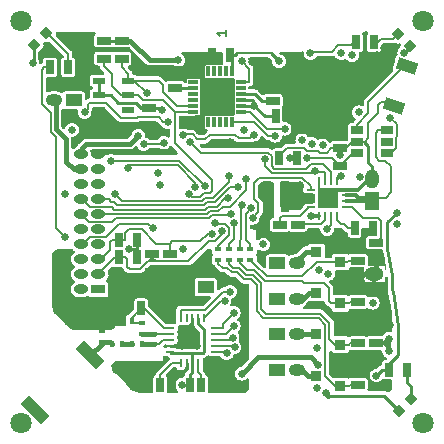
<source format=gtl>
%TF.GenerationSoftware,KiCad,Pcbnew,6.0.2-378541a8eb~116~ubuntu20.04.1*%
%TF.CreationDate,2022-03-13T20:33:58-06:00*%
%TF.ProjectId,Crazyflie contol board,4372617a-7966-46c6-9965-20636f6e746f,F*%
%TF.SameCoordinates,Original*%
%TF.FileFunction,Copper,L1,Top*%
%TF.FilePolarity,Positive*%
%FSLAX46Y46*%
G04 Gerber Fmt 4.6, Leading zero omitted, Abs format (unit mm)*
G04 Created by KiCad (PCBNEW 6.0.2-378541a8eb~116~ubuntu20.04.1) date 2022-03-13 20:33:58*
%MOMM*%
%LPD*%
G01*
G04 APERTURE LIST*
G04 Aperture macros list*
%AMRotRect*
0 Rectangle, with rotation*
0 The origin of the aperture is its center*
0 $1 length*
0 $2 width*
0 $3 Rotation angle, in degrees counterclockwise*
0 Add horizontal line*
21,1,$1,$2,0,0,$3*%
G04 Aperture macros list end*
%ADD10C,0.200025*%
%TA.AperFunction,NonConductor*%
%ADD11C,0.200025*%
%TD*%
%TA.AperFunction,SMDPad,CuDef*%
%ADD12R,0.914400X0.914400*%
%TD*%
%TA.AperFunction,SMDPad,CuDef*%
%ADD13R,1.000760X0.701040*%
%TD*%
%TA.AperFunction,SMDPad,CuDef*%
%ADD14R,1.143000X0.635000*%
%TD*%
%TA.AperFunction,SMDPad,CuDef*%
%ADD15R,0.599440X0.398780*%
%TD*%
%TA.AperFunction,SMDPad,CuDef*%
%ADD16R,0.398780X0.599440*%
%TD*%
%TA.AperFunction,SMDPad,CuDef*%
%ADD17R,0.635000X1.143000*%
%TD*%
%TA.AperFunction,SMDPad,CuDef*%
%ADD18O,0.800100X0.248920*%
%TD*%
%TA.AperFunction,SMDPad,CuDef*%
%ADD19O,0.248920X0.800100*%
%TD*%
%TA.AperFunction,ComponentPad*%
%ADD20C,0.381000*%
%TD*%
%TA.AperFunction,SMDPad,CuDef*%
%ADD21R,1.699260X1.699260*%
%TD*%
%TA.AperFunction,SMDPad,CuDef*%
%ADD22RotRect,0.797560X0.797560X225.000000*%
%TD*%
%TA.AperFunction,SMDPad,CuDef*%
%ADD23RotRect,0.797560X0.797560X135.000000*%
%TD*%
%TA.AperFunction,SMDPad,CuDef*%
%ADD24RotRect,0.797560X0.797560X45.000000*%
%TD*%
%TA.AperFunction,ComponentPad*%
%ADD25R,1.198880X0.800100*%
%TD*%
%TA.AperFunction,ComponentPad*%
%ADD26O,1.198880X0.800100*%
%TD*%
%TA.AperFunction,ComponentPad*%
%ADD27R,1.399540X1.000760*%
%TD*%
%TA.AperFunction,ComponentPad*%
%ADD28O,1.399540X1.000760*%
%TD*%
%TA.AperFunction,ComponentPad*%
%ADD29C,1.800860*%
%TD*%
%TA.AperFunction,SMDPad,CuDef*%
%ADD30RotRect,2.499360X1.000760X315.000000*%
%TD*%
%TA.AperFunction,ComponentPad*%
%ADD31R,1.198880X1.600200*%
%TD*%
%TA.AperFunction,ComponentPad*%
%ADD32O,1.198880X1.600200*%
%TD*%
%TA.AperFunction,SMDPad,CuDef*%
%ADD33RotRect,1.699260X1.000760X162.000000*%
%TD*%
%TA.AperFunction,SMDPad,CuDef*%
%ADD34R,1.000760X0.500380*%
%TD*%
%TA.AperFunction,SMDPad,CuDef*%
%ADD35R,0.350520X0.850900*%
%TD*%
%TA.AperFunction,SMDPad,CuDef*%
%ADD36R,0.850900X0.350520*%
%TD*%
%TA.AperFunction,ComponentPad*%
%ADD37O,1.600200X1.198880*%
%TD*%
%TA.AperFunction,ViaPad*%
%ADD38C,0.635000*%
%TD*%
%TA.AperFunction,Conductor*%
%ADD39C,0.304800*%
%TD*%
%TA.AperFunction,Conductor*%
%ADD40C,0.203200*%
%TD*%
%TA.AperFunction,Conductor*%
%ADD41C,0.254000*%
%TD*%
%TA.AperFunction,Conductor*%
%ADD42C,0.152400*%
%TD*%
%TA.AperFunction,Conductor*%
%ADD43C,0.381000*%
%TD*%
%TA.AperFunction,Conductor*%
%ADD44C,0.177800*%
%TD*%
G04 APERTURE END LIST*
D10*
D11*
X140361670Y-84775040D02*
X140361670Y-85232240D01*
X140361670Y-85003640D02*
X139561570Y-85003640D01*
X139675870Y-85079840D01*
X139752070Y-85156040D01*
X139790170Y-85232240D01*
D12*
%TO.P,Q1,D,D*%
%TO.N,Net-(D1-Pad1)*%
X147985480Y-103502460D03*
%TO.P,Q1,G,G*%
%TO.N,Net-(Q1-PadG)*%
X150017480Y-104391460D03*
%TO.P,Q1,S,S*%
%TO.N,GND*%
X150017480Y-102613460D03*
%TD*%
%TO.P,Q2,D,D*%
%TO.N,Net-(D2-Pad1)*%
X147985480Y-107002580D03*
%TO.P,Q2,G,G*%
%TO.N,Net-(Q2-PadG)*%
X150017480Y-107891580D03*
%TO.P,Q2,S,S*%
%TO.N,GND*%
X150017480Y-106113580D03*
%TD*%
%TO.P,Q3,D,D*%
%TO.N,Net-(D3-Pad1)*%
X147985480Y-110502700D03*
%TO.P,Q3,G,G*%
%TO.N,Net-(Q3-PadG)*%
X150017480Y-111391700D03*
%TO.P,Q3,S,S*%
%TO.N,GND*%
X150017480Y-109613700D03*
%TD*%
%TO.P,Q4,D,D*%
%TO.N,Net-(D4-Pad1)*%
X147985480Y-114002820D03*
%TO.P,Q4,G,G*%
%TO.N,Net-(Q4-PadG)*%
X150017480Y-114891820D03*
%TO.P,Q4,S,S*%
%TO.N,GND*%
X150017480Y-113113820D03*
%TD*%
D13*
%TO.P,U10,1,IN*%
%TO.N,Net-(SW1-Pad2)*%
X151429720Y-93251020D03*
%TO.P,U10,2,GND*%
%TO.N,GND*%
X151429720Y-94203520D03*
%TO.P,U10,3,CLR*%
%TO.N,/SYSOFF*%
X151429720Y-95156020D03*
%TO.P,U10,4,/OUT*%
%TO.N,Net-(R33-Pad1)*%
X153969720Y-95156020D03*
%TO.P,U10,5,OUT*%
%TO.N,unconnected-(U10-Pad5)*%
X153969720Y-94203520D03*
%TO.P,U10,6,VCC*%
%TO.N,+BATT*%
X153969720Y-93251020D03*
%TD*%
D14*
%TO.P,C34,1*%
%TO.N,VCOM*%
X152999440Y-111264700D03*
%TO.P,C34,2*%
%TO.N,GND*%
X152999440Y-109740700D03*
%TD*%
D15*
%TO.P,L3,1*%
%TO.N,N-000100*%
X133200140Y-109552740D03*
%TO.P,L3,2*%
%TO.N,N-000102*%
X133200140Y-110451900D03*
%TD*%
%TO.P,L2,1*%
%TO.N,N-000103*%
X134200900Y-111353600D03*
%TO.P,L2,2*%
%TO.N,N-000102*%
X134200900Y-110454440D03*
%TD*%
D16*
%TO.P,L1,1*%
%TO.N,N-000096*%
X132349240Y-111302800D03*
%TO.P,L1,2*%
%TO.N,N-000103*%
X133248400Y-111302800D03*
%TD*%
%TO.P,C9,1*%
%TO.N,N-000099*%
X130649980Y-111302800D03*
%TO.P,C9,2*%
%TO.N,N-000096*%
X131549140Y-111302800D03*
%TD*%
D15*
%TO.P,C10,1*%
%TO.N,N-000099*%
X129799080Y-111152940D03*
%TO.P,C10,2*%
%TO.N,DGND*%
X129799080Y-110253780D03*
%TD*%
D17*
%TO.P,C11,1*%
%TO.N,N-000100*%
X133162040Y-108303060D03*
%TO.P,C11,2*%
%TO.N,DGND*%
X131638040Y-108303060D03*
%TD*%
D16*
%TO.P,C12,1*%
%TO.N,N-000100*%
X132349240Y-109402880D03*
%TO.P,C12,2*%
%TO.N,DGND*%
X131450080Y-109402880D03*
%TD*%
D17*
%TO.P,C13,1*%
%TO.N,VCC*%
X137261600Y-114802920D03*
%TO.P,C13,2*%
%TO.N,DGND*%
X135737600Y-114802920D03*
%TD*%
%TO.P,C15,1*%
%TO.N,Net-(C15-Pad1)*%
X138236960Y-114802920D03*
%TO.P,C15,2*%
%TO.N,DGND*%
X139760960Y-114802920D03*
%TD*%
%TO.P,C16,1*%
%TO.N,VCCA*%
X144538700Y-92003880D03*
%TO.P,C16,2*%
%TO.N,AGND*%
X146062700Y-92003880D03*
%TD*%
D14*
%TO.P,C17,1*%
%TO.N,Net-(C17-Pad1)*%
X135999220Y-89664540D03*
%TO.P,C17,2*%
%TO.N,AGND*%
X135999220Y-88140540D03*
%TD*%
%TO.P,C18,1*%
%TO.N,Net-(C18-Pad1)*%
X144299940Y-90764360D03*
%TO.P,C18,2*%
%TO.N,AGND*%
X144299940Y-89240360D03*
%TD*%
D17*
%TO.P,C20,1*%
%TO.N,VCCA*%
X140662660Y-86903560D03*
%TO.P,C20,2*%
%TO.N,AGND*%
X139138660Y-86903560D03*
%TD*%
D14*
%TO.P,R14,1*%
%TO.N,VCCA*%
X131500880Y-85641180D03*
%TO.P,R14,2*%
%TO.N,/I2C_SCL_VCCA*%
X131500880Y-87165180D03*
%TD*%
%TO.P,R13,1*%
%TO.N,VCCA*%
X129999740Y-85641180D03*
%TO.P,R13,2*%
%TO.N,/I2C_SCK_VCCA*%
X129999740Y-87165180D03*
%TD*%
D17*
%TO.P,R22,1*%
%TO.N,Net-(D7-Pad1)*%
X155661360Y-113502440D03*
%TO.P,R22,2*%
%TO.N,VCC*%
X154137360Y-113502440D03*
%TD*%
%TO.P,R26,1*%
%TO.N,GND*%
X152760680Y-101503480D03*
%TO.P,R26,2*%
%TO.N,Net-(R26-Pad2)*%
X151236680Y-101503480D03*
%TD*%
D14*
%TO.P,R27,1*%
%TO.N,GND*%
X152999440Y-104264460D03*
%TO.P,R27,2*%
%TO.N,Net-(R27-Pad2)*%
X152999440Y-102740460D03*
%TD*%
D17*
%TO.P,R9,1*%
%TO.N,VCC*%
X132760720Y-104002840D03*
%TO.P,R9,2*%
%TO.N,/EXT_I2C_SCL{slash}TX*%
X131236720Y-104002840D03*
%TD*%
%TO.P,R8,1*%
%TO.N,VCC*%
X132760720Y-102504240D03*
%TO.P,R8,2*%
%TO.N,/EXT_I2C_SDA{slash}RX*%
X131236720Y-102504240D03*
%TD*%
%TO.P,R5,1*%
%TO.N,/LED_RED*%
X125437900Y-87904320D03*
%TO.P,R5,2*%
%TO.N,Net-(D5-Pad2)*%
X126961900Y-87904320D03*
%TD*%
D14*
%TO.P,R4,1*%
%TO.N,N-000015*%
X151500840Y-114764820D03*
%TO.P,R4,2*%
%TO.N,GND*%
X151500840Y-113240820D03*
%TD*%
%TO.P,R3,1*%
%TO.N,N-000010*%
X151500840Y-111264700D03*
%TO.P,R3,2*%
%TO.N,GND*%
X151500840Y-109740700D03*
%TD*%
%TO.P,R2,1*%
%TO.N,N-000005*%
X151500840Y-107764580D03*
%TO.P,R2,2*%
%TO.N,GND*%
X151500840Y-106240580D03*
%TD*%
%TO.P,R1,1*%
%TO.N,N-000046*%
X151500840Y-104264460D03*
%TO.P,R1,2*%
%TO.N,GND*%
X151500840Y-102740460D03*
%TD*%
D18*
%TO.P,U2,1,CE*%
%TO.N,/W_CE*%
X139400280Y-112003840D03*
%TO.P,U2,2,CSN*%
%TO.N,/WIRELESS/W_CS*%
X139397740Y-111500920D03*
%TO.P,U2,3,SCK*%
%TO.N,/SPI_SCK*%
X139397740Y-111000540D03*
%TO.P,U2,4,MOSI*%
%TO.N,/SPI_MOSI*%
X139397740Y-110502700D03*
%TO.P,U2,5,MISO*%
%TO.N,/SPI_MISO*%
X139397740Y-110002320D03*
D19*
%TO.P,U2,6,IRQ*%
%TO.N,/W_INT*%
X138498580Y-109103160D03*
%TO.P,U2,7,VDD*%
%TO.N,VCC*%
X137998200Y-109103160D03*
%TO.P,U2,8,GND*%
%TO.N,DGND*%
X137497820Y-109103160D03*
%TO.P,U2,9,XC2*%
%TO.N,unconnected-(U2-Pad9)*%
X136997440Y-109103160D03*
%TO.P,U2,10,XC1*%
%TO.N,/W_CK*%
X136499600Y-109103160D03*
D18*
%TO.P,U2,11,VDD_PA*%
%TO.N,Net-(C11-Pad1)*%
X135600440Y-110002320D03*
%TO.P,U2,12,ANT1*%
%TO.N,Net-(L2-Pad2)*%
X135600440Y-110502700D03*
%TO.P,U2,13,ANT2*%
%TO.N,Net-(L1-Pad2)*%
X135600440Y-111005620D03*
%TO.P,U2,14,GND*%
%TO.N,DGND*%
X135600440Y-111503460D03*
%TO.P,U2,15,VDD*%
%TO.N,VCC*%
X135600440Y-112006380D03*
D19*
%TO.P,U2,16,IREF*%
%TO.N,Net-(R12-Pad1)*%
X136499600Y-112903000D03*
%TO.P,U2,17,GND*%
%TO.N,DGND*%
X136999980Y-112903000D03*
%TO.P,U2,18,VDD*%
%TO.N,VCC*%
X137500360Y-112903000D03*
%TO.P,U2,19,DVDD*%
%TO.N,Net-(C15-Pad1)*%
X138000740Y-112903000D03*
%TO.P,U2,20,GND*%
%TO.N,DGND*%
X138501120Y-112903000D03*
%TD*%
D18*
%TO.P,U8,1,TS*%
%TO.N,Net-(R27-Pad2)*%
X150500080Y-99755960D03*
%TO.P,U8,2,BAT*%
%TO.N,+BATT*%
X150500080Y-99253040D03*
%TO.P,U8,3,BAT*%
X150500080Y-98755200D03*
%TO.P,U8,4,/CE*%
%TO.N,GND*%
X150500080Y-98254820D03*
D19*
%TO.P,U8,5,EN2*%
%TO.N,/EN2*%
X149748240Y-97502980D03*
%TO.P,U8,6,EN1*%
%TO.N,/EN1*%
X149247860Y-97502980D03*
%TO.P,U8,7,/PGOOD*%
%TO.N,/PGOOD*%
X148747480Y-97502980D03*
%TO.P,U8,8,VSS*%
%TO.N,GND*%
X148249640Y-97502980D03*
D18*
%TO.P,U8,9,/CHG*%
%TO.N,/CHG*%
X147497800Y-98257360D03*
%TO.P,U8,10,OUT*%
%TO.N,VCOM*%
X147497800Y-98755200D03*
%TO.P,U8,11,OUT*%
X147497800Y-99255580D03*
%TO.P,U8,12,ILIM*%
%TO.N,Net-(R24-Pad2)*%
X147497800Y-99755960D03*
D19*
%TO.P,U8,13,IN*%
%TO.N,/POWER/VUSB*%
X148249640Y-100505260D03*
%TO.P,U8,14,TMR*%
%TO.N,Net-(R25-Pad2)*%
X148747480Y-100505260D03*
%TO.P,U8,15,SYSOFF*%
%TO.N,Net-(Q6-PadD)*%
X149247860Y-100505260D03*
%TO.P,U8,16,ISET*%
%TO.N,Net-(R26-Pad2)*%
X149748240Y-100505260D03*
D20*
%TO.P,U8,17,TPAD*%
%TO.N,GND*%
X149499320Y-99504500D03*
X148498560Y-98503740D03*
D21*
X148998940Y-99004120D03*
D20*
X148498560Y-99504500D03*
X149499320Y-98503740D03*
X148998940Y-99004120D03*
%TD*%
D22*
%TO.P,D7,1,A*%
%TO.N,Net-(D7-Pad1)*%
X156028635Y-115972345D03*
%TO.P,D7,2,K*%
%TO.N,DGND*%
X154968965Y-117032015D03*
%TD*%
D23*
%TO.P,D6,1,A*%
%TO.N,VCC*%
X155929575Y-86132915D03*
%TO.P,D6,2,K*%
%TO.N,Net-(D6-Pad2)*%
X154869905Y-85073245D03*
%TD*%
D24*
%TO.P,D5,1,A*%
%TO.N,VCC*%
X124069865Y-86033855D03*
%TO.P,D5,2,K*%
%TO.N,Net-(D5-Pad2)*%
X125129535Y-84974185D03*
%TD*%
D14*
%TO.P,R31,1*%
%TO.N,GND*%
X149999700Y-94742000D03*
%TO.P,R31,2*%
%TO.N,/SYSOFF*%
X149999700Y-96266000D03*
%TD*%
%TO.P,R24,1*%
%TO.N,GND*%
X144899380Y-102765860D03*
%TO.P,R24,2*%
%TO.N,Net-(R24-Pad2)*%
X144899380Y-101241860D03*
%TD*%
D17*
%TO.P,R12,1*%
%TO.N,Net-(R12-Pad1)*%
X134762240Y-114802920D03*
%TO.P,R12,2*%
%TO.N,DGND*%
X133238240Y-114802920D03*
%TD*%
D14*
%TO.P,R11,1*%
%TO.N,/EXT_I2C_SCL{slash}TX*%
X134099300Y-103741220D03*
%TO.P,R11,2*%
%TO.N,DGND*%
X134099300Y-105265220D03*
%TD*%
D25*
%TO.P,P6,1,P1*%
%TO.N,VCC*%
X129534920Y-106718100D03*
D26*
%TO.P,P6,2,P2*%
%TO.N,/TMS*%
X128066800Y-106718100D03*
%TO.P,P6,3,P3*%
%TO.N,/EXT_I2C_SCL{slash}TX*%
X129534920Y-105448100D03*
%TO.P,P6,4,P4*%
%TO.N,/TCK*%
X128066800Y-105448100D03*
%TO.P,P6,5,P5*%
%TO.N,/EXT_I2C_SDA{slash}RX*%
X129534920Y-104178100D03*
%TO.P,P6,6,P6*%
%TO.N,/TDO*%
X128066800Y-104178100D03*
%TO.P,P6,7,P7*%
%TO.N,unconnected-(P6-Pad7)*%
X129534920Y-102908100D03*
%TO.P,P6,8,P8*%
%TO.N,/TDI*%
X128066800Y-102908100D03*
%TO.P,P6,9,P9*%
%TO.N,DGND*%
X129534920Y-101638100D03*
%TO.P,P6,10,P10*%
%TO.N,/SNRST*%
X128066800Y-101638100D03*
%TO.P,P6,11,P11*%
%TO.N,/EXT_SPI_CS*%
X129534920Y-100368100D03*
%TO.P,P6,12,P12*%
%TO.N,/EXT_SPI_MOSI*%
X128066800Y-100368100D03*
%TO.P,P6,13,P13*%
%TO.N,/EXT_SPI_SCK*%
X129534920Y-99098100D03*
%TO.P,P6,14,P14*%
%TO.N,/EXT_SPI_MISO*%
X128066800Y-99098100D03*
%TO.P,P6,15,P15*%
%TO.N,VCC*%
X129534920Y-97828100D03*
%TO.P,P6,16,P16*%
%TO.N,VCOM*%
X128066800Y-97828100D03*
%TO.P,P6,17,P17*%
%TO.N,DGND*%
X129534920Y-96558100D03*
%TO.P,P6,18,P18*%
X128066800Y-96558100D03*
%TO.P,P6,19,P19*%
%TO.N,AGND*%
X129534920Y-95288100D03*
%TO.P,P6,20,P20*%
%TO.N,VCCA*%
X128066800Y-95288100D03*
%TD*%
D27*
%TO.P,P5,1,P1*%
%TO.N,VCC*%
X138635740Y-106502200D03*
D28*
%TO.P,P5,2,PM*%
%TO.N,DGND*%
X136964420Y-106502200D03*
%TD*%
D14*
%TO.P,R10,1*%
%TO.N,/EXT_I2C_SDA{slash}RX*%
X135600440Y-103741220D03*
%TO.P,R10,2*%
%TO.N,DGND*%
X135600440Y-105265220D03*
%TD*%
D17*
%TO.P,C33,1*%
%TO.N,VCOM*%
X145361660Y-99603560D03*
%TO.P,C33,2*%
%TO.N,GND*%
X143837660Y-99603560D03*
%TD*%
D29*
%TO.P,PCB_EDGE2,1*%
%TO.N,N/C*%
X156999940Y-84002880D03*
%TD*%
D17*
%TO.P,R6,1*%
%TO.N,/LED_GREEN*%
X151338280Y-85803740D03*
%TO.P,R6,2*%
%TO.N,Net-(D6-Pad2)*%
X152862280Y-85803740D03*
%TD*%
D14*
%TO.P,R25,1*%
%TO.N,GND*%
X146400520Y-102765860D03*
%TO.P,R25,2*%
%TO.N,Net-(R25-Pad2)*%
X146400520Y-101241860D03*
%TD*%
D30*
%TO.P,Y1,1*%
%TO.N,Net-(C10-Pad1)*%
X128832691Y-112269189D03*
%TO.P,Y1,2*%
%TO.N,unconnected-(Y1-Pad2)*%
X124166549Y-116935331D03*
%TD*%
D27*
%TO.P,P8,1,P1*%
%TO.N,/POWER/VUSB*%
X127436880Y-90700860D03*
D28*
%TO.P,P8,2,PM*%
%TO.N,DGND*%
X125765560Y-90700860D03*
%TD*%
D31*
%TO.P,BT1,1,+*%
%TO.N,+BATT*%
X152699720Y-99250500D03*
D32*
%TO.P,BT1,2,-*%
%TO.N,GND*%
X152699720Y-97350580D03*
%TD*%
D17*
%TO.P,R36,1*%
%TO.N,GND*%
X143837660Y-98102420D03*
%TO.P,R36,2*%
%TO.N,VCOM*%
X145361660Y-98102420D03*
%TD*%
%TO.P,R37,1*%
%TO.N,GND*%
X144838420Y-95603060D03*
%TO.P,R37,2*%
%TO.N,/POWER/VUSB*%
X146362420Y-95603060D03*
%TD*%
D33*
%TO.P,SW1,1,1*%
%TO.N,GND*%
X154543524Y-91214700D03*
%TO.P,SW1,2,2*%
%TO.N,Net-(SW1-Pad2)*%
X155656516Y-87789260D03*
%TD*%
D14*
%TO.P,C24,1*%
%TO.N,VCCA*%
X133799580Y-91340940D03*
%TO.P,C24,2*%
%TO.N,AGND*%
X133799580Y-92864940D03*
%TD*%
D34*
%TO.P,U5,1,VDD*%
%TO.N,VCCA*%
X129550160Y-89029540D03*
%TO.P,U5,2,PS*%
X129550160Y-90279220D03*
%TO.P,U5,3,GND*%
%TO.N,AGND*%
X129550160Y-91528900D03*
%TO.P,U5,4,CSB*%
X129550160Y-92778580D03*
%TO.P,U5,5,CSB*%
X132049520Y-92778580D03*
%TO.P,U5,6,SDO*%
%TO.N,unconnected-(U5-Pad6)*%
X132049520Y-91528900D03*
%TO.P,U5,7,SDI/SDA*%
%TO.N,/I2C_SCK_VCCA*%
X132059680Y-90279220D03*
%TO.P,U5,8,SCLK*%
%TO.N,/I2C_SCL_VCCA*%
X132049520Y-89029540D03*
%TD*%
D29*
%TO.P,PCB_EDGE1,1*%
%TO.N,N/C*%
X122999500Y-84002880D03*
%TD*%
D15*
%TO.P,R39,1*%
%TO.N,/MOTOR1*%
X142400020Y-103299260D03*
%TO.P,R39,2*%
%TO.N,Net-(Q1-PadG)*%
X142400020Y-104198420D03*
%TD*%
%TO.P,R40,1*%
%TO.N,/MOTOR2*%
X141500860Y-103299260D03*
%TO.P,R40,2*%
%TO.N,Net-(Q2-PadG)*%
X141500860Y-104198420D03*
%TD*%
%TO.P,R41,1*%
%TO.N,/MOTOR3*%
X140599160Y-103299260D03*
%TO.P,R41,2*%
%TO.N,Net-(Q3-PadG)*%
X140599160Y-104198420D03*
%TD*%
%TO.P,R42,1*%
%TO.N,/MOTOR4*%
X139700000Y-103299260D03*
%TO.P,R42,2*%
%TO.N,Net-(Q4-PadG)*%
X139700000Y-104198420D03*
%TD*%
D29*
%TO.P,PCB_EDGE3,1*%
%TO.N,N/C*%
X156999940Y-118003320D03*
%TD*%
%TO.P,PCB_EDGE4,1*%
%TO.N,N/C*%
X122999500Y-118003320D03*
%TD*%
D35*
%TO.P,U3,1,CLKIN*%
%TO.N,AGND*%
X138351260Y-92549980D03*
%TO.P,U3,2*%
%TO.N,N/C*%
X138851640Y-92549980D03*
%TO.P,U3,3*%
X139352020Y-92549980D03*
%TO.P,U3,4*%
X139849860Y-92549980D03*
%TO.P,U3,5*%
X140350240Y-92549980D03*
%TO.P,U3,6,AUX_DA*%
%TO.N,unconnected-(U3-Pad6)*%
X140850620Y-92549980D03*
D36*
%TO.P,U3,7,AUX_CL*%
%TO.N,unconnected-(U3-Pad7)*%
X141622780Y-91653360D03*
%TO.P,U3,8,VLOGIC/CS*%
%TO.N,VCCA*%
X141622780Y-91152980D03*
%TO.P,U3,9,AD0/SDO*%
X141622780Y-90652600D03*
%TO.P,U3,10,REGOUT*%
%TO.N,Net-(C18-Pad1)*%
X141622780Y-90154760D03*
%TO.P,U3,11,FSYNC*%
%TO.N,/IMU/FSYNC*%
X141622780Y-89654380D03*
%TO.P,U3,12,INT*%
%TO.N,/INT_GA*%
X141622780Y-89154000D03*
D35*
%TO.P,U3,13,VDD*%
%TO.N,VCCA*%
X140850620Y-88257380D03*
%TO.P,U3,14*%
%TO.N,N/C*%
X140350240Y-88257380D03*
%TO.P,U3,15*%
X139849860Y-88257380D03*
%TO.P,U3,16*%
X139352020Y-88257380D03*
%TO.P,U3,17*%
X138851640Y-88257380D03*
%TO.P,U3,18,GND*%
%TO.N,AGND*%
X138351260Y-88257380D03*
D36*
%TO.P,U3,19,RESV*%
%TO.N,unconnected-(U3-Pad19)*%
X137576560Y-89154000D03*
%TO.P,U3,20,CPOUT*%
%TO.N,Net-(C17-Pad1)*%
X137576560Y-89654380D03*
%TO.P,U3,21,RESV*%
%TO.N,unconnected-(U3-Pad21)*%
X137576560Y-90154760D03*
%TO.P,U3,22,CLKOUT*%
%TO.N,unconnected-(U3-Pad22)*%
X137576560Y-90652600D03*
%TO.P,U3,23,SCL/SCLK*%
%TO.N,/I2C_SCL_VCCA*%
X137576560Y-91152980D03*
%TO.P,U3,24,SDA/SDI*%
%TO.N,/I2C_SCK_VCCA*%
X137576560Y-91653360D03*
%TD*%
D27*
%TO.P,P4,1,P1*%
%TO.N,+BATT*%
X144663160Y-113502440D03*
D28*
%TO.P,P4,2,PM*%
%TO.N,Net-(D4-Pad1)*%
X146334480Y-113502440D03*
%TD*%
D27*
%TO.P,P3,1,P1*%
%TO.N,+BATT*%
X144663160Y-110502700D03*
D28*
%TO.P,P3,2,PM*%
%TO.N,Net-(D3-Pad1)*%
X146334480Y-110502700D03*
%TD*%
D27*
%TO.P,P2,1,P1*%
%TO.N,+BATT*%
X144663160Y-107502960D03*
D28*
%TO.P,P2,2,PM*%
%TO.N,Net-(D2-Pad1)*%
X146334480Y-107502960D03*
%TD*%
D27*
%TO.P,P1,1,P1*%
%TO.N,+BATT*%
X144663160Y-104503220D03*
D28*
%TO.P,P1,2,PM*%
%TO.N,Net-(D1-Pad1)*%
X146334480Y-104503220D03*
%TD*%
D37*
%TO.P,P9,1,1*%
%TO.N,GND*%
X152900380Y-105402380D03*
%TD*%
D38*
%TO.N,/EXT_SPI_CS*%
X142062200Y-97373440D03*
%TO.N,/EXT_SPI_MISO*%
X140530580Y-99001580D03*
%TO.N,/EXT_SPI_MOSI*%
X140764260Y-100357940D03*
%TO.N,/EXT_SPI_SCK*%
X141376400Y-98008440D03*
%TO.N,/LED_GREEN*%
X135069580Y-94282260D03*
X147480020Y-86702900D03*
X133370320Y-94414340D03*
%TO.N,/LED_RED*%
X126748540Y-102293420D03*
%TO.N,/MOTOR1*%
X142468600Y-99842320D03*
%TO.N,/MOTOR2*%
X141678660Y-99562920D03*
%TO.N,/MOTOR3*%
X141048740Y-101122480D03*
%TO.N,/MOTOR4*%
X139420600Y-101064060D03*
%TO.N,/POWER/USBD+*%
X137739120Y-98013520D03*
X132019040Y-96423480D03*
%TO.N,/POWER/USBD-*%
X138549380Y-97993200D03*
X130589020Y-95844360D03*
%TO.N,/POWER/USB_CON*%
X128369060Y-91704160D03*
X142699740Y-93604080D03*
X136730740Y-93652340D03*
X135399780Y-92532200D03*
%TO.N,/POWER/VUSB*%
X127299720Y-93202760D03*
X147520660Y-100462080D03*
X145798540Y-95613220D03*
%TO.N,/SNRST*%
X130898900Y-98602800D03*
X140614400Y-97129600D03*
%TO.N,/TDI*%
X134162800Y-101549200D03*
%TO.N,/WIRELESS/W_CS*%
X141058900Y-111602520D03*
%TO.N,AGND*%
X140639800Y-94272100D03*
X154500580Y-86502240D03*
X137500360Y-92402660D03*
X142570200Y-87472520D03*
X153700480Y-86304120D03*
X153098500Y-86903560D03*
X137200640Y-87302340D03*
X146149060Y-93022420D03*
X146210020Y-87282020D03*
X134399020Y-93703140D03*
X138069320Y-93332300D03*
X148569680Y-89263220D03*
%TO.N,DGND*%
X125999240Y-107002580D03*
X134698740Y-106603800D03*
X134000240Y-107502960D03*
X125999240Y-104002840D03*
X130898900Y-107302300D03*
X129799080Y-109702600D03*
X140700760Y-114802920D03*
X134000240Y-113502440D03*
X131330700Y-105183940D03*
X131998720Y-113502440D03*
X135900160Y-113703100D03*
X135600440Y-107502960D03*
X137500360Y-110103920D03*
X148069300Y-115072160D03*
X130898900Y-109402880D03*
X125999240Y-108503720D03*
X137899140Y-111503460D03*
X132999480Y-113502440D03*
X148998940Y-105402380D03*
X132999480Y-106603800D03*
X127000000Y-108503720D03*
X128000760Y-108503720D03*
X131599940Y-106702860D03*
X132499100Y-115003580D03*
X132199380Y-107302300D03*
X125999240Y-105503980D03*
X131000500Y-113502440D03*
X127000000Y-109501940D03*
X135699500Y-109202220D03*
X148770340Y-115514120D03*
X136598660Y-111503460D03*
X130898900Y-108503720D03*
X129999740Y-108503720D03*
X128998980Y-108503720D03*
X148000720Y-111653320D03*
X134708900Y-97911920D03*
X148198840Y-105102660D03*
X128498600Y-109501940D03*
X137640060Y-104874060D03*
X139499340Y-113002060D03*
X134698740Y-108503720D03*
%TO.N,GND*%
X151500840Y-112303560D03*
X154200860Y-109702600D03*
X150898860Y-103403400D03*
X152930860Y-112463580D03*
X151698960Y-97203260D03*
X150009860Y-95354140D03*
X153898600Y-108803440D03*
X154000200Y-108003340D03*
%TO.N,/EXT_I2C_SCL{slash}TX*%
X139974320Y-101744780D03*
%TO.N,/EXT_I2C_SDA{slash}RX*%
X139176760Y-102003860D03*
%TO.N,Net-(Q6-PadD)*%
X148899880Y-101602540D03*
%TO.N,/I2C_SCK_VCCA*%
X137238740Y-98643440D03*
%TO.N,/I2C_SCL_VCCA*%
X133609080Y-90103960D03*
%TO.N,/PGOOD*%
X143629380Y-95709740D03*
X147858480Y-96664780D03*
%TO.N,/SYSOFF*%
X147185380Y-95590360D03*
%TO.N,Net-(R33-Pad1)*%
X154259280Y-92179140D03*
%TO.N,/EN1*%
X137312400Y-94218760D03*
%TO.N,/INT_GA*%
X141671040Y-87340440D03*
%TO.N,VCC*%
X141678660Y-113863120D03*
X153070560Y-114002820D03*
X136588500Y-114802920D03*
X143499840Y-102903020D03*
X155430220Y-86669880D03*
X132120640Y-103284020D03*
X123959620Y-87523320D03*
X134548880Y-96862900D03*
X148160740Y-113073180D03*
X154800300Y-100233480D03*
X136679940Y-103263700D03*
X126700280Y-98602800D03*
%TO.N,VCCA*%
X136298940Y-87302340D03*
X134899400Y-91503500D03*
X151000460Y-86903560D03*
X142748000Y-91152980D03*
X141899640Y-93202760D03*
X132900420Y-93703140D03*
X144830800Y-87393780D03*
X150098760Y-86702900D03*
X151599900Y-91704160D03*
%TO.N,VCOM*%
X154099260Y-111902240D03*
X148508720Y-94493080D03*
X146428460Y-99522280D03*
X154800300Y-101203760D03*
X152760680Y-107853480D03*
X146570700Y-97904300D03*
X154099260Y-110904020D03*
X146489420Y-98701860D03*
%TO.N,/CHG*%
X142590520Y-100644960D03*
%TO.N,/SPI_SCK*%
X140898880Y-110802420D03*
%TO.N,/SPI_MISO*%
X141000480Y-108701840D03*
%TO.N,/SPI_MOSI*%
X141000480Y-109804200D03*
%TO.N,/W_CK*%
X140680440Y-106903520D03*
%TO.N,/W_INT*%
X140220700Y-107662980D03*
%TO.N,/W_CE*%
X140398500Y-112102900D03*
%TO.N,/EN2*%
X150080980Y-97073720D03*
%TO.N,unconnected-(U3-Pad6)*%
X146799300Y-94084140D03*
X144500600Y-93713300D03*
%TO.N,unconnected-(U3-Pad7)*%
X147599400Y-94363540D03*
X145300700Y-93103700D03*
%TD*%
D39*
%TO.N,+BATT*%
X150500080Y-99253040D02*
X152796240Y-99253040D01*
D40*
X153969720Y-93251020D02*
X153248360Y-93251020D01*
D39*
X152796240Y-99253040D02*
X153101040Y-98948240D01*
D40*
X153852880Y-98948240D02*
X153101040Y-98948240D01*
X152999440Y-93499940D02*
X152999440Y-95501460D01*
D39*
X151549100Y-98948240D02*
X153101040Y-98948240D01*
D40*
X154299920Y-96299020D02*
X154299920Y-98501200D01*
X153299160Y-95801180D02*
X153802080Y-95801180D01*
D39*
X151356060Y-98755200D02*
X151549100Y-98948240D01*
D40*
X152999440Y-95501460D02*
X153299160Y-95801180D01*
D39*
X150500080Y-98755200D02*
X151356060Y-98755200D01*
D41*
X150500080Y-99253040D02*
X152646380Y-99253040D01*
D40*
X153802080Y-95801180D02*
X154299920Y-96299020D01*
X153248360Y-93251020D02*
X152999440Y-93499940D01*
X154299920Y-98501200D02*
X153852880Y-98948240D01*
D41*
X152646380Y-99253040D02*
X152699720Y-99049840D01*
D40*
%TO.N,/EXT_SPI_CS*%
X140068300Y-99700080D02*
X140672820Y-99700080D01*
X139694920Y-100073460D02*
X140068300Y-99700080D01*
X140672820Y-99700080D02*
X142062200Y-98310700D01*
X129435860Y-100368100D02*
X130398520Y-100368100D01*
X138993880Y-100073460D02*
X139694920Y-100073460D01*
X130398520Y-100368100D02*
X130451860Y-100314760D01*
X142062200Y-98310700D02*
X142062200Y-97373440D01*
X130451860Y-100314760D02*
X138752580Y-100314760D01*
X138752580Y-100314760D02*
X138993880Y-100073460D01*
%TO.N,/EXT_SPI_MISO*%
X139542520Y-99710240D02*
X140251180Y-99001580D01*
D42*
X128808480Y-99733100D02*
X130649980Y-99733100D01*
X128165860Y-99098100D02*
X128173480Y-99098100D01*
D40*
X138600180Y-99951540D02*
X138841480Y-99710240D01*
X130868420Y-99951540D02*
X138600180Y-99951540D01*
D42*
X128173480Y-99098100D02*
X128808480Y-99733100D01*
D40*
X130649980Y-99733100D02*
X130868420Y-99951540D01*
X138841480Y-99710240D02*
X139542520Y-99710240D01*
X140251180Y-99001580D02*
X140530580Y-99001580D01*
D42*
%TO.N,/EXT_SPI_MOSI*%
X128165860Y-100368100D02*
X128165860Y-100408740D01*
D40*
X140685520Y-100436680D02*
X140764260Y-100357940D01*
D42*
X128760220Y-101003100D02*
X130700780Y-101003100D01*
D40*
X139146280Y-100436680D02*
X140685520Y-100436680D01*
X130700780Y-101003100D02*
X131015740Y-100688140D01*
D42*
X128165860Y-100408740D02*
X128760220Y-101003100D01*
D40*
X138894820Y-100688140D02*
X139146280Y-100436680D01*
X131015740Y-100688140D02*
X138894820Y-100688140D01*
%TO.N,/EXT_SPI_SCK*%
X139410440Y-99296220D02*
X140698220Y-98008440D01*
X130398520Y-99098100D02*
X130591560Y-99291140D01*
X129435860Y-99098100D02*
X130398520Y-99098100D01*
X131117340Y-99588320D02*
X138447780Y-99588320D01*
X138447780Y-99588320D02*
X138739880Y-99296220D01*
X130820160Y-99291140D02*
X131117340Y-99588320D01*
X138739880Y-99296220D02*
X139410440Y-99296220D01*
X130591560Y-99291140D02*
X130820160Y-99291140D01*
X140698220Y-98008440D02*
X141376400Y-98008440D01*
%TO.N,Net-(C15-Pad1)*%
X138000740Y-112903000D02*
X138000740Y-113733580D01*
X138000740Y-113733580D02*
X138236960Y-113969800D01*
X138236960Y-113969800D02*
X138236960Y-114802920D01*
D41*
%TO.N,Net-(C17-Pad1)*%
X136009380Y-89654380D02*
X135999220Y-89664540D01*
X137576560Y-89654380D02*
X136009380Y-89654380D01*
%TO.N,Net-(C18-Pad1)*%
X143362680Y-90764360D02*
X144299940Y-90764360D01*
X142753080Y-90154760D02*
X143362680Y-90764360D01*
X141622780Y-90154760D02*
X142753080Y-90154760D01*
D40*
%TO.N,/LED_GREEN*%
X147558760Y-86624160D02*
X147480020Y-86702900D01*
X151338280Y-85803740D02*
X151180800Y-85803740D01*
X134937500Y-94414340D02*
X133370320Y-94414340D01*
X151180800Y-85803740D02*
X150931880Y-86052660D01*
X150931880Y-86052660D02*
X149849840Y-86052660D01*
X149849840Y-86052660D02*
X149278340Y-86624160D01*
X135069580Y-94282260D02*
X134937500Y-94414340D01*
X149278340Y-86624160D02*
X147558760Y-86624160D01*
%TO.N,/LED_RED*%
X125514100Y-93352620D02*
X125514100Y-91780360D01*
X126748540Y-102293420D02*
X125930660Y-101475540D01*
X125930660Y-93769180D02*
X125514100Y-93352620D01*
X124729240Y-90995500D02*
X124729240Y-88102440D01*
X124927360Y-87904320D02*
X125437900Y-87904320D01*
X125514100Y-91780360D02*
X124729240Y-90995500D01*
X125930660Y-101475540D02*
X125930660Y-93769180D01*
X124729240Y-88102440D02*
X124927360Y-87904320D01*
%TO.N,/MOTOR1*%
X141998700Y-102496620D02*
X142400020Y-102897940D01*
X141998700Y-100312220D02*
X142468600Y-99842320D01*
X141998700Y-101323140D02*
X141998700Y-100312220D01*
X142400020Y-102897940D02*
X142400020Y-103299260D01*
X141998700Y-101323140D02*
X141998700Y-102496620D01*
%TO.N,/MOTOR2*%
X141638020Y-99844860D02*
X141638020Y-101470460D01*
X141638020Y-102463600D02*
X141500860Y-102600760D01*
X141678660Y-99804220D02*
X141638020Y-99844860D01*
X141638020Y-101762560D02*
X141638020Y-102463600D01*
X141678660Y-99562920D02*
X141678660Y-99804220D01*
X141638020Y-101470460D02*
X141638020Y-101762560D01*
X141500860Y-102600760D02*
X141500860Y-103299260D01*
%TO.N,/MOTOR3*%
X141048740Y-101389180D02*
X141048740Y-102450900D01*
X140599160Y-102900480D02*
X140599160Y-103299260D01*
X141048740Y-101389180D02*
X141048740Y-101122480D01*
X141048740Y-102450900D02*
X140599160Y-102900480D01*
%TO.N,/MOTOR4*%
X139420600Y-101064060D02*
X139499340Y-101142800D01*
X140599160Y-102100380D02*
X139700000Y-102999540D01*
X139700000Y-102999540D02*
X139700000Y-103299260D01*
X140599160Y-101500940D02*
X140599160Y-102100380D01*
X140197840Y-101142800D02*
X140241020Y-101142800D01*
X140241020Y-101142800D02*
X140599160Y-101500940D01*
X139499340Y-101142800D02*
X140197840Y-101142800D01*
%TO.N,/POWER/USBD+*%
X132237480Y-96205040D02*
X136253220Y-96205040D01*
X132237480Y-96205040D02*
X132019040Y-96423480D01*
X137739120Y-97690940D02*
X137739120Y-98013520D01*
X136253220Y-96205040D02*
X137739120Y-97690940D01*
%TO.N,/POWER/USBD-*%
X136400540Y-95844360D02*
X130589020Y-95844360D01*
X138549380Y-97993200D02*
X136400540Y-95844360D01*
%TO.N,/POWER/USB_CON*%
X142699740Y-93604080D02*
X142400020Y-93903800D01*
X135384540Y-92516960D02*
X135399780Y-92532200D01*
X130177540Y-90932000D02*
X131409440Y-92163900D01*
X128750060Y-90932000D02*
X130177540Y-90932000D01*
X128620520Y-91452700D02*
X128620520Y-91061540D01*
X137919460Y-94002860D02*
X137510520Y-93593920D01*
X134650480Y-92123260D02*
X135044180Y-92516960D01*
X136789160Y-93593920D02*
X136730740Y-93652340D01*
X138597640Y-94002860D02*
X137919460Y-94002860D01*
X128620520Y-91061540D02*
X128750060Y-90932000D01*
X131409440Y-92163900D02*
X132778500Y-92163900D01*
X135044180Y-92516960D02*
X135384540Y-92516960D01*
X141099540Y-93604080D02*
X138996420Y-93604080D01*
X132778500Y-92163900D02*
X132819140Y-92123260D01*
X142400020Y-93903800D02*
X141399260Y-93903800D01*
X141399260Y-93903800D02*
X141099540Y-93604080D01*
X138996420Y-93604080D02*
X138597640Y-94002860D01*
X137510520Y-93593920D02*
X136789160Y-93593920D01*
X128369060Y-91704160D02*
X128620520Y-91452700D01*
X132819140Y-92123260D02*
X134650480Y-92123260D01*
D39*
%TO.N,/POWER/VUSB*%
X147563840Y-100505260D02*
X147520660Y-100462080D01*
D40*
X145798540Y-95613220D02*
X145808700Y-95603060D01*
D39*
X148249640Y-100505260D02*
X147563840Y-100505260D01*
D40*
X145808700Y-95603060D02*
X146362420Y-95603060D01*
%TO.N,/SNRST*%
X131521200Y-99225100D02*
X138295380Y-99225100D01*
X139258040Y-98933000D02*
X140614400Y-97576640D01*
X130898900Y-98602800D02*
X131521200Y-99225100D01*
X138587480Y-98933000D02*
X139258040Y-98933000D01*
X138295380Y-99225100D02*
X138587480Y-98933000D01*
X140614400Y-97576640D02*
X140614400Y-97129600D01*
%TO.N,/TDI*%
X131315460Y-101158040D02*
X133771640Y-101158040D01*
D42*
X128800860Y-102273100D02*
X130200400Y-102273100D01*
D40*
X128165860Y-102908100D02*
X128800860Y-102273100D01*
X133771640Y-101158040D02*
X134162800Y-101549200D01*
X130200400Y-102273100D02*
X131315460Y-101158040D01*
%TO.N,Net-(D5-Pad2)*%
X126961900Y-86763860D02*
X126961900Y-87904320D01*
X125171200Y-84973160D02*
X126961900Y-86763860D01*
X125130560Y-84973160D02*
X125171200Y-84973160D01*
%TO.N,Net-(D6-Pad2)*%
X153200100Y-85803740D02*
X153499820Y-85504020D01*
X152862280Y-85803740D02*
X153200100Y-85803740D01*
X154437080Y-85504020D02*
X154868880Y-85072220D01*
X153499820Y-85504020D02*
X154437080Y-85504020D01*
D41*
%TO.N,Net-(D7-Pad1)*%
X155661360Y-114564160D02*
X155661360Y-113502440D01*
X156029660Y-114932460D02*
X155661360Y-114564160D01*
X156029660Y-115971320D02*
X156029660Y-114932460D01*
D43*
%TO.N,Net-(D1-Pad1)*%
X147985480Y-103502460D02*
X147134580Y-103502460D01*
X147134580Y-103502460D02*
X146133820Y-104503220D01*
D40*
%TO.N,/WIRELESS/W_CS*%
X139397740Y-111500920D02*
X140957300Y-111500920D01*
X140957300Y-111500920D02*
X141058900Y-111602520D01*
D43*
%TO.N,Net-(D2-Pad1)*%
X147378420Y-107002580D02*
X146878040Y-107502960D01*
X147985480Y-107002580D02*
X147378420Y-107002580D01*
X146878040Y-107502960D02*
X146133820Y-107502960D01*
D41*
%TO.N,AGND*%
X145801080Y-89242900D02*
X145798540Y-89240360D01*
D40*
X149448520Y-90154760D02*
X149448520Y-89822020D01*
D41*
X133713220Y-92778580D02*
X133799580Y-92864940D01*
X147337780Y-88102440D02*
X147337780Y-88775540D01*
X147337780Y-88775540D02*
X146870420Y-89242900D01*
D40*
X153098500Y-88404700D02*
X153098500Y-86903560D01*
D43*
X137200640Y-87701120D02*
X137200640Y-87302340D01*
X138351260Y-87251540D02*
X138699240Y-86903560D01*
D41*
X146210020Y-87574120D02*
X146210020Y-87282020D01*
D40*
X149448520Y-89822020D02*
X150266400Y-89004140D01*
D41*
X147337780Y-88102440D02*
X146738340Y-88102440D01*
D43*
X136761220Y-88140540D02*
X137200640Y-87701120D01*
D41*
X138351260Y-92549980D02*
X138351260Y-93050360D01*
X146062700Y-92936060D02*
X146149060Y-93022420D01*
D43*
X138351260Y-87652860D02*
X138351260Y-87251540D01*
X138699240Y-86903560D02*
X139138660Y-86903560D01*
D41*
X146062700Y-92003880D02*
X146062700Y-92936060D01*
X133799580Y-93103700D02*
X134399020Y-93703140D01*
X138351260Y-93050360D02*
X138069320Y-93332300D01*
X132049520Y-92778580D02*
X133713220Y-92778580D01*
D40*
X152499060Y-89004140D02*
X153098500Y-88404700D01*
D41*
X145798540Y-89240360D02*
X144299940Y-89240360D01*
D43*
X138000740Y-87302340D02*
X137200640Y-87302340D01*
X138000740Y-87302340D02*
X138351260Y-87652860D01*
X135999220Y-88140540D02*
X136761220Y-88140540D01*
D41*
X138351260Y-88257380D02*
X138351260Y-87652860D01*
D40*
X150266400Y-89004140D02*
X152499060Y-89004140D01*
D43*
X129550160Y-92778580D02*
X132049520Y-92778580D01*
D41*
X153761440Y-87464900D02*
X153098500Y-86903560D01*
X153761440Y-87241380D02*
X153761440Y-87464900D01*
D43*
X129550160Y-91528900D02*
X129550160Y-92778580D01*
D41*
X133799580Y-92864940D02*
X133799580Y-93103700D01*
X154500580Y-86502240D02*
X153761440Y-87241380D01*
X146738340Y-88102440D02*
X146210020Y-87574120D01*
X146870420Y-89242900D02*
X145801080Y-89242900D01*
D40*
X148450300Y-89382600D02*
X148569680Y-89263220D01*
D41*
%TO.N,DGND*%
X131000500Y-113502440D02*
X131998720Y-113502440D01*
X137497820Y-110101380D02*
X137500360Y-110103920D01*
X139098020Y-113802160D02*
X139499340Y-113802160D01*
X137899140Y-111503460D02*
X136598660Y-111503460D01*
D43*
X148958300Y-115702080D02*
X148968460Y-115702080D01*
D41*
X154967940Y-116972080D02*
X154967940Y-117033040D01*
X135600440Y-109103160D02*
X135600440Y-107502960D01*
X134099300Y-105265220D02*
X135600440Y-105265220D01*
X134698740Y-106603800D02*
X132999480Y-106603800D01*
X135699500Y-109202220D02*
X135600440Y-109103160D01*
X131599940Y-106702860D02*
X131450080Y-106852720D01*
X139760960Y-113263680D02*
X139499340Y-113002060D01*
X134698740Y-108501180D02*
X134698740Y-108503720D01*
X139499340Y-113802160D02*
X139760960Y-114063780D01*
D43*
X148770340Y-115514120D02*
X148958300Y-115702080D01*
D41*
X139760960Y-114802920D02*
X139760960Y-114063780D01*
D43*
X127457200Y-96558100D02*
X126799340Y-95900240D01*
D41*
X134000240Y-107502960D02*
X134698740Y-108501180D01*
X135737600Y-113865660D02*
X135900160Y-113703100D01*
X130101340Y-108402120D02*
X131450080Y-108402120D01*
X133238240Y-113741200D02*
X133238240Y-114802920D01*
X126499620Y-104503220D02*
X126499620Y-108003340D01*
X135737600Y-114802920D02*
X135737600Y-113865660D01*
X125999240Y-107002580D02*
X125999240Y-105503980D01*
X129999740Y-108503720D02*
X130101340Y-108402120D01*
X126001780Y-108503720D02*
X125999240Y-108503720D01*
X129799080Y-109801660D02*
X129499360Y-109501940D01*
X127000000Y-109501940D02*
X126001780Y-108503720D01*
D43*
X130098800Y-109402880D02*
X129799080Y-109702600D01*
D41*
X136730740Y-113703100D02*
X135900160Y-113703100D01*
X136999980Y-112903000D02*
X136999980Y-113433860D01*
X125999240Y-104002840D02*
X126499620Y-104503220D01*
X136999980Y-113433860D02*
X136730740Y-113703100D01*
X131450080Y-106852720D02*
X131450080Y-108402120D01*
X139760960Y-114802920D02*
X140700760Y-114802920D01*
X129499360Y-109501940D02*
X128498600Y-109501940D01*
X131330700Y-105183940D02*
X131320540Y-105173780D01*
X136598660Y-111503460D02*
X135600440Y-111503460D01*
X137497820Y-109103160D02*
X137497820Y-110101380D01*
X137500360Y-111104680D02*
X137899140Y-111503460D01*
D43*
X125963680Y-93167200D02*
X125966220Y-90700860D01*
X131450080Y-108402120D02*
X131450080Y-109402880D01*
D41*
X126499620Y-108003340D02*
X127000000Y-108503720D01*
X138501120Y-112903000D02*
X138501120Y-113205260D01*
D43*
X126799340Y-95900240D02*
X126799340Y-94002860D01*
D41*
X129799080Y-110253780D02*
X129799080Y-109801660D01*
D43*
X126799340Y-94002860D02*
X125963680Y-93167200D01*
X128165860Y-96558100D02*
X127457200Y-96558100D01*
D41*
X138501120Y-113205260D02*
X139098020Y-113802160D01*
X153697940Y-115702080D02*
X148968460Y-115702080D01*
X139760960Y-114063780D02*
X139760960Y-113263680D01*
X137500360Y-110103920D02*
X137500360Y-111104680D01*
X130898900Y-107302300D02*
X132199380Y-107302300D01*
X133238240Y-114802920D02*
X132499100Y-115003580D01*
X129799080Y-110253780D02*
X129799080Y-109702600D01*
X154967940Y-116972080D02*
X153697940Y-115702080D01*
X130898900Y-109402880D02*
X130898900Y-108503720D01*
D43*
X131450080Y-109402880D02*
X130098800Y-109402880D01*
D41*
X128000760Y-108503720D02*
X128998980Y-108503720D01*
X132999480Y-113502440D02*
X133238240Y-113741200D01*
D43*
%TO.N,GND*%
X152760680Y-101503480D02*
X152709880Y-101503480D01*
D40*
X152001220Y-94203520D02*
X151429720Y-94203520D01*
D39*
X151546560Y-98254820D02*
X152250140Y-97551240D01*
X152999440Y-109740700D02*
X154162760Y-109740700D01*
D40*
X149260560Y-94742000D02*
X149999700Y-94742000D01*
X146911060Y-94724220D02*
X147170140Y-94983300D01*
X153499820Y-90802460D02*
X154259280Y-90802460D01*
X151429720Y-94203520D02*
X151000460Y-94203520D01*
X148160740Y-94983300D02*
X148300440Y-95123000D01*
D39*
X151500840Y-113240820D02*
X152153620Y-113240820D01*
D43*
X151500840Y-106240580D02*
X151500840Y-105902760D01*
D39*
X149959060Y-102671880D02*
X150017480Y-102613460D01*
X150144480Y-109740700D02*
X150017480Y-109613700D01*
D40*
X152400000Y-92603320D02*
X152400000Y-93901260D01*
D43*
X151500840Y-102712520D02*
X151500840Y-102740460D01*
D40*
X144838420Y-95404940D02*
X145519140Y-94724220D01*
D39*
X152153620Y-113240820D02*
X152930860Y-112463580D01*
D40*
X152001220Y-94203520D02*
X152097740Y-94203520D01*
D39*
X152900380Y-107203240D02*
X153200100Y-107203240D01*
X146400520Y-102765860D02*
X144899380Y-102765860D01*
D40*
X154543760Y-91213940D02*
X154574240Y-91117420D01*
D39*
X153200100Y-107203240D02*
X154000200Y-108003340D01*
X151500840Y-113240820D02*
X150144480Y-113240820D01*
D43*
X152999440Y-105303320D02*
X152900380Y-105402380D01*
D40*
X153200100Y-91102180D02*
X153499820Y-90802460D01*
D39*
X153898600Y-108104940D02*
X154000200Y-108003340D01*
X146400520Y-102765860D02*
X146626580Y-102765860D01*
X150500080Y-98254820D02*
X151546560Y-98254820D01*
D40*
X153200100Y-91803220D02*
X153200100Y-91102180D01*
X150461980Y-94742000D02*
X149999700Y-94742000D01*
X144838420Y-95603060D02*
X144838420Y-95404940D01*
X154259280Y-90802460D02*
X154574240Y-91117420D01*
D39*
X149999700Y-95343980D02*
X149999700Y-94742000D01*
D41*
X152699720Y-96299020D02*
X152699720Y-97551240D01*
D39*
X154200860Y-109702600D02*
X154200860Y-109105700D01*
X154162760Y-109740700D02*
X154200860Y-109702600D01*
X153898600Y-108803440D02*
X153898600Y-108104940D01*
X152463500Y-107203240D02*
X152900380Y-107203240D01*
D40*
X148300440Y-95123000D02*
X148879560Y-95123000D01*
X152400000Y-93901260D02*
X152097740Y-94203520D01*
D43*
X152999440Y-104264460D02*
X152999440Y-105303320D01*
D39*
X152900380Y-105402380D02*
X152900380Y-107203240D01*
X151500840Y-106240580D02*
X152463500Y-107203240D01*
X152250140Y-97551240D02*
X152699720Y-97551240D01*
D40*
X149999700Y-95343980D02*
X150009860Y-95354140D01*
X147170140Y-94983300D02*
X148160740Y-94983300D01*
D39*
X146720560Y-102671880D02*
X149959060Y-102671880D01*
D40*
X145519140Y-94724220D02*
X146911060Y-94724220D01*
D43*
X151500840Y-105902760D02*
X152001220Y-105402380D01*
D41*
X152374600Y-94576900D02*
X152374600Y-95973900D01*
D39*
X146626580Y-102765860D02*
X146720560Y-102671880D01*
X150144480Y-113240820D02*
X150017480Y-113113820D01*
X154200860Y-109105700D02*
X153898600Y-108803440D01*
D41*
X152374600Y-95973900D02*
X152699720Y-96299020D01*
D39*
X150144480Y-106240580D02*
X150017480Y-106113580D01*
X151500840Y-113240820D02*
X151500840Y-112303560D01*
D43*
X152001220Y-105402380D02*
X152900380Y-105402380D01*
D40*
X148249640Y-98254820D02*
X148998940Y-99004120D01*
X152400000Y-92603320D02*
X153200100Y-91803220D01*
X151000460Y-94203520D02*
X150461980Y-94742000D01*
D39*
X149748240Y-98254820D02*
X148998940Y-99004120D01*
X151500840Y-106240580D02*
X150144480Y-106240580D01*
X151500840Y-109740700D02*
X150144480Y-109740700D01*
D40*
X148879560Y-95123000D02*
X149260560Y-94742000D01*
D41*
X152001220Y-94203520D02*
X152374600Y-94576900D01*
D43*
X152709880Y-101503480D02*
X151500840Y-102712520D01*
D39*
X150500080Y-98254820D02*
X149748240Y-98254820D01*
D40*
X148249640Y-97502980D02*
X148249640Y-98254820D01*
D43*
%TO.N,Net-(D3-Pad1)*%
X146133820Y-110502700D02*
X147985480Y-110502700D01*
%TO.N,Net-(D4-Pad1)*%
X146781520Y-113502440D02*
X147281900Y-114002820D01*
X146133820Y-113502440D02*
X146781520Y-113502440D01*
X147281900Y-114002820D02*
X147985480Y-114002820D01*
D40*
%TO.N,/EXT_I2C_SCL{slash}TX*%
X130959860Y-104002840D02*
X131236720Y-104002840D01*
X134099300Y-104320340D02*
X134406640Y-104320340D01*
X129514600Y-105448100D02*
X130959860Y-104002840D01*
X132168900Y-105003600D02*
X131950460Y-104785160D01*
X134099300Y-104013000D02*
X134099300Y-104043480D01*
X138899900Y-102582980D02*
X139418060Y-102582980D01*
X134099300Y-103741220D02*
X134099300Y-104013000D01*
X133703060Y-104320340D02*
X133019800Y-105003600D01*
X131950460Y-104785160D02*
X131950460Y-104173020D01*
X133019800Y-105003600D02*
X132168900Y-105003600D01*
X134099300Y-104013000D02*
X134406640Y-104320340D01*
X133822440Y-104320340D02*
X133703060Y-104320340D01*
X134099300Y-104320340D02*
X133822440Y-104320340D01*
X137162540Y-104320340D02*
X138899900Y-102582980D01*
X134406640Y-104320340D02*
X137162540Y-104320340D01*
X134099300Y-104043480D02*
X133822440Y-104320340D01*
X139418060Y-102582980D02*
X139974320Y-102026720D01*
X131780280Y-104002840D02*
X131236720Y-104002840D01*
X134099300Y-104043480D02*
X134099300Y-104320340D01*
X129435860Y-105448100D02*
X129514600Y-105448100D01*
X139974320Y-102026720D02*
X139974320Y-101744780D01*
X131950460Y-104173020D02*
X131780280Y-104002840D01*
%TO.N,/EXT_I2C_SDA{slash}RX*%
X138145520Y-102646480D02*
X138788140Y-102003860D01*
X135600440Y-102829360D02*
X134388860Y-102829360D01*
X130500120Y-102722680D02*
X130718560Y-102504240D01*
X129712720Y-104178100D02*
X130500120Y-103390700D01*
X135600440Y-102829360D02*
X135783320Y-102646480D01*
X131815840Y-101925120D02*
X131815840Y-102504240D01*
X135783320Y-102646480D02*
X138145520Y-102646480D01*
X135600440Y-102829360D02*
X135600440Y-103741220D01*
X134388860Y-102829360D02*
X133195060Y-101635560D01*
X130718560Y-102504240D02*
X131236720Y-102504240D01*
X129435860Y-104178100D02*
X129712720Y-104178100D01*
X131236720Y-102504240D02*
X131815840Y-102504240D01*
X130500120Y-103390700D02*
X130500120Y-102722680D01*
X132105400Y-101635560D02*
X131815840Y-101925120D01*
X133195060Y-101635560D02*
X132105400Y-101635560D01*
X138788140Y-102003860D02*
X139176760Y-102003860D01*
%TO.N,Net-(Q1-PadG)*%
X143779240Y-105613200D02*
X143769080Y-105613200D01*
X142704820Y-104548940D02*
X142400020Y-104198420D01*
X148021040Y-104391460D02*
X146799300Y-105613200D01*
X150017480Y-104391460D02*
X148021040Y-104391460D01*
X143769080Y-105613200D02*
X142704820Y-104548940D01*
X150017480Y-104391460D02*
X150540720Y-104391460D01*
X150540720Y-104391460D02*
X150667720Y-104264460D01*
X150667720Y-104264460D02*
X151500840Y-104264460D01*
X146799300Y-105613200D02*
X143779240Y-105613200D01*
%TO.N,Net-(Q2-PadG)*%
X146768820Y-105973880D02*
X146966940Y-106172000D01*
X149019260Y-106560620D02*
X149019260Y-107652820D01*
X151500840Y-107764580D02*
X150863300Y-107764580D01*
X143621760Y-105973880D02*
X146768820Y-105973880D01*
X142100300Y-105100120D02*
X142748000Y-105100120D01*
X141500860Y-104198420D02*
X141500860Y-104500680D01*
X141500860Y-104500680D02*
X142100300Y-105100120D01*
X148630640Y-106172000D02*
X149019260Y-106560620D01*
X143327120Y-105679240D02*
X143621760Y-105973880D01*
X150736300Y-107891580D02*
X150017480Y-107891580D01*
X149019260Y-107652820D02*
X149258020Y-107891580D01*
X142748000Y-105100120D02*
X143327120Y-105679240D01*
X150863300Y-107764580D02*
X150736300Y-107891580D01*
X149258020Y-107891580D02*
X150017480Y-107891580D01*
X146966940Y-106172000D02*
X148630640Y-106172000D01*
%TO.N,Net-(Q3-PadG)*%
X151500840Y-111264700D02*
X150863300Y-111264700D01*
X140954760Y-104904540D02*
X141396720Y-104904540D01*
X149547580Y-111391700D02*
X149100540Y-110944660D01*
X143306800Y-108338620D02*
X143306800Y-106220260D01*
X140599160Y-104548940D02*
X140954760Y-104904540D01*
X149100540Y-109534960D02*
X148328380Y-108762800D01*
X140599160Y-104498140D02*
X140599160Y-104548940D01*
X150017480Y-111391700D02*
X149547580Y-111391700D01*
X141991080Y-105498900D02*
X142598140Y-105498900D01*
X148328380Y-108762800D02*
X143730980Y-108762800D01*
X149100540Y-110944660D02*
X149100540Y-109534960D01*
X143730980Y-108762800D02*
X143306800Y-108338620D01*
X143306800Y-106220260D02*
X143306800Y-106207560D01*
X140599160Y-104498140D02*
X140599160Y-104198420D01*
X150863300Y-111264700D02*
X150736300Y-111391700D01*
X143306800Y-106207560D02*
X142598140Y-105498900D01*
X150736300Y-111391700D02*
X150017480Y-111391700D01*
X141396720Y-104904540D02*
X141991080Y-105498900D01*
%TO.N,Net-(Q4-PadG)*%
X143510000Y-109123480D02*
X142946120Y-108559600D01*
X150736300Y-114891820D02*
X150863300Y-114764820D01*
X149570440Y-114891820D02*
X148739860Y-114061240D01*
X142946120Y-106367580D02*
X142946120Y-106354880D01*
X148181060Y-109123480D02*
X143510000Y-109123480D01*
X140446760Y-104904540D02*
X140807440Y-105265220D01*
X148739860Y-114061240D02*
X148739860Y-109682280D01*
X139700000Y-104500680D02*
X139700000Y-104198420D01*
X139700000Y-104500680D02*
X139700000Y-104551480D01*
X139700000Y-104551480D02*
X140053060Y-104904540D01*
X140807440Y-105265220D02*
X141249400Y-105265220D01*
X150863300Y-114764820D02*
X151500840Y-114764820D01*
X141843760Y-105859580D02*
X142450820Y-105859580D01*
X140053060Y-104904540D02*
X140446760Y-104904540D01*
X150017480Y-114891820D02*
X149570440Y-114891820D01*
X142946120Y-106367580D02*
X142946120Y-108559600D01*
X148739860Y-109682280D02*
X148181060Y-109123480D01*
X141249400Y-105265220D02*
X141843760Y-105859580D01*
X150017480Y-114891820D02*
X150736300Y-114891820D01*
X142946120Y-106354880D02*
X142450820Y-105859580D01*
%TO.N,Net-(Q6-PadD)*%
X148899880Y-101602540D02*
X149247860Y-101254560D01*
X149247860Y-101254560D02*
X149247860Y-100505260D01*
%TO.N,Net-(R12-Pad1)*%
X134762240Y-113941860D02*
X134762240Y-114802920D01*
X136499600Y-112903000D02*
X135801100Y-112903000D01*
X135801100Y-112903000D02*
X134762240Y-113941860D01*
%TO.N,/I2C_SCK_VCCA*%
X130700780Y-89501980D02*
X130700780Y-88506300D01*
X132059680Y-90279220D02*
X131478020Y-90279220D01*
X135983980Y-91719400D02*
X135983980Y-94338140D01*
X135001000Y-90703400D02*
X136001760Y-91704160D01*
X136001760Y-91701620D02*
X136050020Y-91653360D01*
X133299200Y-90703400D02*
X135001000Y-90703400D01*
X138148060Y-98864420D02*
X137459720Y-98864420D01*
X129999740Y-87805260D02*
X129999740Y-87165180D01*
X131478020Y-90279220D02*
X130700780Y-89501980D01*
X138440160Y-98572320D02*
X138148060Y-98864420D01*
X139128500Y-97482660D02*
X139128500Y-98394520D01*
X135983980Y-91719400D02*
X136001760Y-91701620D01*
X135983980Y-94338140D02*
X139128500Y-97482660D01*
X132875020Y-90279220D02*
X133299200Y-90703400D01*
X138950700Y-98572320D02*
X138440160Y-98572320D01*
X139128500Y-98394520D02*
X138950700Y-98572320D01*
X136001760Y-91704160D02*
X136001760Y-91701620D01*
X130700780Y-88506300D02*
X129999740Y-87805260D01*
X136050020Y-91653360D02*
X137576560Y-91653360D01*
X137459720Y-98864420D02*
X137238740Y-98643440D01*
X132059680Y-90279220D02*
X132875020Y-90279220D01*
%TO.N,/I2C_SCL_VCCA*%
X132049520Y-89029540D02*
X134625080Y-89029540D01*
X132049520Y-88452960D02*
X131500880Y-87904320D01*
X132534660Y-89029540D02*
X132049520Y-89029540D01*
X131500880Y-87904320D02*
X131500880Y-87165180D01*
X133609080Y-90103960D02*
X132534660Y-89029540D01*
X134625080Y-89029540D02*
X134998460Y-89402920D01*
X134998460Y-90002360D02*
X136149080Y-91152980D01*
X136149080Y-91152980D02*
X137576560Y-91152980D01*
X134998460Y-89402920D02*
X134998460Y-90002360D01*
X132049520Y-89029540D02*
X132049520Y-88452960D01*
%TO.N,/PGOOD*%
X147708620Y-96878140D02*
X147858480Y-96728280D01*
X147858480Y-96728280D02*
X148635720Y-96728280D01*
X148635720Y-96728280D02*
X148747480Y-96840040D01*
X147858480Y-96728280D02*
X147858480Y-96664780D01*
X143629380Y-95709740D02*
X143629380Y-96283780D01*
X144223740Y-96878140D02*
X147708620Y-96878140D01*
X148747480Y-97502980D02*
X148747480Y-96840040D01*
X143629380Y-96283780D02*
X144223740Y-96878140D01*
%TO.N,Net-(R24-Pad2)*%
X145100040Y-100502720D02*
X144899380Y-100703380D01*
X144899380Y-100703380D02*
X144899380Y-101241860D01*
X147497800Y-99755960D02*
X147345400Y-99755960D01*
X147345400Y-99755960D02*
X146598640Y-100502720D01*
X146598640Y-100502720D02*
X145100040Y-100502720D01*
%TO.N,Net-(R25-Pad2)*%
X148747480Y-100855780D02*
X148409660Y-101193600D01*
X148747480Y-100505260D02*
X148747480Y-100855780D01*
X146448780Y-101193600D02*
X146400520Y-101241860D01*
X148409660Y-101193600D02*
X146448780Y-101193600D01*
%TO.N,Net-(R26-Pad2)*%
X150065740Y-101168200D02*
X149748240Y-100850700D01*
X150657560Y-101503480D02*
X150322280Y-101168200D01*
X151236680Y-101503480D02*
X150657560Y-101503480D01*
X149748240Y-100850700D02*
X149748240Y-100505260D01*
X150322280Y-101168200D02*
X150065740Y-101168200D01*
%TO.N,Net-(R27-Pad2)*%
X153210260Y-100632260D02*
X151919940Y-100632260D01*
X153469340Y-102374700D02*
X153469340Y-100891340D01*
X152999440Y-102740460D02*
X153103580Y-102740460D01*
X153469340Y-100891340D02*
X153210260Y-100632260D01*
X153103580Y-102740460D02*
X153469340Y-102374700D01*
X151043640Y-99755960D02*
X150500080Y-99755960D01*
X151919940Y-100632260D02*
X151043640Y-99755960D01*
%TO.N,/SYSOFF*%
X151429720Y-95156020D02*
X151109680Y-95156020D01*
X151109680Y-95156020D02*
X149999700Y-96266000D01*
X149999700Y-96266000D02*
X149324060Y-95590360D01*
X149324060Y-95590360D02*
X147185380Y-95590360D01*
D44*
%TO.N,Net-(R33-Pad1)*%
X154294840Y-95156020D02*
X154719020Y-94731840D01*
X154294840Y-95156020D02*
X153969720Y-95156020D01*
X154790140Y-93682820D02*
X154790140Y-92664280D01*
X154719020Y-93873320D02*
X154790140Y-93682820D01*
X154790140Y-92664280D02*
X154259280Y-92179140D01*
X154719020Y-94731840D02*
X154719020Y-93873320D01*
D40*
%TO.N,Net-(SW1-Pad2)*%
X151429720Y-92773500D02*
X151429720Y-93251020D01*
X155625800Y-87886540D02*
X155656280Y-87790020D01*
X155625800Y-87886540D02*
X155315920Y-87886540D01*
X152400000Y-90802460D02*
X152400000Y-91803220D01*
X155315920Y-87886540D02*
X152400000Y-90802460D01*
X152400000Y-91803220D02*
X151429720Y-92773500D01*
%TO.N,/EN1*%
X144401540Y-96476820D02*
X144223740Y-96299020D01*
X149247860Y-97502980D02*
X149247860Y-96774000D01*
X144223740Y-95415100D02*
X143931640Y-95123000D01*
X144223740Y-96299020D02*
X144223740Y-95415100D01*
X147518120Y-96085660D02*
X147126960Y-96476820D01*
X147126960Y-96476820D02*
X144401540Y-96476820D01*
X148559520Y-96085660D02*
X147518120Y-96085660D01*
X149247860Y-96774000D02*
X148559520Y-96085660D01*
X138216640Y-95123000D02*
X137312400Y-94218760D01*
X143931640Y-95123000D02*
X138216640Y-95123000D01*
D43*
%TO.N,N-000096*%
X132349240Y-111302800D02*
X131549140Y-111302800D01*
%TO.N,N-000099*%
X130500120Y-111152940D02*
X130649980Y-111302800D01*
X129799080Y-111302800D02*
X128833880Y-112268000D01*
X129799080Y-111152940D02*
X129799080Y-111302800D01*
X129799080Y-111152940D02*
X130500120Y-111152940D01*
D40*
%TO.N,N-000100*%
X132349240Y-109115860D02*
X133162040Y-108303060D01*
X133162040Y-108303060D02*
X133400800Y-108303060D01*
X132349240Y-109402880D02*
X132349240Y-109115860D01*
D42*
X133200140Y-109552740D02*
X132499100Y-109552740D01*
D40*
X135100060Y-110002320D02*
X135600440Y-110002320D01*
X133400800Y-108303060D02*
X135100060Y-110002320D01*
D42*
X132499100Y-109552740D02*
X132349240Y-109402880D01*
D40*
%TO.N,/INT_GA*%
X142308580Y-88038940D02*
X141671040Y-87401400D01*
X141671040Y-87401400D02*
X141671040Y-87340440D01*
X142308580Y-89154000D02*
X142308580Y-88038940D01*
X142308580Y-89154000D02*
X141622780Y-89154000D01*
%TO.N,N-000102*%
X134249160Y-110502700D02*
X134200900Y-110454440D01*
X135600440Y-110502700D02*
X134249160Y-110502700D01*
D43*
X134200900Y-110454440D02*
X133202680Y-110454440D01*
D42*
X133202680Y-110454440D02*
X133200140Y-110451900D01*
D40*
%TO.N,N-000103*%
X135600440Y-111005620D02*
X134995920Y-111005620D01*
X133299200Y-111353600D02*
X133248400Y-111302800D01*
X134995920Y-111005620D02*
X134647940Y-111353600D01*
D43*
X134200900Y-111353600D02*
X133299200Y-111353600D01*
D40*
X134647940Y-111353600D02*
X134200900Y-111353600D01*
D41*
%TO.N,VCC*%
X153570940Y-113502440D02*
X154137360Y-113502440D01*
X137261600Y-113944400D02*
X137500360Y-113705640D01*
X155430220Y-86669880D02*
X155930600Y-86172040D01*
X124068840Y-87414100D02*
X124068840Y-86034880D01*
X123959620Y-87523320D02*
X124068840Y-87414100D01*
X137500360Y-112903000D02*
X137500360Y-112102900D01*
X138498580Y-110101380D02*
X137998200Y-109601000D01*
X136588500Y-114802920D02*
X137261600Y-114802920D01*
X137500360Y-112102900D02*
X138427460Y-112102900D01*
X135600440Y-112006380D02*
X135696960Y-112102900D01*
X137998200Y-109601000D02*
X137998200Y-109103160D01*
D43*
X143068040Y-112473740D02*
X141678660Y-113863120D01*
D41*
X154010360Y-102603300D02*
X154010360Y-101023420D01*
X132760720Y-103284020D02*
X132760720Y-104002840D01*
X155930600Y-86172040D02*
X155930600Y-86133940D01*
X153070560Y-114002820D02*
X153570940Y-113502440D01*
X154429460Y-106723180D02*
X154429460Y-105493820D01*
X154800300Y-100233480D02*
X154010360Y-101023420D01*
X137500360Y-113705640D02*
X137500360Y-112903000D01*
X138498580Y-112031780D02*
X138498580Y-110101380D01*
X154462480Y-106867960D02*
X154429460Y-106723180D01*
X154137360Y-113024920D02*
X154940000Y-112222280D01*
D43*
X147561300Y-112473740D02*
X143068040Y-112473740D01*
D41*
X137261600Y-114802920D02*
X137261600Y-113944400D01*
X135696960Y-112102900D02*
X137500360Y-112102900D01*
X154000200Y-103304340D02*
X154010360Y-102603300D01*
D43*
X148160740Y-113073180D02*
X147561300Y-112473740D01*
D41*
X154940000Y-112222280D02*
X154927300Y-109842300D01*
X154927300Y-109842300D02*
X154462480Y-106867960D01*
X132760720Y-102504240D02*
X132760720Y-103284020D01*
X132760720Y-103284020D02*
X132120640Y-103284020D01*
X154429460Y-105493820D02*
X154000200Y-103304340D01*
X154137360Y-113502440D02*
X154137360Y-113024920D01*
X138427460Y-112102900D02*
X138498580Y-112031780D01*
D40*
%TO.N,VCCA*%
X141290040Y-86713060D02*
X144150080Y-86713060D01*
D41*
X129550160Y-90279220D02*
X129550160Y-89029540D01*
D43*
X133898640Y-87302340D02*
X136298940Y-87302340D01*
D41*
X133139180Y-91340940D02*
X133799580Y-91340940D01*
X132702300Y-90904060D02*
X133139180Y-91340940D01*
D40*
X151551640Y-91752420D02*
X151599900Y-91704160D01*
D41*
X133799580Y-91340940D02*
X134736840Y-91340940D01*
X140850620Y-88257380D02*
X140850620Y-87091520D01*
D43*
X128498600Y-94404180D02*
X132199380Y-94404180D01*
D41*
X142748000Y-90853260D02*
X142547340Y-90652600D01*
D43*
X128165860Y-95288100D02*
X128165860Y-94736920D01*
D41*
X129999740Y-85641180D02*
X131500880Y-85641180D01*
X142748000Y-91152980D02*
X142748000Y-90853260D01*
X129550160Y-90279220D02*
X130573780Y-90279220D01*
D43*
X132199380Y-94404180D02*
X132900420Y-93703140D01*
D41*
X144150080Y-86713060D02*
X144830800Y-87393780D01*
X141099540Y-86903560D02*
X141290040Y-86713060D01*
X142748000Y-91152980D02*
X143598900Y-92003880D01*
X131198620Y-90904060D02*
X132702300Y-90904060D01*
X140662660Y-86903560D02*
X141099540Y-86903560D01*
X134736840Y-91340940D02*
X134899400Y-91503500D01*
D43*
X132237480Y-85641180D02*
X133898640Y-87302340D01*
D41*
X143598900Y-92003880D02*
X144538700Y-92003880D01*
X140850620Y-87091520D02*
X140662660Y-86903560D01*
X142547340Y-90652600D02*
X141622780Y-90652600D01*
D43*
X128165860Y-94736920D02*
X128498600Y-94404180D01*
D41*
X141622780Y-91152980D02*
X142748000Y-91152980D01*
D43*
X131500880Y-85641180D02*
X132237480Y-85641180D01*
D41*
X130573780Y-90279220D02*
X131198620Y-90904060D01*
D43*
%TO.N,VCOM*%
X146489420Y-98701860D02*
X146489420Y-97985580D01*
X147497800Y-99255580D02*
X146695160Y-99255580D01*
X146695160Y-99255580D02*
X146489420Y-99461320D01*
X146489420Y-99461320D02*
X146428460Y-99522280D01*
D39*
X154099260Y-111625380D02*
X154099260Y-110904020D01*
X154099260Y-111902240D02*
X154099260Y-111625380D01*
D43*
X146489420Y-97985580D02*
X146570700Y-97904300D01*
X146489420Y-98701860D02*
X146489420Y-99461320D01*
X146489420Y-98701860D02*
X146542760Y-98755200D01*
X146542760Y-98755200D02*
X147497800Y-98755200D01*
D39*
X153738580Y-111264700D02*
X152999440Y-111264700D01*
X153738580Y-111264700D02*
X154099260Y-110904020D01*
X154099260Y-111625380D02*
X153738580Y-111264700D01*
D40*
%TO.N,/CHG*%
X147497800Y-97924620D02*
X146814540Y-97241360D01*
X146814540Y-97241360D02*
X143162020Y-97241360D01*
X147497800Y-98257360D02*
X147497800Y-97924620D01*
X142730220Y-97673160D02*
X142730220Y-99082860D01*
X143080740Y-99433380D02*
X143080740Y-100154740D01*
X142730220Y-99082860D02*
X143080740Y-99433380D01*
X143162020Y-97241360D02*
X142730220Y-97673160D01*
X143080740Y-100154740D02*
X142590520Y-100644960D01*
%TO.N,/SPI_SCK*%
X140700760Y-111000540D02*
X140898880Y-110802420D01*
X139397740Y-111000540D02*
X140700760Y-111000540D01*
%TO.N,/SPI_MISO*%
X139397740Y-110002320D02*
X140060680Y-110002320D01*
X140060680Y-109641640D02*
X141000480Y-108701840D01*
X140060680Y-110002320D02*
X140060680Y-109641640D01*
%TO.N,/SPI_MOSI*%
X139397740Y-110502700D02*
X140301980Y-110502700D01*
X140301980Y-110502700D02*
X141000480Y-109804200D01*
%TO.N,/W_CK*%
X136499600Y-108440220D02*
X136499600Y-109103160D01*
X140101320Y-106903520D02*
X138564620Y-108440220D01*
X138564620Y-108440220D02*
X136499600Y-108440220D01*
X140680440Y-106903520D02*
X140101320Y-106903520D01*
%TO.N,/W_INT*%
X139938760Y-107662980D02*
X140220700Y-107662980D01*
X138498580Y-109103160D02*
X139938760Y-107662980D01*
%TO.N,/W_CE*%
X140299440Y-112003840D02*
X140398500Y-112102900D01*
X139400280Y-112003840D02*
X140299440Y-112003840D01*
%TO.N,/EN2*%
X149748240Y-97502980D02*
X149748240Y-97406460D01*
X149748240Y-97406460D02*
X150080980Y-97073720D01*
%TO.N,unconnected-(U3-Pad6)*%
X142737840Y-92549980D02*
X143901160Y-93713300D01*
X140850620Y-92549980D02*
X142737840Y-92549980D01*
X143901160Y-93713300D02*
X144500600Y-93713300D01*
%TO.N,unconnected-(U3-Pad7)*%
X145300700Y-93103700D02*
X143799560Y-93103700D01*
X141625320Y-91655900D02*
X141622780Y-91653360D01*
X142351760Y-91655900D02*
X141625320Y-91655900D01*
X143799560Y-93103700D02*
X142351760Y-91655900D01*
%TD*%
%TA.AperFunction,Conductor*%
%TO.N,AGND*%
G36*
X135729452Y-94587827D02*
G01*
X135735774Y-94593671D01*
X135739340Y-94597101D01*
X136230484Y-95088245D01*
X136264510Y-95150557D01*
X136259445Y-95221372D01*
X136216898Y-95278208D01*
X136150378Y-95303019D01*
X136141389Y-95303340D01*
X130802653Y-95303340D01*
X130754435Y-95293749D01*
X130745973Y-95290244D01*
X130745974Y-95290244D01*
X130738342Y-95287083D01*
X130589020Y-95267424D01*
X130439698Y-95287083D01*
X130432066Y-95290244D01*
X130432067Y-95290244D01*
X130423605Y-95293749D01*
X130375387Y-95303340D01*
X129041314Y-95303340D01*
X128973193Y-95283338D01*
X128926700Y-95229682D01*
X128915563Y-95185251D01*
X128914754Y-95172385D01*
X128914753Y-95172382D01*
X128914256Y-95164475D01*
X128865401Y-95014116D01*
X128863373Y-94943149D01*
X128900036Y-94882351D01*
X128963748Y-94851025D01*
X128985234Y-94849180D01*
X132165493Y-94849180D01*
X132180303Y-94850053D01*
X132213516Y-94853984D01*
X132270521Y-94843573D01*
X132274414Y-94842925D01*
X132296950Y-94839537D01*
X132331706Y-94834312D01*
X132338137Y-94831224D01*
X132345151Y-94829943D01*
X132396565Y-94803236D01*
X132400105Y-94801467D01*
X132443836Y-94780468D01*
X132443837Y-94780467D01*
X132452332Y-94776388D01*
X132457570Y-94771546D01*
X132463898Y-94768259D01*
X132468889Y-94763996D01*
X132505668Y-94727217D01*
X132509234Y-94723788D01*
X132543676Y-94691950D01*
X132550594Y-94685555D01*
X132554250Y-94679261D01*
X132559627Y-94673258D01*
X132637578Y-94595307D01*
X132699890Y-94561281D01*
X132770705Y-94566346D01*
X132827541Y-94608893D01*
X132843082Y-94636183D01*
X132846459Y-94644336D01*
X132870679Y-94702808D01*
X132962365Y-94822295D01*
X133081852Y-94913981D01*
X133220998Y-94971617D01*
X133370320Y-94991276D01*
X133519642Y-94971617D01*
X133658788Y-94913981D01*
X133778275Y-94822295D01*
X133783301Y-94815745D01*
X133789142Y-94809904D01*
X133791065Y-94811827D01*
X133837588Y-94777864D01*
X133880201Y-94770440D01*
X134729655Y-94770440D01*
X134780245Y-94783995D01*
X134781112Y-94781901D01*
X134920258Y-94839537D01*
X135069580Y-94859196D01*
X135218902Y-94839537D01*
X135358048Y-94781901D01*
X135477535Y-94690215D01*
X135543962Y-94603647D01*
X135601299Y-94561780D01*
X135672170Y-94557559D01*
X135729452Y-94587827D01*
G37*
%TD.AperFunction*%
%TA.AperFunction,Conductor*%
G36*
X152349560Y-84896636D02*
G01*
X152379903Y-84960822D01*
X152370727Y-85031223D01*
X152360198Y-85050400D01*
X152305046Y-85132939D01*
X152290280Y-85207173D01*
X152290281Y-86400306D01*
X152305046Y-86474541D01*
X152311941Y-86484860D01*
X152311942Y-86484862D01*
X152349021Y-86540353D01*
X152361296Y-86558724D01*
X152371612Y-86565617D01*
X152423990Y-86600615D01*
X152445479Y-86614974D01*
X152519713Y-86629740D01*
X152862224Y-86629740D01*
X153204846Y-86629739D01*
X153240598Y-86622628D01*
X153266906Y-86617396D01*
X153266908Y-86617395D01*
X153279081Y-86614974D01*
X153289401Y-86608079D01*
X153289402Y-86608078D01*
X153352948Y-86565617D01*
X153363264Y-86558724D01*
X153419514Y-86474541D01*
X153434280Y-86400307D01*
X153434280Y-86125352D01*
X153454282Y-86057231D01*
X153471185Y-86036256D01*
X153610418Y-85897024D01*
X153672730Y-85862999D01*
X153699513Y-85860120D01*
X154385652Y-85860120D01*
X154405701Y-85862254D01*
X154409891Y-85862452D01*
X154420073Y-85864644D01*
X154450920Y-85860993D01*
X154456295Y-85860676D01*
X154456284Y-85860548D01*
X154461462Y-85860120D01*
X154466664Y-85860120D01*
X154480555Y-85857808D01*
X154484323Y-85857181D01*
X154490195Y-85856346D01*
X154527454Y-85851936D01*
X154527461Y-85851934D01*
X154537802Y-85850710D01*
X154545548Y-85846990D01*
X154554022Y-85845580D01*
X154581121Y-85830958D01*
X154650569Y-85816213D01*
X154710957Y-85837083D01*
X154760280Y-85870041D01*
X154760282Y-85870042D01*
X154770604Y-85876939D01*
X154782778Y-85879360D01*
X154782779Y-85879361D01*
X154857734Y-85894270D01*
X154869905Y-85896691D01*
X154969206Y-85876939D01*
X154969239Y-85877106D01*
X155030695Y-85870499D01*
X155094182Y-85902278D01*
X155130409Y-85963336D01*
X155128013Y-86030423D01*
X155125881Y-86033614D01*
X155106129Y-86132915D01*
X155107186Y-86138227D01*
X155088548Y-86201701D01*
X155059256Y-86233540D01*
X155022265Y-86261925D01*
X154930579Y-86381412D01*
X154872943Y-86520558D01*
X154853284Y-86669880D01*
X154854362Y-86678068D01*
X154864801Y-86757359D01*
X154853862Y-86827508D01*
X154817886Y-86872754D01*
X154805781Y-86882297D01*
X154768798Y-86948335D01*
X154766885Y-86954223D01*
X154766884Y-86954225D01*
X154621404Y-87401968D01*
X154444055Y-87947794D01*
X154443328Y-87953937D01*
X154443327Y-87953941D01*
X154436994Y-88007449D01*
X154435158Y-88022959D01*
X154438526Y-88034901D01*
X154456959Y-88100256D01*
X154462641Y-88120404D01*
X154463403Y-88121370D01*
X154475077Y-88183539D01*
X154448376Y-88249323D01*
X154438801Y-88260058D01*
X153310649Y-89388209D01*
X152184565Y-90514293D01*
X152168875Y-90526965D01*
X152165774Y-90529787D01*
X152157026Y-90535435D01*
X152150579Y-90543613D01*
X152137797Y-90559827D01*
X152134216Y-90563857D01*
X152134314Y-90563940D01*
X152130961Y-90567897D01*
X152127280Y-90571578D01*
X152124256Y-90575810D01*
X152124254Y-90575812D01*
X152116851Y-90586171D01*
X152113288Y-90590916D01*
X152090080Y-90620355D01*
X152090079Y-90620357D01*
X152083632Y-90628535D01*
X152080786Y-90636640D01*
X152075790Y-90643631D01*
X152067641Y-90670879D01*
X152062066Y-90689522D01*
X152060232Y-90695167D01*
X152056049Y-90707080D01*
X152044352Y-90740389D01*
X152043900Y-90745608D01*
X152043900Y-90748319D01*
X152043802Y-90750596D01*
X152043667Y-90751045D01*
X152043613Y-90751043D01*
X152043598Y-90751276D01*
X152041823Y-90757212D01*
X152043803Y-90807610D01*
X152043900Y-90812556D01*
X152043900Y-91080370D01*
X152023898Y-91148491D01*
X151970242Y-91194984D01*
X151899968Y-91205088D01*
X151869682Y-91196779D01*
X151800027Y-91167927D01*
X151749222Y-91146883D01*
X151599900Y-91127224D01*
X151450578Y-91146883D01*
X151311432Y-91204519D01*
X151191945Y-91296205D01*
X151100259Y-91415692D01*
X151042623Y-91554838D01*
X151022964Y-91704160D01*
X151042623Y-91853482D01*
X151100259Y-91992628D01*
X151191945Y-92112115D01*
X151301779Y-92196394D01*
X151343644Y-92253729D01*
X151347866Y-92324600D01*
X151314169Y-92385449D01*
X151214285Y-92485334D01*
X151198606Y-92497996D01*
X151195496Y-92500826D01*
X151186746Y-92506475D01*
X151180299Y-92514653D01*
X151180298Y-92514654D01*
X151167517Y-92530867D01*
X151163936Y-92534897D01*
X151164034Y-92534980D01*
X151160681Y-92538937D01*
X151157000Y-92542618D01*
X151153976Y-92546850D01*
X151153974Y-92546852D01*
X151146571Y-92557211D01*
X151143027Y-92561932D01*
X151114587Y-92598008D01*
X151056709Y-92639120D01*
X151015639Y-92646001D01*
X150904274Y-92646001D01*
X150874208Y-92651981D01*
X150842214Y-92658344D01*
X150842212Y-92658345D01*
X150830039Y-92660766D01*
X150819719Y-92667661D01*
X150819718Y-92667662D01*
X150815540Y-92670454D01*
X150745856Y-92717016D01*
X150689606Y-92801199D01*
X150674840Y-92875433D01*
X150674841Y-93626606D01*
X150684079Y-93673052D01*
X150689606Y-93700841D01*
X150685629Y-93701632D01*
X150690792Y-93749634D01*
X150689599Y-93753698D01*
X150689606Y-93753699D01*
X150674840Y-93827933D01*
X150674840Y-93973349D01*
X150654838Y-94041470D01*
X150637935Y-94062444D01*
X150567284Y-94133095D01*
X150504972Y-94167121D01*
X150478189Y-94170000D01*
X149522638Y-94170001D01*
X149403134Y-94170001D01*
X149370358Y-94176520D01*
X149341074Y-94182344D01*
X149341072Y-94182345D01*
X149328899Y-94184766D01*
X149318579Y-94191661D01*
X149318578Y-94191662D01*
X149268058Y-94225419D01*
X149244716Y-94241016D01*
X149237823Y-94251332D01*
X149229046Y-94260109D01*
X149227807Y-94258870D01*
X149184610Y-94294973D01*
X149114167Y-94303823D01*
X149050122Y-94273184D01*
X149017909Y-94227663D01*
X149017085Y-94225673D01*
X149008361Y-94204612D01*
X148916675Y-94085125D01*
X148797188Y-93993439D01*
X148658042Y-93935803D01*
X148508720Y-93916144D01*
X148359398Y-93935803D01*
X148220252Y-93993439D01*
X148213701Y-93998466D01*
X148213699Y-93998467D01*
X148204496Y-94005529D01*
X148138275Y-94031129D01*
X148068727Y-94016864D01*
X148027833Y-93982273D01*
X148007355Y-93955585D01*
X147887868Y-93863899D01*
X147748722Y-93806263D01*
X147599400Y-93786604D01*
X147450078Y-93806263D01*
X147442445Y-93809425D01*
X147442444Y-93809425D01*
X147430881Y-93814214D01*
X147360291Y-93821803D01*
X147296804Y-93790023D01*
X147282702Y-93774509D01*
X147212281Y-93682735D01*
X147207255Y-93676185D01*
X147087768Y-93584499D01*
X146948622Y-93526863D01*
X146799300Y-93507204D01*
X146649978Y-93526863D01*
X146510832Y-93584499D01*
X146391345Y-93676185D01*
X146299659Y-93795672D01*
X146242023Y-93934818D01*
X146222364Y-94084140D01*
X146240965Y-94225419D01*
X146240998Y-94225673D01*
X146230059Y-94295822D01*
X146182931Y-94348921D01*
X146116076Y-94368120D01*
X145570562Y-94368120D01*
X145550529Y-94365988D01*
X145546331Y-94365790D01*
X145536146Y-94363597D01*
X145525804Y-94364821D01*
X145505307Y-94367247D01*
X145499925Y-94367564D01*
X145499936Y-94367692D01*
X145494758Y-94368120D01*
X145489556Y-94368120D01*
X145478221Y-94370007D01*
X145471879Y-94371062D01*
X145466007Y-94371897D01*
X145428765Y-94376305D01*
X145428758Y-94376307D01*
X145418417Y-94377531D01*
X145410674Y-94381249D01*
X145402198Y-94382660D01*
X145360014Y-94405422D01*
X145354751Y-94408103D01*
X145323676Y-94423025D01*
X145311549Y-94428848D01*
X145307539Y-94432219D01*
X145305600Y-94434158D01*
X145303948Y-94435673D01*
X145303540Y-94435893D01*
X145303502Y-94435852D01*
X145303321Y-94436012D01*
X145297866Y-94438955D01*
X145290798Y-94446602D01*
X145290797Y-94446602D01*
X145263621Y-94476001D01*
X145260191Y-94479567D01*
X144999603Y-94740155D01*
X144937291Y-94774181D01*
X144910508Y-94777060D01*
X144545346Y-94777061D01*
X144495854Y-94777061D01*
X144460102Y-94784172D01*
X144433794Y-94789404D01*
X144433792Y-94789405D01*
X144421619Y-94791826D01*
X144411299Y-94798721D01*
X144411298Y-94798722D01*
X144359880Y-94833079D01*
X144337436Y-94848076D01*
X144334868Y-94851919D01*
X144277287Y-94883362D01*
X144206472Y-94878297D01*
X144169050Y-94856373D01*
X144166200Y-94853958D01*
X144162522Y-94850280D01*
X144158292Y-94847257D01*
X144158286Y-94847252D01*
X144147929Y-94839851D01*
X144143184Y-94836288D01*
X144113745Y-94813080D01*
X144113743Y-94813079D01*
X144105565Y-94806632D01*
X144097460Y-94803786D01*
X144090469Y-94798790D01*
X144044578Y-94785066D01*
X144038933Y-94783232D01*
X144001193Y-94769979D01*
X144001190Y-94769978D01*
X143993711Y-94767352D01*
X143988492Y-94766900D01*
X143985781Y-94766900D01*
X143983504Y-94766802D01*
X143983055Y-94766667D01*
X143983057Y-94766613D01*
X143982824Y-94766598D01*
X143976888Y-94764823D01*
X143927025Y-94766782D01*
X143926490Y-94766803D01*
X143921544Y-94766900D01*
X138416332Y-94766900D01*
X138348211Y-94746898D01*
X138327237Y-94729995D01*
X138171297Y-94574055D01*
X138137271Y-94511743D01*
X138142336Y-94440928D01*
X138184883Y-94384092D01*
X138251403Y-94359281D01*
X138260392Y-94358960D01*
X138546212Y-94358960D01*
X138566261Y-94361094D01*
X138570451Y-94361292D01*
X138580633Y-94363484D01*
X138611480Y-94359833D01*
X138616855Y-94359516D01*
X138616844Y-94359388D01*
X138622022Y-94358960D01*
X138627224Y-94358960D01*
X138638559Y-94357073D01*
X138644883Y-94356021D01*
X138650755Y-94355186D01*
X138688014Y-94350776D01*
X138688021Y-94350774D01*
X138698362Y-94349550D01*
X138706108Y-94345830D01*
X138714582Y-94344420D01*
X138756749Y-94321668D01*
X138762036Y-94318975D01*
X138798082Y-94301665D01*
X138798085Y-94301663D01*
X138805230Y-94298232D01*
X138809240Y-94294861D01*
X138811178Y-94292923D01*
X138812829Y-94291408D01*
X138813239Y-94291187D01*
X138813277Y-94291229D01*
X138813460Y-94291068D01*
X138818914Y-94288125D01*
X138853158Y-94251080D01*
X138856588Y-94247513D01*
X139107018Y-93997084D01*
X139169330Y-93963059D01*
X139196113Y-93960180D01*
X140899848Y-93960180D01*
X140967969Y-93980182D01*
X140988943Y-93997084D01*
X141050098Y-94058240D01*
X141111094Y-94119236D01*
X141123768Y-94134929D01*
X141126587Y-94138027D01*
X141132235Y-94146774D01*
X141140412Y-94153220D01*
X141156627Y-94166003D01*
X141160657Y-94169584D01*
X141160740Y-94169486D01*
X141164697Y-94172839D01*
X141168378Y-94176520D01*
X141172610Y-94179544D01*
X141172612Y-94179546D01*
X141182971Y-94186949D01*
X141187716Y-94190512D01*
X141217155Y-94213720D01*
X141217157Y-94213721D01*
X141225335Y-94220168D01*
X141233440Y-94223014D01*
X141240431Y-94228010D01*
X141275722Y-94238564D01*
X141286331Y-94241737D01*
X141291975Y-94243571D01*
X141329707Y-94256821D01*
X141329710Y-94256822D01*
X141337189Y-94259448D01*
X141342408Y-94259900D01*
X141345119Y-94259900D01*
X141347395Y-94259998D01*
X141347845Y-94260133D01*
X141347843Y-94260187D01*
X141348074Y-94260202D01*
X141354011Y-94261977D01*
X141404409Y-94259997D01*
X141409355Y-94259900D01*
X142348592Y-94259900D01*
X142368641Y-94262034D01*
X142372831Y-94262232D01*
X142383013Y-94264424D01*
X142413860Y-94260773D01*
X142419235Y-94260456D01*
X142419224Y-94260328D01*
X142424402Y-94259900D01*
X142429604Y-94259900D01*
X142440939Y-94258013D01*
X142447263Y-94256961D01*
X142453135Y-94256126D01*
X142490394Y-94251716D01*
X142490401Y-94251714D01*
X142500742Y-94250490D01*
X142508488Y-94246770D01*
X142516962Y-94245360D01*
X142556204Y-94224186D01*
X142559129Y-94222608D01*
X142564416Y-94219915D01*
X142600462Y-94202605D01*
X142600465Y-94202603D01*
X142607610Y-94199172D01*
X142608845Y-94198134D01*
X142674230Y-94178781D01*
X142690943Y-94179858D01*
X142691551Y-94179938D01*
X142691552Y-94179938D01*
X142699740Y-94181016D01*
X142849062Y-94161357D01*
X142988208Y-94103721D01*
X143107695Y-94012035D01*
X143199381Y-93892548D01*
X143228659Y-93821865D01*
X143237763Y-93799886D01*
X143282311Y-93744605D01*
X143349675Y-93722184D01*
X143418466Y-93739742D01*
X143443266Y-93759007D01*
X143531353Y-93847095D01*
X143612995Y-93928737D01*
X143625658Y-93944417D01*
X143628486Y-93947525D01*
X143634135Y-93956274D01*
X143642313Y-93962721D01*
X143658527Y-93975503D01*
X143662557Y-93979084D01*
X143662640Y-93978986D01*
X143666597Y-93982339D01*
X143670278Y-93986020D01*
X143674510Y-93989044D01*
X143674512Y-93989046D01*
X143684871Y-93996449D01*
X143689616Y-94000012D01*
X143719055Y-94023220D01*
X143719057Y-94023221D01*
X143727235Y-94029668D01*
X143735340Y-94032514D01*
X143742331Y-94037510D01*
X143787936Y-94051149D01*
X143788222Y-94051234D01*
X143793867Y-94053068D01*
X143831607Y-94066321D01*
X143831610Y-94066322D01*
X143839089Y-94068948D01*
X143844308Y-94069400D01*
X143847019Y-94069400D01*
X143849296Y-94069498D01*
X143849745Y-94069633D01*
X143849743Y-94069687D01*
X143849976Y-94069702D01*
X143855912Y-94071477D01*
X143906310Y-94069497D01*
X143911256Y-94069400D01*
X143990719Y-94069400D01*
X144058840Y-94089402D01*
X144080925Y-94109717D01*
X144081778Y-94108864D01*
X144087619Y-94114705D01*
X144092645Y-94121255D01*
X144212132Y-94212941D01*
X144351278Y-94270577D01*
X144500600Y-94290236D01*
X144649922Y-94270577D01*
X144789068Y-94212941D01*
X144908555Y-94121255D01*
X145000241Y-94001768D01*
X145057877Y-93862622D01*
X145065687Y-93803302D01*
X145069119Y-93777234D01*
X145097842Y-93712307D01*
X145157107Y-93673216D01*
X145210487Y-93668759D01*
X145300700Y-93680636D01*
X145450022Y-93660977D01*
X145589168Y-93603341D01*
X145708655Y-93511655D01*
X145800341Y-93392168D01*
X145857977Y-93253022D01*
X145877636Y-93103700D01*
X145857977Y-92954378D01*
X145800341Y-92815232D01*
X145708655Y-92695745D01*
X145589168Y-92604059D01*
X145450022Y-92546423D01*
X145300700Y-92526764D01*
X145253146Y-92533025D01*
X145182999Y-92522086D01*
X145129900Y-92474959D01*
X145110700Y-92408103D01*
X145110699Y-91413503D01*
X145110699Y-91407314D01*
X145095934Y-91333079D01*
X145089040Y-91322762D01*
X145087075Y-91318017D01*
X145079488Y-91247427D01*
X145098719Y-91199801D01*
X145104279Y-91191480D01*
X145111174Y-91181161D01*
X145125940Y-91106927D01*
X145125939Y-90421794D01*
X145111174Y-90347559D01*
X145103544Y-90336139D01*
X145061817Y-90273692D01*
X145054924Y-90263376D01*
X144970741Y-90207126D01*
X144896507Y-90192360D01*
X144300037Y-90192360D01*
X143703374Y-90192361D01*
X143667622Y-90199472D01*
X143641314Y-90204704D01*
X143641312Y-90204705D01*
X143629139Y-90207126D01*
X143618819Y-90214021D01*
X143618818Y-90214022D01*
X143544956Y-90263376D01*
X143542423Y-90259585D01*
X143501582Y-90281887D01*
X143430767Y-90276822D01*
X143385704Y-90247861D01*
X143061124Y-89923281D01*
X143045765Y-89904265D01*
X143044799Y-89903204D01*
X143039151Y-89894456D01*
X143012608Y-89873531D01*
X143008133Y-89869554D01*
X143008072Y-89869625D01*
X143004115Y-89866272D01*
X143000432Y-89862589D01*
X142984641Y-89851305D01*
X142979895Y-89847742D01*
X142977110Y-89845546D01*
X142939410Y-89815826D01*
X142930723Y-89812775D01*
X142923237Y-89807426D01*
X142913261Y-89804443D01*
X142913260Y-89804442D01*
X142873869Y-89792662D01*
X142868237Y-89790832D01*
X142819578Y-89773744D01*
X142813989Y-89773260D01*
X142811278Y-89773260D01*
X142808611Y-89773145D01*
X142808548Y-89773126D01*
X142808555Y-89772952D01*
X142807809Y-89772905D01*
X142801556Y-89771035D01*
X142752772Y-89772952D01*
X142747402Y-89773163D01*
X142742455Y-89773260D01*
X142299190Y-89773260D01*
X142231069Y-89753258D01*
X142184576Y-89699602D01*
X142173190Y-89647272D01*
X142173189Y-89637128D01*
X142193184Y-89569006D01*
X142246835Y-89522508D01*
X142310061Y-89511586D01*
X142336906Y-89513911D01*
X142352249Y-89510100D01*
X142376045Y-89504189D01*
X142385732Y-89502183D01*
X142425522Y-89495560D01*
X142434689Y-89490614D01*
X142438321Y-89489370D01*
X142441854Y-89487841D01*
X142451960Y-89485331D01*
X142480638Y-89466814D01*
X142485839Y-89463456D01*
X142494354Y-89458420D01*
X142506929Y-89451635D01*
X142529854Y-89439265D01*
X142536927Y-89431613D01*
X142539964Y-89429257D01*
X142542800Y-89426677D01*
X142551554Y-89421025D01*
X142564826Y-89404190D01*
X142576527Y-89389348D01*
X142582950Y-89381827D01*
X142603260Y-89359855D01*
X142610327Y-89352210D01*
X142614539Y-89342684D01*
X142616652Y-89339466D01*
X142618500Y-89336104D01*
X142624948Y-89327925D01*
X142638314Y-89289864D01*
X142641948Y-89280684D01*
X142658262Y-89243783D01*
X142659161Y-89233407D01*
X142660584Y-89227865D01*
X142660892Y-89226849D01*
X142661603Y-89223547D01*
X142664228Y-89216071D01*
X142664680Y-89210852D01*
X142664680Y-89175123D01*
X142665150Y-89164251D01*
X142665879Y-89155830D01*
X142668491Y-89125674D01*
X142665980Y-89115565D01*
X142665163Y-89105183D01*
X142665930Y-89105123D01*
X142664680Y-89094916D01*
X142664680Y-88090372D01*
X142666815Y-88070311D01*
X142667012Y-88066127D01*
X142669204Y-88055947D01*
X142665553Y-88025100D01*
X142665236Y-88019725D01*
X142665108Y-88019736D01*
X142664680Y-88014558D01*
X142664680Y-88009356D01*
X142661741Y-87991697D01*
X142660906Y-87985825D01*
X142656496Y-87948566D01*
X142656494Y-87948559D01*
X142655270Y-87938218D01*
X142651550Y-87930472D01*
X142650140Y-87921998D01*
X142627388Y-87879831D01*
X142624695Y-87874544D01*
X142607385Y-87838498D01*
X142607383Y-87838495D01*
X142603952Y-87831350D01*
X142600581Y-87827340D01*
X142598643Y-87825402D01*
X142597128Y-87823751D01*
X142596907Y-87823341D01*
X142596949Y-87823303D01*
X142596788Y-87823120D01*
X142593845Y-87817666D01*
X142569701Y-87795347D01*
X142556786Y-87783409D01*
X142553220Y-87779979D01*
X142276290Y-87503049D01*
X142242264Y-87440737D01*
X142240463Y-87397508D01*
X142246898Y-87348629D01*
X142246898Y-87348628D01*
X142247976Y-87340440D01*
X142231014Y-87211605D01*
X142241953Y-87141458D01*
X142289081Y-87088359D01*
X142355936Y-87069160D01*
X143914468Y-87069160D01*
X143982589Y-87089162D01*
X144003563Y-87106065D01*
X144218037Y-87320539D01*
X144252063Y-87382851D01*
X144253247Y-87393861D01*
X144253864Y-87393780D01*
X144273523Y-87543102D01*
X144331159Y-87682248D01*
X144422845Y-87801735D01*
X144542332Y-87893421D01*
X144681478Y-87951057D01*
X144830800Y-87970716D01*
X144980122Y-87951057D01*
X145119268Y-87893421D01*
X145238755Y-87801735D01*
X145330441Y-87682248D01*
X145388077Y-87543102D01*
X145407736Y-87393780D01*
X145388077Y-87244458D01*
X145330441Y-87105312D01*
X145238755Y-86985825D01*
X145119268Y-86894139D01*
X144980122Y-86836503D01*
X144950849Y-86832649D01*
X144885922Y-86803926D01*
X144846831Y-86744661D01*
X144845986Y-86673669D01*
X144883657Y-86613491D01*
X144947882Y-86583232D01*
X144967044Y-86581727D01*
X146240501Y-86579224D01*
X146240502Y-86579224D01*
X146639280Y-86578440D01*
X146845039Y-86515062D01*
X146891869Y-86555024D01*
X146912387Y-86622991D01*
X146911313Y-86640392D01*
X146906957Y-86673480D01*
X146903084Y-86702900D01*
X146922743Y-86852222D01*
X146980379Y-86991368D01*
X147072065Y-87110855D01*
X147191552Y-87202541D01*
X147330698Y-87260177D01*
X147480020Y-87279836D01*
X147629342Y-87260177D01*
X147768488Y-87202541D01*
X147887975Y-87110855D01*
X147950358Y-87029556D01*
X148007696Y-86987689D01*
X148050320Y-86980260D01*
X149226912Y-86980260D01*
X149246961Y-86982394D01*
X149251151Y-86982592D01*
X149261333Y-86984784D01*
X149292180Y-86981133D01*
X149297555Y-86980816D01*
X149297544Y-86980688D01*
X149302722Y-86980260D01*
X149307924Y-86980260D01*
X149319259Y-86978373D01*
X149325583Y-86977321D01*
X149331455Y-86976486D01*
X149368714Y-86972076D01*
X149368721Y-86972074D01*
X149379062Y-86970850D01*
X149386808Y-86967130D01*
X149395282Y-86965720D01*
X149413349Y-86955972D01*
X149432621Y-86945573D01*
X149502070Y-86930829D01*
X149568465Y-86955972D01*
X149598584Y-86990075D01*
X149599119Y-86991368D01*
X149690805Y-87110855D01*
X149810292Y-87202541D01*
X149949438Y-87260177D01*
X150098760Y-87279836D01*
X150248082Y-87260177D01*
X150387228Y-87202541D01*
X150388277Y-87205073D01*
X150444192Y-87191515D01*
X150511281Y-87214745D01*
X150538142Y-87240668D01*
X150592505Y-87311515D01*
X150711992Y-87403201D01*
X150851138Y-87460837D01*
X151000460Y-87480496D01*
X151149782Y-87460837D01*
X151288928Y-87403201D01*
X151408415Y-87311515D01*
X151500101Y-87192028D01*
X151557737Y-87052882D01*
X151577396Y-86903560D01*
X151560046Y-86771778D01*
X151570985Y-86701631D01*
X151618113Y-86648532D01*
X151672617Y-86629940D01*
X151674657Y-86629739D01*
X151680846Y-86629739D01*
X151716598Y-86622628D01*
X151742906Y-86617396D01*
X151742908Y-86617395D01*
X151755081Y-86614974D01*
X151765401Y-86608079D01*
X151765402Y-86608078D01*
X151828948Y-86565617D01*
X151839264Y-86558724D01*
X151895514Y-86474541D01*
X151910280Y-86400307D01*
X151910279Y-85207174D01*
X151901582Y-85163445D01*
X151897936Y-85145114D01*
X151897935Y-85145112D01*
X151895514Y-85132939D01*
X151888618Y-85122619D01*
X151883869Y-85111153D01*
X151887110Y-85109811D01*
X151872112Y-85061914D01*
X151890894Y-84993447D01*
X151943711Y-84946003D01*
X151961001Y-84939247D01*
X152218342Y-84859981D01*
X152289333Y-84859044D01*
X152349560Y-84896636D01*
G37*
%TD.AperFunction*%
%TA.AperFunction,Conductor*%
G36*
X130045970Y-91308102D02*
G01*
X130066944Y-91325005D01*
X131121272Y-92379333D01*
X131133949Y-92395029D01*
X131136766Y-92398125D01*
X131142415Y-92406874D01*
X131150593Y-92413321D01*
X131166812Y-92426107D01*
X131170839Y-92429685D01*
X131170922Y-92429587D01*
X131174881Y-92432942D01*
X131178559Y-92436620D01*
X131182783Y-92439639D01*
X131182793Y-92439647D01*
X131193134Y-92447036D01*
X131197878Y-92450597D01*
X131235515Y-92480268D01*
X131243620Y-92483114D01*
X131250611Y-92488110D01*
X131296216Y-92501749D01*
X131296502Y-92501834D01*
X131302147Y-92503668D01*
X131339887Y-92516921D01*
X131339890Y-92516922D01*
X131347369Y-92519548D01*
X131352588Y-92520000D01*
X131355299Y-92520000D01*
X131357576Y-92520098D01*
X131358025Y-92520233D01*
X131358023Y-92520287D01*
X131358256Y-92520302D01*
X131364192Y-92522077D01*
X131414590Y-92520097D01*
X131419536Y-92520000D01*
X132727072Y-92520000D01*
X132747121Y-92522134D01*
X132751311Y-92522332D01*
X132761493Y-92524524D01*
X132792340Y-92520873D01*
X132797715Y-92520556D01*
X132797704Y-92520428D01*
X132802882Y-92520000D01*
X132808084Y-92520000D01*
X132819419Y-92518113D01*
X132825743Y-92517061D01*
X132831615Y-92516226D01*
X132868874Y-92511816D01*
X132868881Y-92511814D01*
X132879222Y-92510590D01*
X132886968Y-92506870D01*
X132895442Y-92505460D01*
X132915807Y-92494471D01*
X132975638Y-92479360D01*
X134450788Y-92479360D01*
X134518909Y-92499362D01*
X134539883Y-92516264D01*
X134649442Y-92625824D01*
X134756014Y-92732396D01*
X134768688Y-92748089D01*
X134771507Y-92751187D01*
X134777155Y-92759934D01*
X134785332Y-92766380D01*
X134801547Y-92779163D01*
X134805577Y-92782744D01*
X134805660Y-92782646D01*
X134809617Y-92785999D01*
X134813298Y-92789680D01*
X134817530Y-92792704D01*
X134817532Y-92792706D01*
X134827891Y-92800109D01*
X134832636Y-92803672D01*
X134862075Y-92826880D01*
X134862077Y-92826881D01*
X134870255Y-92833328D01*
X134878360Y-92836174D01*
X134885351Y-92841170D01*
X134895327Y-92844153D01*
X134904680Y-92848735D01*
X134902642Y-92852895D01*
X134949772Y-92885351D01*
X134991825Y-92940155D01*
X135111312Y-93031841D01*
X135250458Y-93089477D01*
X135399780Y-93109136D01*
X135485434Y-93097859D01*
X135555582Y-93108798D01*
X135608681Y-93155926D01*
X135627880Y-93222781D01*
X135627880Y-93734166D01*
X135607878Y-93802287D01*
X135554222Y-93848780D01*
X135483948Y-93858884D01*
X135425178Y-93834130D01*
X135358048Y-93782619D01*
X135218902Y-93724983D01*
X135069580Y-93705324D01*
X134920258Y-93724983D01*
X134781112Y-93782619D01*
X134661625Y-93874305D01*
X134569939Y-93993792D01*
X134568681Y-93996830D01*
X134518966Y-94044233D01*
X134461229Y-94058240D01*
X133880201Y-94058240D01*
X133812080Y-94038238D01*
X133789995Y-94017923D01*
X133789142Y-94018776D01*
X133783301Y-94012935D01*
X133778275Y-94006385D01*
X133658788Y-93914699D01*
X133549649Y-93869492D01*
X133494369Y-93824945D01*
X133471948Y-93757582D01*
X133472946Y-93736638D01*
X133476278Y-93711329D01*
X133476278Y-93711328D01*
X133477356Y-93703140D01*
X133457697Y-93553818D01*
X133400061Y-93414672D01*
X133308375Y-93295185D01*
X133188888Y-93203499D01*
X133049742Y-93145863D01*
X132900420Y-93126204D01*
X132751098Y-93145863D01*
X132611952Y-93203499D01*
X132492465Y-93295185D01*
X132400779Y-93414672D01*
X132343143Y-93553818D01*
X132342065Y-93562007D01*
X132342065Y-93562008D01*
X132337010Y-93600403D01*
X132308288Y-93665330D01*
X132301183Y-93673052D01*
X132051960Y-93922275D01*
X131989648Y-93956301D01*
X131962865Y-93959180D01*
X128532487Y-93959180D01*
X128517677Y-93958307D01*
X128493817Y-93955483D01*
X128484464Y-93954376D01*
X128475200Y-93956068D01*
X128475199Y-93956068D01*
X128427474Y-93964784D01*
X128423570Y-93965434D01*
X128375585Y-93972648D01*
X128375584Y-93972648D01*
X128366274Y-93974048D01*
X128359844Y-93977136D01*
X128352828Y-93978417D01*
X128344471Y-93982758D01*
X128344466Y-93982760D01*
X128301407Y-94005128D01*
X128297930Y-94006866D01*
X128245648Y-94031972D01*
X128240408Y-94036816D01*
X128234082Y-94040102D01*
X128229091Y-94044364D01*
X128192312Y-94081143D01*
X128188746Y-94084572D01*
X128147386Y-94122805D01*
X128143730Y-94129099D01*
X128138353Y-94135102D01*
X127875162Y-94398293D01*
X127864073Y-94408148D01*
X127837805Y-94428856D01*
X127832450Y-94436603D01*
X127832449Y-94436605D01*
X127825540Y-94446602D01*
X127805222Y-94476001D01*
X127804876Y-94476501D01*
X127802573Y-94479724D01*
X127768142Y-94526339D01*
X127765778Y-94533070D01*
X127761724Y-94538936D01*
X127748325Y-94581304D01*
X127708714Y-94640223D01*
X127674575Y-94660462D01*
X127642257Y-94673258D01*
X127556941Y-94707037D01*
X127556939Y-94707038D01*
X127549572Y-94709955D01*
X127543161Y-94714613D01*
X127543159Y-94714614D01*
X127444401Y-94786366D01*
X127377533Y-94810225D01*
X127308382Y-94794144D01*
X127258901Y-94743230D01*
X127244340Y-94684430D01*
X127244340Y-94036747D01*
X127245213Y-94021937D01*
X127246385Y-94012035D01*
X127249144Y-93988724D01*
X127238733Y-93931719D01*
X127238085Y-93927828D01*
X127236522Y-93917432D01*
X127246174Y-93847095D01*
X127292321Y-93793141D01*
X127344675Y-93773777D01*
X127449042Y-93760037D01*
X127588188Y-93702401D01*
X127707675Y-93610715D01*
X127799361Y-93491228D01*
X127856997Y-93352082D01*
X127876656Y-93202760D01*
X127856997Y-93053438D01*
X127799361Y-92914292D01*
X127707675Y-92794805D01*
X127588188Y-92703119D01*
X127449042Y-92645483D01*
X127299720Y-92625824D01*
X127150398Y-92645483D01*
X127011252Y-92703119D01*
X126891765Y-92794805D01*
X126800079Y-92914292D01*
X126742443Y-93053438D01*
X126742356Y-93054097D01*
X126707237Y-93111717D01*
X126643378Y-93142740D01*
X126572883Y-93134313D01*
X126533385Y-93107580D01*
X126445829Y-93020024D01*
X126411803Y-92957712D01*
X126408924Y-92930799D01*
X126409443Y-92426107D01*
X126410371Y-91524602D01*
X126430443Y-91456504D01*
X126484147Y-91410067D01*
X126554431Y-91400035D01*
X126606373Y-91419969D01*
X126637809Y-91440974D01*
X126712043Y-91455740D01*
X126751725Y-91455740D01*
X127681155Y-91455739D01*
X127749275Y-91475741D01*
X127795768Y-91529397D01*
X127806076Y-91598186D01*
X127792124Y-91704160D01*
X127811783Y-91853482D01*
X127869419Y-91992628D01*
X127961105Y-92112115D01*
X128080592Y-92203801D01*
X128219738Y-92261437D01*
X128369060Y-92281096D01*
X128518382Y-92261437D01*
X128657528Y-92203801D01*
X128777015Y-92112115D01*
X128868701Y-91992628D01*
X128926337Y-91853482D01*
X128945996Y-91704160D01*
X128944918Y-91695970D01*
X128940660Y-91663625D01*
X128944865Y-91611078D01*
X128958457Y-91565630D01*
X128960291Y-91559985D01*
X128973541Y-91522253D01*
X128973542Y-91522250D01*
X128976168Y-91514771D01*
X128976620Y-91509552D01*
X128976620Y-91506841D01*
X128976718Y-91504565D01*
X128976853Y-91504115D01*
X128976907Y-91504117D01*
X128976922Y-91503886D01*
X128978697Y-91497949D01*
X128976717Y-91447551D01*
X128976620Y-91442605D01*
X128976620Y-91414100D01*
X128996622Y-91345979D01*
X129050278Y-91299486D01*
X129102620Y-91288100D01*
X129977849Y-91288100D01*
X130045970Y-91308102D01*
G37*
%TD.AperFunction*%
%TA.AperFunction,Conductor*%
G36*
X129253936Y-84922042D02*
G01*
X129300429Y-84975698D01*
X129310533Y-85045972D01*
X129281039Y-85110552D01*
X129255820Y-85132803D01*
X129244756Y-85140196D01*
X129188506Y-85224379D01*
X129173740Y-85298613D01*
X129173741Y-85983746D01*
X129180852Y-86019498D01*
X129185470Y-86042715D01*
X129188506Y-86057981D01*
X129195401Y-86068301D01*
X129195402Y-86068302D01*
X129199907Y-86075044D01*
X129244756Y-86142164D01*
X129328939Y-86198414D01*
X129403173Y-86213180D01*
X129999643Y-86213180D01*
X130596306Y-86213179D01*
X130670541Y-86198414D01*
X130680859Y-86191520D01*
X130692329Y-86186769D01*
X130692826Y-86187969D01*
X130748056Y-86170673D01*
X130807706Y-86188188D01*
X130808293Y-86186770D01*
X130819763Y-86191521D01*
X130830079Y-86198414D01*
X130842248Y-86200835D01*
X130842249Y-86200835D01*
X130895188Y-86211365D01*
X130904313Y-86213180D01*
X131500783Y-86213180D01*
X132097446Y-86213179D01*
X132103518Y-86211971D01*
X132109674Y-86211365D01*
X132109879Y-86213448D01*
X132171077Y-86218917D01*
X132214054Y-86247079D01*
X133560013Y-87593038D01*
X133569868Y-87604127D01*
X133590576Y-87630395D01*
X133598323Y-87635750D01*
X133598325Y-87635751D01*
X133638221Y-87663324D01*
X133641444Y-87665627D01*
X133672819Y-87688801D01*
X133688059Y-87700058D01*
X133694790Y-87702422D01*
X133700656Y-87706476D01*
X133755874Y-87723939D01*
X133759615Y-87725187D01*
X133805426Y-87741275D01*
X133805431Y-87741276D01*
X133814313Y-87744395D01*
X133821442Y-87744675D01*
X133828240Y-87746825D01*
X133834783Y-87747340D01*
X133886799Y-87747340D01*
X133891745Y-87747437D01*
X133948024Y-87749648D01*
X133955059Y-87747783D01*
X133963105Y-87747340D01*
X135896492Y-87747340D01*
X135964613Y-87767342D01*
X135973196Y-87773378D01*
X136010472Y-87801981D01*
X136149618Y-87859617D01*
X136298940Y-87879276D01*
X136448262Y-87859617D01*
X136587408Y-87801981D01*
X136706895Y-87710295D01*
X136798581Y-87590808D01*
X136856217Y-87451662D01*
X136875876Y-87302340D01*
X136856217Y-87153018D01*
X136798581Y-87013872D01*
X136706895Y-86894385D01*
X136630057Y-86835425D01*
X136615112Y-86823957D01*
X136573245Y-86766619D01*
X136569023Y-86695748D01*
X136603787Y-86633845D01*
X136666500Y-86600564D01*
X136691566Y-86597995D01*
X139964413Y-86591561D01*
X140032572Y-86611429D01*
X140079171Y-86664993D01*
X140090660Y-86717561D01*
X140090661Y-87106065D01*
X140090661Y-87500126D01*
X140100727Y-87550733D01*
X140101852Y-87556390D01*
X140095523Y-87627104D01*
X140051968Y-87683171D01*
X139978273Y-87706970D01*
X139697851Y-87706971D01*
X139662294Y-87706971D01*
X139656220Y-87708179D01*
X139656219Y-87708179D01*
X139625843Y-87714220D01*
X139624961Y-87709786D01*
X139578558Y-87714771D01*
X139576072Y-87714042D01*
X139576037Y-87714220D01*
X139545657Y-87708177D01*
X139545654Y-87708177D01*
X139539587Y-87706970D01*
X139352111Y-87706970D01*
X139164454Y-87706971D01*
X139158380Y-87708179D01*
X139158379Y-87708179D01*
X139128003Y-87714220D01*
X139127197Y-87710167D01*
X139079454Y-87715298D01*
X139075664Y-87714185D01*
X139075657Y-87714220D01*
X139045277Y-87708177D01*
X139045274Y-87708177D01*
X139039207Y-87706970D01*
X138851731Y-87706970D01*
X138664074Y-87706971D01*
X138658000Y-87708179D01*
X138657999Y-87708179D01*
X138639795Y-87711799D01*
X138639793Y-87711800D01*
X138627623Y-87714220D01*
X138617307Y-87721113D01*
X138617305Y-87721114D01*
X138611210Y-87725187D01*
X138586289Y-87741839D01*
X138558670Y-87783173D01*
X138551420Y-87819623D01*
X138551421Y-88695136D01*
X138552628Y-88701205D01*
X138552629Y-88701211D01*
X138555482Y-88715554D01*
X138558670Y-88731587D01*
X138565563Y-88741903D01*
X138565564Y-88741905D01*
X138573835Y-88754283D01*
X138586289Y-88772921D01*
X138627623Y-88800540D01*
X138648000Y-88804593D01*
X138658003Y-88806583D01*
X138658006Y-88806583D01*
X138664073Y-88807790D01*
X138851549Y-88807790D01*
X139039206Y-88807789D01*
X139045280Y-88806581D01*
X139045281Y-88806581D01*
X139075657Y-88800540D01*
X139076463Y-88804593D01*
X139124206Y-88799462D01*
X139127996Y-88800575D01*
X139128003Y-88800540D01*
X139158383Y-88806583D01*
X139158386Y-88806583D01*
X139164453Y-88807790D01*
X139351929Y-88807790D01*
X139539586Y-88807789D01*
X139545660Y-88806581D01*
X139545661Y-88806581D01*
X139576037Y-88800540D01*
X139576919Y-88804974D01*
X139623322Y-88799989D01*
X139625808Y-88800718D01*
X139625843Y-88800540D01*
X139656223Y-88806583D01*
X139656226Y-88806583D01*
X139662293Y-88807790D01*
X139849769Y-88807790D01*
X140037426Y-88807789D01*
X140043500Y-88806581D01*
X140043501Y-88806581D01*
X140073877Y-88800540D01*
X140074683Y-88804593D01*
X140122426Y-88799462D01*
X140126216Y-88800575D01*
X140126223Y-88800540D01*
X140156603Y-88806583D01*
X140156606Y-88806583D01*
X140162673Y-88807790D01*
X140350149Y-88807790D01*
X140537806Y-88807789D01*
X140543880Y-88806581D01*
X140543881Y-88806581D01*
X140574257Y-88800540D01*
X140575063Y-88804593D01*
X140622806Y-88799462D01*
X140626596Y-88800575D01*
X140626603Y-88800540D01*
X140656983Y-88806583D01*
X140656986Y-88806583D01*
X140663053Y-88807790D01*
X140687753Y-88807790D01*
X140950396Y-88807789D01*
X141018515Y-88827791D01*
X141065008Y-88881446D01*
X141073480Y-88954135D01*
X141074184Y-88954204D01*
X141073865Y-88957438D01*
X141073974Y-88958369D01*
X141072370Y-88966433D01*
X141072371Y-89341566D01*
X141073579Y-89347640D01*
X141073579Y-89347641D01*
X141079620Y-89378017D01*
X141075567Y-89378823D01*
X141080698Y-89426566D01*
X141079585Y-89430356D01*
X141079620Y-89430363D01*
X141075138Y-89452898D01*
X141072370Y-89466813D01*
X141072371Y-89841946D01*
X141073579Y-89848020D01*
X141073579Y-89848021D01*
X141079620Y-89878397D01*
X141075567Y-89879203D01*
X141080698Y-89926946D01*
X141079585Y-89930736D01*
X141079620Y-89930743D01*
X141073726Y-89960378D01*
X141072370Y-89967193D01*
X141072371Y-90342326D01*
X141073579Y-90348400D01*
X141073579Y-90348401D01*
X141079620Y-90378777D01*
X141075186Y-90379659D01*
X141080171Y-90426062D01*
X141079442Y-90428548D01*
X141079620Y-90428583D01*
X141074153Y-90456071D01*
X141072370Y-90465033D01*
X141072371Y-90840166D01*
X141073579Y-90846240D01*
X141073579Y-90846241D01*
X141079620Y-90876617D01*
X141075567Y-90877423D01*
X141080698Y-90925166D01*
X141079585Y-90928956D01*
X141079620Y-90928963D01*
X141072370Y-90965413D01*
X141072371Y-91340546D01*
X141073579Y-91346620D01*
X141073579Y-91346621D01*
X141079620Y-91376997D01*
X141075567Y-91377803D01*
X141080698Y-91425546D01*
X141079585Y-91429336D01*
X141079620Y-91429343D01*
X141074218Y-91456504D01*
X141072370Y-91465793D01*
X141072371Y-91840926D01*
X141073579Y-91847000D01*
X141073579Y-91847001D01*
X141073974Y-91848986D01*
X141073879Y-91850047D01*
X141074185Y-91853154D01*
X141073596Y-91853212D01*
X141067648Y-91919700D01*
X141024095Y-91975768D01*
X140950396Y-91999570D01*
X140687777Y-91999571D01*
X140663054Y-91999571D01*
X140656980Y-92000779D01*
X140656979Y-92000779D01*
X140626603Y-92006820D01*
X140625797Y-92002767D01*
X140578054Y-92007898D01*
X140574264Y-92006785D01*
X140574257Y-92006820D01*
X140543877Y-92000777D01*
X140543874Y-92000777D01*
X140537807Y-91999570D01*
X140350331Y-91999570D01*
X140162674Y-91999571D01*
X140156600Y-92000779D01*
X140156599Y-92000779D01*
X140126223Y-92006820D01*
X140125417Y-92002767D01*
X140077674Y-92007898D01*
X140073884Y-92006785D01*
X140073877Y-92006820D01*
X140043497Y-92000777D01*
X140043494Y-92000777D01*
X140037427Y-91999570D01*
X139849951Y-91999570D01*
X139662294Y-91999571D01*
X139656220Y-92000779D01*
X139656219Y-92000779D01*
X139625843Y-92006820D01*
X139624961Y-92002386D01*
X139578558Y-92007371D01*
X139576072Y-92006642D01*
X139576037Y-92006820D01*
X139545657Y-92000777D01*
X139545654Y-92000777D01*
X139539587Y-91999570D01*
X139352111Y-91999570D01*
X139164454Y-91999571D01*
X139158380Y-92000779D01*
X139158379Y-92000779D01*
X139128003Y-92006820D01*
X139127197Y-92002767D01*
X139079454Y-92007898D01*
X139075664Y-92006785D01*
X139075657Y-92006820D01*
X139045277Y-92000777D01*
X139045274Y-92000777D01*
X139039207Y-91999570D01*
X138851731Y-91999570D01*
X138664074Y-91999571D01*
X138658000Y-92000779D01*
X138657999Y-92000779D01*
X138639795Y-92004399D01*
X138639793Y-92004400D01*
X138627623Y-92006820D01*
X138617307Y-92013713D01*
X138617305Y-92013714D01*
X138606632Y-92020846D01*
X138586289Y-92034439D01*
X138558670Y-92075773D01*
X138551420Y-92112223D01*
X138551421Y-92987736D01*
X138558670Y-93024187D01*
X138565563Y-93034503D01*
X138565564Y-93034505D01*
X138573116Y-93045807D01*
X138586289Y-93065521D01*
X138627623Y-93093140D01*
X138650086Y-93097608D01*
X138658003Y-93099183D01*
X138658006Y-93099183D01*
X138664073Y-93100390D01*
X138691511Y-93100390D01*
X138759632Y-93120392D01*
X138806125Y-93174048D01*
X138816229Y-93244322D01*
X138786735Y-93308902D01*
X138777757Y-93317406D01*
X138775146Y-93318815D01*
X138768079Y-93326460D01*
X138740902Y-93355860D01*
X138737472Y-93359427D01*
X138487042Y-93609856D01*
X138424730Y-93643881D01*
X138397947Y-93646760D01*
X138119152Y-93646760D01*
X138051031Y-93626758D01*
X138030057Y-93609855D01*
X137798687Y-93378485D01*
X137786015Y-93362795D01*
X137783193Y-93359694D01*
X137777545Y-93350946D01*
X137753153Y-93331717D01*
X137749123Y-93328136D01*
X137749040Y-93328234D01*
X137745083Y-93324881D01*
X137741402Y-93321200D01*
X137728639Y-93312079D01*
X137726809Y-93310771D01*
X137722064Y-93307208D01*
X137692625Y-93284000D01*
X137692623Y-93283999D01*
X137684445Y-93277552D01*
X137676340Y-93274706D01*
X137669349Y-93269710D01*
X137623458Y-93255986D01*
X137617813Y-93254152D01*
X137580073Y-93240899D01*
X137580070Y-93240898D01*
X137572591Y-93238272D01*
X137567372Y-93237820D01*
X137564661Y-93237820D01*
X137562384Y-93237722D01*
X137561935Y-93237587D01*
X137561937Y-93237533D01*
X137561704Y-93237518D01*
X137555768Y-93235743D01*
X137505905Y-93237702D01*
X137505370Y-93237723D01*
X137500424Y-93237820D01*
X137172910Y-93237820D01*
X137104789Y-93217818D01*
X137096206Y-93211782D01*
X137081293Y-93200339D01*
X137019208Y-93152699D01*
X136880062Y-93095063D01*
X136730740Y-93075404D01*
X136581418Y-93095063D01*
X136551199Y-93107580D01*
X136514298Y-93122865D01*
X136443708Y-93130454D01*
X136380221Y-93098675D01*
X136343994Y-93037617D01*
X136340080Y-93006456D01*
X136340080Y-92135460D01*
X136360082Y-92067339D01*
X136413738Y-92020846D01*
X136466080Y-92009460D01*
X137606144Y-92009460D01*
X137611273Y-92008606D01*
X137611277Y-92008606D01*
X137683230Y-91996630D01*
X137683232Y-91996629D01*
X137693502Y-91994920D01*
X137742112Y-91968691D01*
X137801945Y-91953579D01*
X138014316Y-91953579D01*
X138020390Y-91952371D01*
X138020391Y-91952371D01*
X138038595Y-91948751D01*
X138038597Y-91948750D01*
X138050767Y-91946330D01*
X138061083Y-91939437D01*
X138061085Y-91939436D01*
X138081788Y-91925602D01*
X138092101Y-91918711D01*
X138119720Y-91877377D01*
X138124473Y-91853482D01*
X138125763Y-91846997D01*
X138125763Y-91846994D01*
X138126970Y-91840927D01*
X138126969Y-91465794D01*
X138119720Y-91429343D01*
X138123770Y-91428538D01*
X138118647Y-91380765D01*
X138119752Y-91377003D01*
X138119720Y-91376997D01*
X138125763Y-91346617D01*
X138125763Y-91346614D01*
X138126970Y-91340547D01*
X138126969Y-90965414D01*
X138119720Y-90928963D01*
X138123770Y-90928158D01*
X138118647Y-90880385D01*
X138119752Y-90876623D01*
X138119720Y-90876617D01*
X138125763Y-90846237D01*
X138125763Y-90846234D01*
X138126970Y-90840167D01*
X138126969Y-90465034D01*
X138123938Y-90449790D01*
X138119720Y-90428583D01*
X138124142Y-90427704D01*
X138119193Y-90381163D01*
X138119886Y-90378810D01*
X138119720Y-90378777D01*
X138125763Y-90348397D01*
X138125763Y-90348394D01*
X138126970Y-90342327D01*
X138126969Y-89967194D01*
X138122835Y-89946404D01*
X138119720Y-89930743D01*
X138123770Y-89929938D01*
X138118647Y-89882165D01*
X138119752Y-89878403D01*
X138119720Y-89878397D01*
X138125763Y-89848017D01*
X138125763Y-89848014D01*
X138126970Y-89841947D01*
X138126969Y-89466814D01*
X138119720Y-89430363D01*
X138123770Y-89429558D01*
X138118647Y-89381785D01*
X138119752Y-89378023D01*
X138119720Y-89378017D01*
X138125763Y-89347637D01*
X138125763Y-89347634D01*
X138126970Y-89341567D01*
X138126969Y-88966434D01*
X138119720Y-88929983D01*
X138110843Y-88916697D01*
X138098992Y-88898962D01*
X138092101Y-88888649D01*
X138050767Y-88861030D01*
X138027087Y-88856320D01*
X138020387Y-88854987D01*
X138020384Y-88854987D01*
X138014317Y-88853780D01*
X137576773Y-88853780D01*
X137138804Y-88853781D01*
X137132730Y-88854989D01*
X137132729Y-88854989D01*
X137114525Y-88858609D01*
X137114523Y-88858610D01*
X137102353Y-88861030D01*
X137092037Y-88867923D01*
X137092035Y-88867924D01*
X137092034Y-88867925D01*
X137061019Y-88888649D01*
X137033400Y-88929983D01*
X137030979Y-88942157D01*
X137027754Y-88958370D01*
X137026150Y-88966433D01*
X137026151Y-89114201D01*
X137026151Y-89146879D01*
X137006149Y-89215000D01*
X136952494Y-89261493D01*
X136900151Y-89272880D01*
X136894601Y-89272880D01*
X136826480Y-89252878D01*
X136789836Y-89216883D01*
X136754204Y-89163556D01*
X136670021Y-89107306D01*
X136595787Y-89092540D01*
X135999317Y-89092540D01*
X135402654Y-89092541D01*
X135328419Y-89107306D01*
X135320127Y-89112846D01*
X135251216Y-89120255D01*
X135184493Y-89085352D01*
X135071770Y-88972628D01*
X134913246Y-88814104D01*
X134900572Y-88798411D01*
X134897753Y-88795313D01*
X134892105Y-88786566D01*
X134867713Y-88767337D01*
X134863683Y-88763756D01*
X134863600Y-88763854D01*
X134859643Y-88760501D01*
X134855962Y-88756820D01*
X134843921Y-88748215D01*
X134841369Y-88746391D01*
X134836624Y-88742828D01*
X134807185Y-88719620D01*
X134807183Y-88719619D01*
X134799005Y-88713172D01*
X134790900Y-88710326D01*
X134783909Y-88705330D01*
X134738018Y-88691606D01*
X134732373Y-88689772D01*
X134694633Y-88676519D01*
X134694630Y-88676518D01*
X134687151Y-88673892D01*
X134681932Y-88673440D01*
X134679221Y-88673440D01*
X134676944Y-88673342D01*
X134676495Y-88673207D01*
X134676497Y-88673153D01*
X134676264Y-88673138D01*
X134670328Y-88671363D01*
X134620465Y-88673322D01*
X134619930Y-88673343D01*
X134614984Y-88673440D01*
X132852566Y-88673440D01*
X132784445Y-88653438D01*
X132747800Y-88617441D01*
X132740278Y-88606183D01*
X132740277Y-88606182D01*
X132733384Y-88595866D01*
X132723068Y-88588973D01*
X132723066Y-88588971D01*
X132659520Y-88546511D01*
X132649201Y-88539616D01*
X132574967Y-88524850D01*
X132529271Y-88524850D01*
X132461150Y-88504848D01*
X132414657Y-88451192D01*
X132404980Y-88419532D01*
X132402678Y-88405698D01*
X132401843Y-88399827D01*
X132397435Y-88362585D01*
X132397433Y-88362578D01*
X132396209Y-88352237D01*
X132392491Y-88344494D01*
X132391080Y-88336018D01*
X132380050Y-88315576D01*
X132368326Y-88293846D01*
X132365633Y-88288560D01*
X132348325Y-88252518D01*
X132348323Y-88252515D01*
X132344892Y-88245370D01*
X132341521Y-88241360D01*
X132339583Y-88239422D01*
X132338068Y-88237771D01*
X132337847Y-88237361D01*
X132337889Y-88237323D01*
X132337728Y-88237140D01*
X132334785Y-88231686D01*
X132297739Y-88197441D01*
X132294173Y-88194011D01*
X132047181Y-87947019D01*
X132013155Y-87884707D01*
X132018220Y-87813892D01*
X132060767Y-87757056D01*
X132111696Y-87734345D01*
X132129216Y-87730860D01*
X132171681Y-87722414D01*
X132182001Y-87715519D01*
X132182002Y-87715518D01*
X132245548Y-87673057D01*
X132255864Y-87666164D01*
X132312114Y-87581981D01*
X132326880Y-87507747D01*
X132326879Y-86822614D01*
X132319768Y-86786862D01*
X132314536Y-86760554D01*
X132314535Y-86760552D01*
X132312114Y-86748379D01*
X132299262Y-86729144D01*
X132262757Y-86674512D01*
X132255864Y-86664196D01*
X132171681Y-86607946D01*
X132097447Y-86593180D01*
X131500977Y-86593180D01*
X130904314Y-86593181D01*
X130830079Y-86607946D01*
X130819761Y-86614840D01*
X130808291Y-86619591D01*
X130807794Y-86618391D01*
X130752564Y-86635687D01*
X130692914Y-86618172D01*
X130692327Y-86619590D01*
X130680857Y-86614839D01*
X130670541Y-86607946D01*
X130658372Y-86605525D01*
X130658371Y-86605525D01*
X130602375Y-86594387D01*
X130596307Y-86593180D01*
X129999837Y-86593180D01*
X129403174Y-86593181D01*
X129367422Y-86600292D01*
X129341114Y-86605524D01*
X129341112Y-86605525D01*
X129328939Y-86607946D01*
X129318619Y-86614841D01*
X129318618Y-86614842D01*
X129265762Y-86650160D01*
X129244756Y-86664196D01*
X129188506Y-86748379D01*
X129173740Y-86822613D01*
X129173741Y-87507746D01*
X129180773Y-87543102D01*
X129184403Y-87561350D01*
X129188506Y-87581981D01*
X129195401Y-87592300D01*
X129195402Y-87592302D01*
X129224434Y-87635751D01*
X129244756Y-87666164D01*
X129328939Y-87722414D01*
X129403173Y-87737180D01*
X129520623Y-87737180D01*
X129588744Y-87757182D01*
X129635237Y-87810838D01*
X129644914Y-87842498D01*
X129646579Y-87852504D01*
X129647414Y-87858375D01*
X129651824Y-87895634D01*
X129651826Y-87895641D01*
X129653050Y-87905982D01*
X129656770Y-87913728D01*
X129658180Y-87922202D01*
X129675607Y-87954500D01*
X129680932Y-87964369D01*
X129683625Y-87969656D01*
X129700935Y-88005702D01*
X129700937Y-88005705D01*
X129704368Y-88012850D01*
X129707739Y-88016860D01*
X129709677Y-88018798D01*
X129711192Y-88020449D01*
X129711413Y-88020859D01*
X129711371Y-88020897D01*
X129711532Y-88021080D01*
X129714475Y-88026534D01*
X129722122Y-88033602D01*
X129722122Y-88033603D01*
X129751521Y-88060779D01*
X129755087Y-88064209D01*
X130000633Y-88309755D01*
X130034659Y-88372067D01*
X130029594Y-88442882D01*
X129987047Y-88499718D01*
X129920527Y-88524529D01*
X129911538Y-88524850D01*
X129062915Y-88524851D01*
X129024714Y-88524851D01*
X128988962Y-88531962D01*
X128962654Y-88537194D01*
X128962652Y-88537195D01*
X128950479Y-88539616D01*
X128940159Y-88546511D01*
X128940158Y-88546512D01*
X128897343Y-88575121D01*
X128866296Y-88595866D01*
X128810046Y-88680049D01*
X128795280Y-88754283D01*
X128795281Y-89304796D01*
X128801364Y-89335379D01*
X128805163Y-89354478D01*
X128810046Y-89379031D01*
X128866296Y-89463214D01*
X128876612Y-89470107D01*
X128938411Y-89511400D01*
X128950479Y-89519464D01*
X128979965Y-89525329D01*
X129007478Y-89530802D01*
X129070388Y-89563710D01*
X129105519Y-89625405D01*
X129101719Y-89696300D01*
X129060193Y-89753886D01*
X129007476Y-89777960D01*
X128991758Y-89781086D01*
X128962654Y-89786874D01*
X128962652Y-89786875D01*
X128950479Y-89789296D01*
X128940159Y-89796191D01*
X128940158Y-89796192D01*
X128901053Y-89822322D01*
X128866296Y-89845546D01*
X128859403Y-89855862D01*
X128817742Y-89918212D01*
X128810046Y-89929729D01*
X128795280Y-90003963D01*
X128795281Y-90276822D01*
X128795281Y-90456071D01*
X128775279Y-90524192D01*
X128721624Y-90570685D01*
X128684091Y-90581198D01*
X128649337Y-90585311D01*
X128641594Y-90589029D01*
X128633118Y-90590440D01*
X128623957Y-90595383D01*
X128590946Y-90613194D01*
X128585662Y-90615886D01*
X128571696Y-90622593D01*
X128501630Y-90634053D01*
X128436492Y-90605812D01*
X128396962Y-90546839D01*
X128391150Y-90509012D01*
X128391149Y-90181603D01*
X128391149Y-90175414D01*
X128382121Y-90130024D01*
X128378806Y-90113354D01*
X128378805Y-90113352D01*
X128376384Y-90101179D01*
X128362376Y-90080214D01*
X128327027Y-90027312D01*
X128320134Y-90016996D01*
X128235951Y-89960746D01*
X128161717Y-89945980D01*
X127436998Y-89945980D01*
X126712044Y-89945981D01*
X126687152Y-89950932D01*
X126649984Y-89958324D01*
X126649982Y-89958325D01*
X126637809Y-89960746D01*
X126627489Y-89967641D01*
X126627488Y-89967642D01*
X126585506Y-89995694D01*
X126553626Y-90016996D01*
X126546733Y-90027312D01*
X126537956Y-90036089D01*
X126536816Y-90034949D01*
X126493242Y-90071365D01*
X126422798Y-90080214D01*
X126385653Y-90068053D01*
X126236391Y-89991837D01*
X126236389Y-89991836D01*
X126229871Y-89988508D01*
X126222765Y-89986769D01*
X126222762Y-89986768D01*
X126141297Y-89966834D01*
X126058889Y-89946669D01*
X126053287Y-89946321D01*
X126053284Y-89946321D01*
X126049722Y-89946100D01*
X126049713Y-89946100D01*
X126047783Y-89945980D01*
X125522093Y-89945980D01*
X125518459Y-89946404D01*
X125518454Y-89946404D01*
X125398601Y-89960378D01*
X125391328Y-89961226D01*
X125384446Y-89963724D01*
X125254331Y-90010953D01*
X125183473Y-90015394D01*
X125121463Y-89980821D01*
X125087988Y-89918212D01*
X125085340Y-89892514D01*
X125085340Y-88856320D01*
X125105342Y-88788199D01*
X125158998Y-88741706D01*
X125211340Y-88730320D01*
X125745765Y-88730319D01*
X125780466Y-88730319D01*
X125816218Y-88723208D01*
X125842526Y-88717976D01*
X125842528Y-88717975D01*
X125854701Y-88715554D01*
X125865021Y-88708659D01*
X125865022Y-88708658D01*
X125928568Y-88666197D01*
X125938884Y-88659304D01*
X125995134Y-88575121D01*
X126009900Y-88500887D01*
X126009899Y-87307754D01*
X126002788Y-87272002D01*
X125997556Y-87245694D01*
X125997555Y-87245692D01*
X125995134Y-87233519D01*
X125982590Y-87214745D01*
X125945777Y-87159652D01*
X125938884Y-87149336D01*
X125854701Y-87093086D01*
X125780467Y-87078320D01*
X125437956Y-87078320D01*
X125095334Y-87078321D01*
X125059582Y-87085432D01*
X125033274Y-87090664D01*
X125033272Y-87090665D01*
X125021099Y-87093086D01*
X125010779Y-87099981D01*
X125010778Y-87099982D01*
X124986984Y-87115881D01*
X124936916Y-87149336D01*
X124880666Y-87233519D01*
X124865900Y-87307753D01*
X124865900Y-87457638D01*
X124845898Y-87525759D01*
X124799730Y-87568527D01*
X124797356Y-87569808D01*
X124768250Y-87585512D01*
X124762964Y-87588205D01*
X124719771Y-87608947D01*
X124718952Y-87607241D01*
X124660647Y-87624498D01*
X124592483Y-87604643D01*
X124545875Y-87551087D01*
X124535453Y-87514944D01*
X124535305Y-87513815D01*
X124516897Y-87373998D01*
X124459931Y-87236469D01*
X124450340Y-87188252D01*
X124450340Y-86629448D01*
X124470342Y-86561327D01*
X124487244Y-86540353D01*
X124827132Y-86200464D01*
X124831507Y-86196089D01*
X124859321Y-86154464D01*
X124866663Y-86143477D01*
X124866664Y-86143475D01*
X124873559Y-86133156D01*
X124886216Y-86069527D01*
X124890070Y-86050148D01*
X124893311Y-86033855D01*
X124873559Y-85934554D01*
X124873726Y-85934521D01*
X124867119Y-85873065D01*
X124898898Y-85809578D01*
X124959956Y-85773351D01*
X125027043Y-85775747D01*
X125030234Y-85777879D01*
X125129535Y-85797631D01*
X125141706Y-85795210D01*
X125216666Y-85780300D01*
X125216667Y-85780299D01*
X125228836Y-85777879D01*
X125239151Y-85770987D01*
X125239153Y-85770986D01*
X125275773Y-85746517D01*
X125288815Y-85737803D01*
X125356567Y-85716588D01*
X125425034Y-85735371D01*
X125447911Y-85753473D01*
X126568895Y-86874457D01*
X126602921Y-86936769D01*
X126605800Y-86963552D01*
X126605800Y-86986373D01*
X126585798Y-87054494D01*
X126543135Y-87090147D01*
X126545099Y-87093086D01*
X126460916Y-87149336D01*
X126404666Y-87233519D01*
X126389900Y-87307753D01*
X126389901Y-88500886D01*
X126394908Y-88526059D01*
X126400012Y-88551720D01*
X126404666Y-88575121D01*
X126411561Y-88585440D01*
X126411562Y-88585442D01*
X126425421Y-88606183D01*
X126460916Y-88659304D01*
X126471232Y-88666197D01*
X126527338Y-88703686D01*
X126545099Y-88715554D01*
X126619333Y-88730320D01*
X126961844Y-88730320D01*
X127304466Y-88730319D01*
X127340218Y-88723208D01*
X127366526Y-88717976D01*
X127366528Y-88717975D01*
X127378701Y-88715554D01*
X127389021Y-88708659D01*
X127389022Y-88708658D01*
X127452568Y-88666197D01*
X127462884Y-88659304D01*
X127519134Y-88575121D01*
X127533900Y-88500887D01*
X127533899Y-87307754D01*
X127526788Y-87272002D01*
X127521556Y-87245694D01*
X127521555Y-87245692D01*
X127519134Y-87233519D01*
X127506590Y-87214745D01*
X127469777Y-87159652D01*
X127462884Y-87149336D01*
X127378701Y-87093086D01*
X127380468Y-87090441D01*
X127340502Y-87058235D01*
X127318000Y-86986373D01*
X127318000Y-86815287D01*
X127320134Y-86795238D01*
X127320332Y-86791048D01*
X127322524Y-86780866D01*
X127318873Y-86750020D01*
X127318556Y-86744643D01*
X127318428Y-86744654D01*
X127318000Y-86739476D01*
X127318000Y-86734276D01*
X127317146Y-86729144D01*
X127315058Y-86716599D01*
X127314221Y-86710721D01*
X127309859Y-86673870D01*
X127308589Y-86663137D01*
X127304871Y-86655394D01*
X127303460Y-86646918D01*
X127296406Y-86633845D01*
X127280706Y-86604746D01*
X127278013Y-86599460D01*
X127260705Y-86563418D01*
X127260703Y-86563415D01*
X127257272Y-86556270D01*
X127253901Y-86552260D01*
X127251963Y-86550322D01*
X127250448Y-86548671D01*
X127250227Y-86548261D01*
X127250269Y-86548223D01*
X127250108Y-86548040D01*
X127247165Y-86542586D01*
X127233522Y-86529974D01*
X127210106Y-86508329D01*
X127206540Y-86504899D01*
X126536528Y-85834887D01*
X125943020Y-85241378D01*
X125908995Y-85179068D01*
X125914060Y-85108253D01*
X125925319Y-85086255D01*
X125926334Y-85083805D01*
X125933229Y-85073486D01*
X125936097Y-85059072D01*
X125947158Y-85003459D01*
X125980065Y-84940549D01*
X126041760Y-84905417D01*
X126070737Y-84902040D01*
X129185815Y-84902040D01*
X129253936Y-84922042D01*
G37*
%TD.AperFunction*%
%TD*%
%TA.AperFunction,Conductor*%
%TO.N,GND*%
G36*
X152306092Y-111812132D02*
G01*
X152306855Y-111810290D01*
X152318319Y-111815039D01*
X152328639Y-111821934D01*
X152402873Y-111836700D01*
X152454980Y-111836700D01*
X153403196Y-111836699D01*
X153471317Y-111856701D01*
X153517810Y-111910357D01*
X153528118Y-111946252D01*
X153537484Y-112017388D01*
X153541983Y-112051562D01*
X153599619Y-112190708D01*
X153691305Y-112310195D01*
X153810792Y-112401881D01*
X153888412Y-112434032D01*
X153943693Y-112478580D01*
X153966114Y-112545943D01*
X153948556Y-112614735D01*
X153896594Y-112663113D01*
X153840194Y-112676441D01*
X153794794Y-112676441D01*
X153759042Y-112683552D01*
X153732734Y-112688784D01*
X153732732Y-112688785D01*
X153720559Y-112691206D01*
X153710239Y-112698101D01*
X153710238Y-112698102D01*
X153649845Y-112738456D01*
X153636376Y-112747456D01*
X153580126Y-112831639D01*
X153565360Y-112905873D01*
X153565360Y-113008470D01*
X153545358Y-113076591D01*
X153491702Y-113123084D01*
X153474519Y-113129465D01*
X153473372Y-113129798D01*
X153463033Y-113131022D01*
X153454734Y-113135007D01*
X153445657Y-113136518D01*
X153400289Y-113160998D01*
X153395026Y-113163679D01*
X153355690Y-113182567D01*
X153355686Y-113182570D01*
X153348542Y-113186000D01*
X153344248Y-113189610D01*
X153342316Y-113191542D01*
X153340367Y-113193329D01*
X153340314Y-113193358D01*
X153340195Y-113193228D01*
X153339627Y-113193729D01*
X153333883Y-113196828D01*
X153326816Y-113204473D01*
X153297074Y-113236648D01*
X153293644Y-113240214D01*
X153143801Y-113390057D01*
X153081489Y-113424083D01*
X153070479Y-113425267D01*
X153070560Y-113425884D01*
X152921238Y-113445543D01*
X152782092Y-113503179D01*
X152662605Y-113594865D01*
X152570919Y-113714352D01*
X152513283Y-113853498D01*
X152493624Y-114002820D01*
X152513283Y-114152142D01*
X152570919Y-114291288D01*
X152662605Y-114410775D01*
X152782092Y-114502461D01*
X152921238Y-114560097D01*
X153070560Y-114579756D01*
X153219882Y-114560097D01*
X153359028Y-114502461D01*
X153478515Y-114410775D01*
X153537967Y-114333297D01*
X153595303Y-114291430D01*
X153666174Y-114287208D01*
X153707927Y-114305234D01*
X153710238Y-114306778D01*
X153710239Y-114306779D01*
X153720559Y-114313674D01*
X153794793Y-114328440D01*
X153814682Y-114328440D01*
X154272981Y-114328439D01*
X154341101Y-114348441D01*
X154387594Y-114402096D01*
X154398980Y-114454439D01*
X154398980Y-115052990D01*
X154378978Y-115121111D01*
X154362075Y-115142085D01*
X154107659Y-115396501D01*
X154045347Y-115430527D01*
X153974532Y-115425462D01*
X153945815Y-115409177D01*
X153945292Y-115409909D01*
X153929504Y-115398627D01*
X153924755Y-115395062D01*
X153892447Y-115369592D01*
X153892446Y-115369591D01*
X153884270Y-115363146D01*
X153875583Y-115360095D01*
X153868097Y-115354746D01*
X153858121Y-115351763D01*
X153858120Y-115351762D01*
X153818729Y-115339982D01*
X153813097Y-115338152D01*
X153764438Y-115321064D01*
X153758849Y-115320580D01*
X153756138Y-115320580D01*
X153753471Y-115320465D01*
X153753408Y-115320446D01*
X153753415Y-115320272D01*
X153752669Y-115320225D01*
X153746416Y-115318355D01*
X153697632Y-115320272D01*
X153692262Y-115320483D01*
X153687315Y-115320580D01*
X152437965Y-115320580D01*
X152369844Y-115300578D01*
X152323351Y-115246922D01*
X152314386Y-115169999D01*
X152325633Y-115113455D01*
X152326840Y-115107387D01*
X152326839Y-114422254D01*
X152315214Y-114363804D01*
X152314496Y-114360194D01*
X152314495Y-114360192D01*
X152312074Y-114348019D01*
X152304198Y-114336231D01*
X152262717Y-114274152D01*
X152255824Y-114263836D01*
X152171641Y-114207586D01*
X152097407Y-114192820D01*
X151500937Y-114192820D01*
X150904274Y-114192821D01*
X150868522Y-114199932D01*
X150842214Y-114205164D01*
X150842212Y-114205165D01*
X150830039Y-114207586D01*
X150819719Y-114214481D01*
X150819718Y-114214482D01*
X150781515Y-114240009D01*
X150713763Y-114261224D01*
X150641513Y-114240010D01*
X150573981Y-114194886D01*
X150499747Y-114180120D01*
X150017558Y-114180120D01*
X149535214Y-114180121D01*
X149460979Y-114194886D01*
X149460275Y-114191348D01*
X149410717Y-114196676D01*
X149343995Y-114161773D01*
X149132865Y-113950643D01*
X149098839Y-113888331D01*
X149095960Y-113861548D01*
X149095960Y-112027450D01*
X149115962Y-111959329D01*
X149169618Y-111912836D01*
X149239892Y-111902732D01*
X149304472Y-111932226D01*
X149326724Y-111957447D01*
X149376796Y-112032384D01*
X149460979Y-112088634D01*
X149535213Y-112103400D01*
X150017402Y-112103400D01*
X150499746Y-112103399D01*
X150535498Y-112096288D01*
X150561806Y-112091056D01*
X150561808Y-112091055D01*
X150573981Y-112088634D01*
X150584301Y-112081739D01*
X150584302Y-112081738D01*
X150647848Y-112039277D01*
X150658164Y-112032384D01*
X150714414Y-111948201D01*
X150716835Y-111936031D01*
X150716836Y-111936028D01*
X150718393Y-111928197D01*
X150751299Y-111865287D01*
X150812993Y-111830154D01*
X150866553Y-111829197D01*
X150904273Y-111836700D01*
X151500743Y-111836700D01*
X152097406Y-111836699D01*
X152135124Y-111829197D01*
X152159466Y-111824356D01*
X152159468Y-111824355D01*
X152171641Y-111821934D01*
X152181961Y-111815038D01*
X152193427Y-111810289D01*
X152194090Y-111811889D01*
X152247886Y-111795041D01*
X152306092Y-111812132D01*
G37*
%TD.AperFunction*%
%TA.AperFunction,Conductor*%
G36*
X150904273Y-104836460D02*
G01*
X150955930Y-104836460D01*
X151960691Y-104836459D01*
X152001220Y-104848359D01*
X152001220Y-106105960D01*
X153799540Y-106105960D01*
X153799540Y-105696530D01*
X153811373Y-105674860D01*
X153861576Y-105624659D01*
X153930951Y-105609568D01*
X153997471Y-105634380D01*
X154040016Y-105691216D01*
X154047960Y-105735247D01*
X154047960Y-106694119D01*
X154047149Y-106708388D01*
X154043196Y-106743070D01*
X154043967Y-106748626D01*
X154054071Y-106792925D01*
X154055511Y-106800234D01*
X154063538Y-106848463D01*
X154068079Y-106856879D01*
X154070993Y-106867124D01*
X154086624Y-106935661D01*
X154088267Y-106944223D01*
X154286578Y-108213196D01*
X154365987Y-108721322D01*
X154397469Y-108922775D01*
X154398980Y-108942230D01*
X154398980Y-110223951D01*
X154378978Y-110292072D01*
X154325322Y-110338565D01*
X154255048Y-110348669D01*
X154251450Y-110347931D01*
X154248582Y-110346743D01*
X154099260Y-110327084D01*
X153949938Y-110346743D01*
X153810792Y-110404379D01*
X153691305Y-110496065D01*
X153599619Y-110615552D01*
X153596459Y-110623181D01*
X153592694Y-110629702D01*
X153541311Y-110678694D01*
X153483576Y-110692700D01*
X152482728Y-110692701D01*
X152402874Y-110692701D01*
X152367122Y-110699812D01*
X152340814Y-110705044D01*
X152340812Y-110705045D01*
X152328639Y-110707466D01*
X152318319Y-110714362D01*
X152306853Y-110719111D01*
X152306190Y-110717511D01*
X152252394Y-110734359D01*
X152194188Y-110717268D01*
X152193425Y-110719110D01*
X152181961Y-110714361D01*
X152171641Y-110707466D01*
X152097407Y-110692700D01*
X151500937Y-110692700D01*
X150904274Y-110692701D01*
X150868522Y-110699812D01*
X150842214Y-110705044D01*
X150842212Y-110705045D01*
X150830039Y-110707466D01*
X150819719Y-110714361D01*
X150819718Y-110714362D01*
X150781515Y-110739889D01*
X150713763Y-110761104D01*
X150641513Y-110739890D01*
X150573981Y-110694766D01*
X150499747Y-110680000D01*
X150388439Y-110680000D01*
X149582640Y-110680001D01*
X149514519Y-110659999D01*
X149468026Y-110606343D01*
X149456640Y-110554001D01*
X149456640Y-109586388D01*
X149458774Y-109566339D01*
X149458972Y-109562149D01*
X149461164Y-109551967D01*
X149457513Y-109521121D01*
X149457196Y-109515744D01*
X149457068Y-109515755D01*
X149456640Y-109510575D01*
X149456640Y-109505376D01*
X149455787Y-109500252D01*
X149455786Y-109500239D01*
X149453699Y-109487702D01*
X149452863Y-109481827D01*
X149448455Y-109444585D01*
X149448453Y-109444578D01*
X149447229Y-109434237D01*
X149443511Y-109426494D01*
X149442100Y-109418018D01*
X149426533Y-109389167D01*
X149419346Y-109375846D01*
X149416653Y-109370560D01*
X149399345Y-109334518D01*
X149399343Y-109334515D01*
X149395912Y-109327370D01*
X149392541Y-109323360D01*
X149390603Y-109321422D01*
X149389088Y-109319771D01*
X149388867Y-109319361D01*
X149388909Y-109319323D01*
X149388748Y-109319140D01*
X149385805Y-109313686D01*
X149348745Y-109279428D01*
X149345180Y-109275999D01*
X148616548Y-108547367D01*
X148603876Y-108531678D01*
X148601056Y-108528578D01*
X148595405Y-108519826D01*
X148571013Y-108500597D01*
X148566983Y-108497016D01*
X148566900Y-108497114D01*
X148562943Y-108493761D01*
X148559262Y-108490080D01*
X148555028Y-108487054D01*
X148544669Y-108479651D01*
X148539924Y-108476088D01*
X148510485Y-108452880D01*
X148510483Y-108452879D01*
X148502305Y-108446432D01*
X148494200Y-108443586D01*
X148487209Y-108438590D01*
X148441318Y-108424866D01*
X148435673Y-108423032D01*
X148397933Y-108409779D01*
X148397930Y-108409778D01*
X148390451Y-108407152D01*
X148385232Y-108406700D01*
X148382521Y-108406700D01*
X148380244Y-108406602D01*
X148379795Y-108406467D01*
X148379797Y-108406413D01*
X148379564Y-108406398D01*
X148373628Y-108404623D01*
X148323765Y-108406582D01*
X148323230Y-108406603D01*
X148318284Y-108406700D01*
X146954251Y-108406700D01*
X146886130Y-108386698D01*
X146839637Y-108333042D01*
X146829533Y-108262768D01*
X146859027Y-108198188D01*
X146885166Y-108175328D01*
X147015265Y-108090032D01*
X147015266Y-108090031D01*
X147021384Y-108086020D01*
X147142441Y-107958229D01*
X147230853Y-107806017D01*
X147233227Y-107798179D01*
X147233628Y-107797510D01*
X147235894Y-107792298D01*
X147236573Y-107792593D01*
X147264724Y-107745601D01*
X147287743Y-107722582D01*
X147350055Y-107688556D01*
X147422250Y-107695018D01*
X147428979Y-107699514D01*
X147441148Y-107701935D01*
X147441149Y-107701935D01*
X147493495Y-107712347D01*
X147503213Y-107714280D01*
X147985402Y-107714280D01*
X148467746Y-107714279D01*
X148508310Y-107706211D01*
X148540133Y-107699882D01*
X148610847Y-107706211D01*
X148666914Y-107749767D01*
X148677353Y-107769951D01*
X148677701Y-107769763D01*
X148696381Y-107804383D01*
X148700452Y-107811929D01*
X148703145Y-107817216D01*
X148720455Y-107853262D01*
X148720457Y-107853265D01*
X148723888Y-107860410D01*
X148727259Y-107864420D01*
X148729197Y-107866358D01*
X148730712Y-107868009D01*
X148730933Y-107868419D01*
X148730891Y-107868457D01*
X148731052Y-107868640D01*
X148733995Y-107874094D01*
X148741642Y-107881162D01*
X148741642Y-107881163D01*
X148771055Y-107908352D01*
X148774621Y-107911782D01*
X148969852Y-108107013D01*
X148982529Y-108122709D01*
X148985346Y-108125805D01*
X148990995Y-108134554D01*
X148999173Y-108141001D01*
X149015392Y-108153787D01*
X149019419Y-108157365D01*
X149019502Y-108157267D01*
X149023461Y-108160622D01*
X149027139Y-108164300D01*
X149031363Y-108167319D01*
X149031373Y-108167327D01*
X149041714Y-108174716D01*
X149046458Y-108178277D01*
X149084095Y-108207948D01*
X149092200Y-108210794D01*
X149099191Y-108215790D01*
X149144796Y-108229429D01*
X149145082Y-108229514D01*
X149150727Y-108231348D01*
X149182753Y-108242594D01*
X149195949Y-108247228D01*
X149201168Y-108247680D01*
X149202769Y-108247680D01*
X149206299Y-108248440D01*
X149268685Y-108282331D01*
X149302844Y-108344570D01*
X149304687Y-108361543D01*
X149305174Y-108361495D01*
X149305781Y-108367656D01*
X149305781Y-108373846D01*
X149310484Y-108397491D01*
X149318065Y-108435606D01*
X149320546Y-108448081D01*
X149327441Y-108458400D01*
X149327442Y-108458402D01*
X149364177Y-108513378D01*
X149376796Y-108532264D01*
X149460979Y-108588514D01*
X149535213Y-108603280D01*
X150017402Y-108603280D01*
X150499746Y-108603279D01*
X150535498Y-108596168D01*
X150561806Y-108590936D01*
X150561808Y-108590935D01*
X150573981Y-108588514D01*
X150584301Y-108581619D01*
X150584302Y-108581618D01*
X150647848Y-108539157D01*
X150658164Y-108532264D01*
X150714414Y-108448081D01*
X150716835Y-108435911D01*
X150716836Y-108435908D01*
X150718393Y-108428077D01*
X150751299Y-108365167D01*
X150812993Y-108330034D01*
X150866553Y-108329077D01*
X150904273Y-108336580D01*
X151500743Y-108336580D01*
X152097406Y-108336579D01*
X152135124Y-108329077D01*
X152159466Y-108324236D01*
X152159468Y-108324235D01*
X152171641Y-108321814D01*
X152181961Y-108314919D01*
X152181962Y-108314918D01*
X152235424Y-108279195D01*
X152303176Y-108257980D01*
X152371643Y-108276763D01*
X152382130Y-108283998D01*
X152446045Y-108333042D01*
X152472212Y-108353121D01*
X152611358Y-108410757D01*
X152760680Y-108430416D01*
X152910002Y-108410757D01*
X153049148Y-108353121D01*
X153168635Y-108261435D01*
X153260321Y-108141948D01*
X153317957Y-108002802D01*
X153337616Y-107853480D01*
X153317957Y-107704158D01*
X153260321Y-107565012D01*
X153168635Y-107445525D01*
X153049148Y-107353839D01*
X152910002Y-107296203D01*
X152760680Y-107276544D01*
X152611358Y-107296203D01*
X152603726Y-107299364D01*
X152603727Y-107299364D01*
X152479838Y-107350680D01*
X152479837Y-107350681D01*
X152472212Y-107353839D01*
X152465663Y-107358865D01*
X152462378Y-107360761D01*
X152393383Y-107377500D01*
X152326291Y-107354280D01*
X152294613Y-107321646D01*
X152262718Y-107273913D01*
X152262717Y-107273912D01*
X152255824Y-107263596D01*
X152171641Y-107207346D01*
X152097407Y-107192580D01*
X151500937Y-107192580D01*
X150904274Y-107192581D01*
X150868522Y-107199692D01*
X150842214Y-107204924D01*
X150842212Y-107204925D01*
X150830039Y-107207346D01*
X150819719Y-107214241D01*
X150819718Y-107214242D01*
X150781515Y-107239769D01*
X150713763Y-107260984D01*
X150641513Y-107239770D01*
X150573981Y-107194646D01*
X150499747Y-107179880D01*
X150017558Y-107179880D01*
X149535214Y-107179881D01*
X149525939Y-107181726D01*
X149524229Y-107181573D01*
X149522986Y-107181695D01*
X149522963Y-107181459D01*
X149455228Y-107175398D01*
X149399161Y-107131844D01*
X149375360Y-107058147D01*
X149375360Y-106612052D01*
X149377495Y-106591991D01*
X149377692Y-106587807D01*
X149379884Y-106577627D01*
X149376233Y-106546780D01*
X149375916Y-106541405D01*
X149375788Y-106541416D01*
X149375360Y-106536238D01*
X149375360Y-106531036D01*
X149372421Y-106513377D01*
X149371586Y-106507505D01*
X149367176Y-106470246D01*
X149367174Y-106470239D01*
X149365950Y-106459898D01*
X149362230Y-106452152D01*
X149360820Y-106443678D01*
X149338068Y-106401511D01*
X149335375Y-106396224D01*
X149318065Y-106360178D01*
X149318063Y-106360175D01*
X149314632Y-106353030D01*
X149311261Y-106349020D01*
X149309323Y-106347082D01*
X149307808Y-106345431D01*
X149307587Y-106345021D01*
X149307629Y-106344983D01*
X149307468Y-106344800D01*
X149304525Y-106339346D01*
X149267480Y-106305102D01*
X149263914Y-106301672D01*
X149121540Y-106159298D01*
X149087514Y-106096986D01*
X149092579Y-106026171D01*
X149135126Y-105969335D01*
X149162417Y-105953794D01*
X149196001Y-105939883D01*
X149287408Y-105902021D01*
X149406895Y-105810335D01*
X149498581Y-105690848D01*
X149556217Y-105551702D01*
X149575876Y-105402380D01*
X149556217Y-105253058D01*
X149557649Y-105252870D01*
X149559122Y-105190802D01*
X149598913Y-105132004D01*
X149664175Y-105104052D01*
X149679142Y-105103160D01*
X150459981Y-105103159D01*
X150499746Y-105103159D01*
X150535498Y-105096048D01*
X150561806Y-105090816D01*
X150561808Y-105090815D01*
X150573981Y-105088394D01*
X150584301Y-105081499D01*
X150584302Y-105081498D01*
X150647848Y-105039037D01*
X150658164Y-105032144D01*
X150714414Y-104947961D01*
X150716835Y-104935791D01*
X150716836Y-104935788D01*
X150718393Y-104927957D01*
X150751299Y-104865047D01*
X150812993Y-104829914D01*
X150866553Y-104828957D01*
X150904273Y-104836460D01*
G37*
%TD.AperFunction*%
%TA.AperFunction,Conductor*%
G36*
X144341121Y-97617462D02*
G01*
X144387614Y-97671118D01*
X144399000Y-97723460D01*
X144399000Y-100547323D01*
X144378998Y-100615444D01*
X144325342Y-100661937D01*
X144297580Y-100670902D01*
X144228579Y-100684626D01*
X144218259Y-100691521D01*
X144218258Y-100691522D01*
X144177704Y-100718620D01*
X144144396Y-100740876D01*
X144088146Y-100825059D01*
X144073380Y-100899293D01*
X144073381Y-101584426D01*
X144076984Y-101602540D01*
X144083445Y-101635024D01*
X144088146Y-101658661D01*
X144144396Y-101742844D01*
X144228579Y-101799094D01*
X144302813Y-101813860D01*
X144899283Y-101813860D01*
X145495946Y-101813859D01*
X145570181Y-101799094D01*
X145580499Y-101792200D01*
X145591969Y-101787449D01*
X145592466Y-101788649D01*
X145647696Y-101771353D01*
X145707346Y-101788868D01*
X145707933Y-101787450D01*
X145719403Y-101792201D01*
X145729719Y-101799094D01*
X145741888Y-101801515D01*
X145741889Y-101801515D01*
X145796834Y-101812444D01*
X145803953Y-101813860D01*
X146400423Y-101813860D01*
X146997086Y-101813859D01*
X147032838Y-101806748D01*
X147059146Y-101801516D01*
X147059148Y-101801515D01*
X147071321Y-101799094D01*
X147081641Y-101792199D01*
X147081642Y-101792198D01*
X147145188Y-101749737D01*
X147155504Y-101742844D01*
X147211754Y-101658661D01*
X147214176Y-101646486D01*
X147218924Y-101635024D01*
X147221184Y-101635960D01*
X147246159Y-101588211D01*
X147307853Y-101553078D01*
X147336833Y-101549700D01*
X148205489Y-101549700D01*
X148273610Y-101569702D01*
X148320103Y-101623358D01*
X148330410Y-101659252D01*
X148342603Y-101751862D01*
X148400239Y-101891008D01*
X148491925Y-102010495D01*
X148611412Y-102102181D01*
X148750558Y-102159817D01*
X148899880Y-102179476D01*
X149049202Y-102159817D01*
X149188348Y-102102181D01*
X149307835Y-102010495D01*
X149399521Y-101891008D01*
X149457157Y-101751862D01*
X149468069Y-101668980D01*
X149475435Y-101613033D01*
X149504158Y-101548106D01*
X149563423Y-101509015D01*
X149600357Y-101503480D01*
X149924187Y-101503480D01*
X149965935Y-101510597D01*
X149996190Y-101521222D01*
X149996193Y-101521223D01*
X150003669Y-101523848D01*
X150008888Y-101524300D01*
X150011599Y-101524300D01*
X150013876Y-101524398D01*
X150014325Y-101524533D01*
X150014323Y-101524587D01*
X150014556Y-101524602D01*
X150020492Y-101526377D01*
X150070890Y-101524397D01*
X150075836Y-101524300D01*
X150122589Y-101524300D01*
X150190710Y-101544302D01*
X150211684Y-101561205D01*
X150369392Y-101718913D01*
X150382069Y-101734609D01*
X150384886Y-101737705D01*
X150390535Y-101746454D01*
X150398713Y-101752901D01*
X150414932Y-101765687D01*
X150418959Y-101769265D01*
X150419042Y-101769167D01*
X150423001Y-101772522D01*
X150426679Y-101776200D01*
X150430903Y-101779219D01*
X150430913Y-101779227D01*
X150441254Y-101786616D01*
X150445998Y-101790177D01*
X150483635Y-101819848D01*
X150491740Y-101822694D01*
X150498731Y-101827690D01*
X150544336Y-101841329D01*
X150544622Y-101841414D01*
X150550266Y-101843247D01*
X150580429Y-101853839D01*
X150638073Y-101895280D01*
X150664163Y-101961309D01*
X150664681Y-101972722D01*
X150664681Y-102100046D01*
X150671792Y-102135798D01*
X150676784Y-102160895D01*
X150679446Y-102174281D01*
X150686341Y-102184600D01*
X150686342Y-102184602D01*
X150718403Y-102232583D01*
X150735696Y-102258464D01*
X150819879Y-102314714D01*
X150894113Y-102329480D01*
X151236624Y-102329480D01*
X151579246Y-102329479D01*
X151614998Y-102322368D01*
X151641306Y-102317136D01*
X151641308Y-102317135D01*
X151653481Y-102314714D01*
X151663801Y-102307819D01*
X151663802Y-102307818D01*
X151727348Y-102265357D01*
X151737664Y-102258464D01*
X151793914Y-102174281D01*
X151808680Y-102100047D01*
X151808680Y-101629478D01*
X151828681Y-101561359D01*
X151882336Y-101514866D01*
X151934679Y-101503480D01*
X152987240Y-101503480D01*
X153055361Y-101523482D01*
X153101854Y-101577138D01*
X153113240Y-101629480D01*
X153113240Y-102042460D01*
X153093238Y-102110581D01*
X153039582Y-102157074D01*
X152987240Y-102168460D01*
X152436133Y-102168461D01*
X152402874Y-102168461D01*
X152367122Y-102175572D01*
X152340814Y-102180804D01*
X152340812Y-102180805D01*
X152328639Y-102183226D01*
X152318319Y-102190121D01*
X152318318Y-102190122D01*
X152257925Y-102230476D01*
X152244456Y-102239476D01*
X152188206Y-102323659D01*
X152173440Y-102397893D01*
X152173441Y-103083026D01*
X152177847Y-103105179D01*
X152185648Y-103144399D01*
X152188206Y-103157261D01*
X152195101Y-103167581D01*
X152195102Y-103167582D01*
X152226579Y-103214690D01*
X152244456Y-103241444D01*
X152328639Y-103297694D01*
X152402873Y-103312460D01*
X152480589Y-103312460D01*
X153507207Y-103312459D01*
X153575328Y-103332461D01*
X153621821Y-103386117D01*
X153627225Y-103404266D01*
X153627709Y-103404108D01*
X153630940Y-103414012D01*
X153632501Y-103424307D01*
X153635796Y-103430630D01*
X153637426Y-103436897D01*
X153698569Y-103748764D01*
X153912600Y-104840443D01*
X153923978Y-104898480D01*
X153917456Y-104969177D01*
X153873747Y-105025124D01*
X153806730Y-105048559D01*
X153799540Y-105046839D01*
X153799540Y-104701340D01*
X152452840Y-104701340D01*
X152384719Y-104681338D01*
X152338226Y-104627682D01*
X152326840Y-104575340D01*
X152326839Y-103928083D01*
X152326839Y-103921894D01*
X152319728Y-103886142D01*
X152314496Y-103859834D01*
X152314495Y-103859832D01*
X152312074Y-103847659D01*
X152301423Y-103831718D01*
X152262717Y-103773792D01*
X152255824Y-103763476D01*
X152171641Y-103707226D01*
X152097407Y-103692460D01*
X151500937Y-103692460D01*
X150904274Y-103692461D01*
X150868522Y-103699572D01*
X150842214Y-103704804D01*
X150842212Y-103704805D01*
X150830039Y-103707226D01*
X150819719Y-103714121D01*
X150819718Y-103714122D01*
X150781515Y-103739649D01*
X150713763Y-103760864D01*
X150641513Y-103739650D01*
X150573981Y-103694526D01*
X150499747Y-103679760D01*
X150017558Y-103679760D01*
X149535214Y-103679761D01*
X149499462Y-103686872D01*
X149473154Y-103692104D01*
X149473152Y-103692105D01*
X149460979Y-103694526D01*
X149450659Y-103701421D01*
X149450658Y-103701422D01*
X149390265Y-103741776D01*
X149376796Y-103750776D01*
X149320546Y-103834959D01*
X149305780Y-103909193D01*
X149305780Y-103915380D01*
X149305173Y-103921543D01*
X149302286Y-103921259D01*
X149285778Y-103977481D01*
X149232122Y-104023974D01*
X149179780Y-104035360D01*
X148823180Y-104035360D01*
X148755059Y-104015358D01*
X148708566Y-103961702D01*
X148697180Y-103909360D01*
X148697179Y-103026383D01*
X148697179Y-103020194D01*
X148690068Y-102984442D01*
X148684836Y-102958134D01*
X148684835Y-102958132D01*
X148682414Y-102945959D01*
X148626164Y-102861776D01*
X148541981Y-102805526D01*
X148467747Y-102790760D01*
X147985558Y-102790760D01*
X147503214Y-102790761D01*
X147470755Y-102797217D01*
X147441154Y-102803104D01*
X147441152Y-102803105D01*
X147428979Y-102805526D01*
X147418659Y-102812421D01*
X147418658Y-102812422D01*
X147365786Y-102847751D01*
X147344796Y-102861776D01*
X147288546Y-102945959D01*
X147286125Y-102958131D01*
X147281376Y-102969596D01*
X147279624Y-102968870D01*
X147253757Y-103018317D01*
X147192061Y-103053447D01*
X147148280Y-103055950D01*
X147129799Y-103053763D01*
X147129797Y-103053763D01*
X147120444Y-103052656D01*
X147111180Y-103054348D01*
X147111179Y-103054348D01*
X147063454Y-103063064D01*
X147059550Y-103063714D01*
X147011565Y-103070928D01*
X147011564Y-103070928D01*
X147002254Y-103072328D01*
X146995824Y-103075416D01*
X146988808Y-103076697D01*
X146980451Y-103081038D01*
X146980446Y-103081040D01*
X146937387Y-103103408D01*
X146933910Y-103105146D01*
X146881628Y-103130252D01*
X146876388Y-103135096D01*
X146870062Y-103138382D01*
X146865071Y-103142644D01*
X146828292Y-103179423D01*
X146824726Y-103182852D01*
X146783366Y-103221085D01*
X146779710Y-103227379D01*
X146774333Y-103233382D01*
X146296280Y-103711435D01*
X146233968Y-103745461D01*
X146207185Y-103748340D01*
X146091013Y-103748340D01*
X146087379Y-103748764D01*
X146087374Y-103748764D01*
X145981639Y-103761092D01*
X145960248Y-103763586D01*
X145794785Y-103823646D01*
X145739589Y-103859834D01*
X145728523Y-103867089D01*
X145660588Y-103887711D01*
X145592287Y-103868331D01*
X145554674Y-103831718D01*
X145553307Y-103829672D01*
X145546414Y-103819356D01*
X145462231Y-103763106D01*
X145387997Y-103748340D01*
X144663278Y-103748340D01*
X143938324Y-103748341D01*
X143902572Y-103755452D01*
X143876264Y-103760684D01*
X143876262Y-103760685D01*
X143864089Y-103763106D01*
X143853769Y-103770001D01*
X143853768Y-103770002D01*
X143848096Y-103773792D01*
X143779906Y-103819356D01*
X143723656Y-103903539D01*
X143708890Y-103977773D01*
X143708891Y-104497111D01*
X143708891Y-104745218D01*
X143688889Y-104813339D01*
X143635233Y-104859832D01*
X143564959Y-104869936D01*
X143500379Y-104840443D01*
X143493796Y-104834313D01*
X142991145Y-104331662D01*
X142957119Y-104269350D01*
X142954240Y-104242567D01*
X142954239Y-103980153D01*
X142954239Y-103973964D01*
X142947128Y-103938212D01*
X142941896Y-103911904D01*
X142941895Y-103911902D01*
X142939474Y-103899729D01*
X142921635Y-103873031D01*
X142900400Y-103803029D01*
X142900400Y-103694651D01*
X142921635Y-103624649D01*
X142932579Y-103608270D01*
X142939474Y-103597951D01*
X142954240Y-103523717D01*
X142954240Y-103460859D01*
X142974242Y-103392738D01*
X143027898Y-103346245D01*
X143098172Y-103336141D01*
X143156942Y-103360895D01*
X143211372Y-103402661D01*
X143350518Y-103460297D01*
X143499840Y-103479956D01*
X143649162Y-103460297D01*
X143788308Y-103402661D01*
X143907795Y-103310975D01*
X143999481Y-103191488D01*
X144057117Y-103052342D01*
X144076776Y-102903020D01*
X144057117Y-102753698D01*
X143999481Y-102614552D01*
X143907795Y-102495065D01*
X143788308Y-102403379D01*
X143649162Y-102345743D01*
X143499840Y-102326084D01*
X143350518Y-102345743D01*
X143211372Y-102403379D01*
X143103102Y-102486458D01*
X143036884Y-102512057D01*
X142967335Y-102497792D01*
X142916539Y-102448191D01*
X142900400Y-102386494D01*
X142900400Y-101704140D01*
X142456028Y-101615040D01*
X142393170Y-101582036D01*
X142358133Y-101520287D01*
X142354800Y-101491499D01*
X142354800Y-101334538D01*
X142374802Y-101266417D01*
X142428458Y-101219924D01*
X142497247Y-101209616D01*
X142590520Y-101221896D01*
X142739842Y-101202237D01*
X142878988Y-101144601D01*
X142998475Y-101052915D01*
X143090161Y-100933428D01*
X143147797Y-100794282D01*
X143167456Y-100644960D01*
X143166378Y-100636772D01*
X143166378Y-100628513D01*
X143169101Y-100628513D01*
X143177975Y-100571612D01*
X143202862Y-100536219D01*
X143296176Y-100442906D01*
X143311869Y-100430232D01*
X143314967Y-100427413D01*
X143323714Y-100421765D01*
X143342943Y-100397373D01*
X143346524Y-100393343D01*
X143346426Y-100393260D01*
X143349779Y-100389303D01*
X143353460Y-100385622D01*
X143363889Y-100371029D01*
X143367452Y-100366284D01*
X143390660Y-100336845D01*
X143390661Y-100336843D01*
X143397108Y-100328665D01*
X143399954Y-100320560D01*
X143404950Y-100313569D01*
X143418674Y-100267678D01*
X143420508Y-100262033D01*
X143433761Y-100224293D01*
X143433762Y-100224290D01*
X143436388Y-100216811D01*
X143436840Y-100211592D01*
X143436840Y-100208881D01*
X143436938Y-100206604D01*
X143437073Y-100206155D01*
X143437127Y-100206157D01*
X143437142Y-100205924D01*
X143438917Y-100199988D01*
X143436937Y-100149590D01*
X143436840Y-100144644D01*
X143436840Y-99484808D01*
X143438974Y-99464759D01*
X143439172Y-99460569D01*
X143441364Y-99450387D01*
X143437713Y-99419541D01*
X143437396Y-99414164D01*
X143437268Y-99414175D01*
X143436840Y-99408995D01*
X143436840Y-99403796D01*
X143435987Y-99398672D01*
X143435986Y-99398659D01*
X143433899Y-99386122D01*
X143433063Y-99380247D01*
X143428655Y-99343005D01*
X143428653Y-99342998D01*
X143427429Y-99332657D01*
X143423711Y-99324914D01*
X143422300Y-99316438D01*
X143407927Y-99289800D01*
X143399546Y-99274266D01*
X143396853Y-99268980D01*
X143379545Y-99232938D01*
X143379543Y-99232935D01*
X143376112Y-99225790D01*
X143372741Y-99221780D01*
X143370803Y-99219842D01*
X143369288Y-99218191D01*
X143369067Y-99217781D01*
X143369109Y-99217743D01*
X143368948Y-99217560D01*
X143366005Y-99212106D01*
X143343528Y-99191328D01*
X143328960Y-99177862D01*
X143325393Y-99174432D01*
X143123224Y-98972262D01*
X143089199Y-98909950D01*
X143086320Y-98883167D01*
X143086320Y-97872851D01*
X143106322Y-97804730D01*
X143123225Y-97783756D01*
X143272616Y-97634365D01*
X143334928Y-97600339D01*
X143361711Y-97597460D01*
X144273000Y-97597460D01*
X144341121Y-97617462D01*
G37*
%TD.AperFunction*%
%TD*%
%TA.AperFunction,Conductor*%
%TO.N,VCOM*%
G36*
X146682970Y-97617462D02*
G01*
X146703944Y-97634365D01*
X146918663Y-97849084D01*
X146952689Y-97911396D01*
X146947624Y-97982211D01*
X146922091Y-98023709D01*
X146908162Y-98038777D01*
X146908160Y-98038780D01*
X146901093Y-98046425D01*
X146850080Y-98161813D01*
X146839194Y-98287504D01*
X146869609Y-98409944D01*
X146875256Y-98418690D01*
X146875257Y-98418692D01*
X146932396Y-98507184D01*
X146938044Y-98515931D01*
X146946219Y-98522375D01*
X146946221Y-98522378D01*
X147015956Y-98577352D01*
X147037120Y-98594037D01*
X147156155Y-98635839D01*
X147161709Y-98636320D01*
X147768810Y-98636320D01*
X147836931Y-98656322D01*
X147883424Y-98709978D01*
X147894810Y-98762320D01*
X147894811Y-99251000D01*
X147874809Y-99319121D01*
X147821154Y-99365614D01*
X147768811Y-99377000D01*
X147190728Y-99377000D01*
X147185597Y-99377854D01*
X147108033Y-99390764D01*
X147108031Y-99390765D01*
X147097761Y-99392474D01*
X146986731Y-99452382D01*
X146901093Y-99545025D01*
X146850080Y-99660413D01*
X146849182Y-99670784D01*
X146849181Y-99670787D01*
X146845767Y-99710205D01*
X146819961Y-99776345D01*
X146809332Y-99788426D01*
X146632323Y-99965435D01*
X146570011Y-99999461D01*
X146543228Y-100002340D01*
X145350350Y-100002340D01*
X145282229Y-99982338D01*
X145261255Y-99965435D01*
X144936285Y-99640465D01*
X144902259Y-99578153D01*
X144899380Y-99551370D01*
X144899380Y-97723460D01*
X144919382Y-97655339D01*
X144973038Y-97608846D01*
X145025380Y-97597460D01*
X146614849Y-97597460D01*
X146682970Y-97617462D01*
G37*
%TD.AperFunction*%
%TD*%
%TA.AperFunction,Conductor*%
%TO.N,DGND*%
G36*
X137051102Y-113186343D02*
G01*
X137102263Y-113235568D01*
X137118860Y-113298074D01*
X137118860Y-113495427D01*
X137098858Y-113563548D01*
X137081955Y-113584522D01*
X137030121Y-113636356D01*
X137011105Y-113651715D01*
X137010044Y-113652681D01*
X137001296Y-113658329D01*
X136994850Y-113666506D01*
X136980371Y-113684872D01*
X136976394Y-113689347D01*
X136976465Y-113689408D01*
X136973112Y-113693365D01*
X136969429Y-113697048D01*
X136966403Y-113701283D01*
X136966401Y-113701285D01*
X136958147Y-113712836D01*
X136954582Y-113717585D01*
X136932404Y-113745718D01*
X136922666Y-113758070D01*
X136919615Y-113766757D01*
X136914266Y-113774243D01*
X136911283Y-113784219D01*
X136911282Y-113784220D01*
X136899502Y-113823611D01*
X136897672Y-113829243D01*
X136880584Y-113877902D01*
X136880100Y-113883491D01*
X136880100Y-113886202D01*
X136879985Y-113888869D01*
X136879966Y-113888932D01*
X136879792Y-113888925D01*
X136879745Y-113889671D01*
X136877875Y-113895924D01*
X136878284Y-113906328D01*
X136876978Y-113916664D01*
X136873148Y-113916180D01*
X136860622Y-113966030D01*
X136822024Y-114006904D01*
X136760616Y-114047936D01*
X136704366Y-114132119D01*
X136701946Y-114144287D01*
X136699877Y-114149281D01*
X136655329Y-114204562D01*
X136588437Y-114225506D01*
X136588500Y-114225984D01*
X136439178Y-114245643D01*
X136300032Y-114303279D01*
X136180545Y-114394965D01*
X136088859Y-114514452D01*
X136031223Y-114653598D01*
X136011564Y-114802920D01*
X136031223Y-114952242D01*
X136088859Y-115091388D01*
X136180545Y-115210875D01*
X136187095Y-115215901D01*
X136268021Y-115277998D01*
X136309888Y-115335336D01*
X136314110Y-115406207D01*
X136279346Y-115468110D01*
X136216633Y-115501391D01*
X136191317Y-115503960D01*
X135460240Y-115503960D01*
X135392119Y-115483958D01*
X135345626Y-115430302D01*
X135334240Y-115377960D01*
X135334239Y-114212543D01*
X135334239Y-114206354D01*
X135324650Y-114158141D01*
X135321896Y-114144294D01*
X135321895Y-114144292D01*
X135319474Y-114132119D01*
X135279234Y-114071896D01*
X135258019Y-114004143D01*
X135276802Y-113935676D01*
X135294904Y-113912799D01*
X135911698Y-113296005D01*
X135974010Y-113261979D01*
X136000793Y-113259100D01*
X136037221Y-113259100D01*
X136105342Y-113279102D01*
X136148108Y-113325268D01*
X136196022Y-113414069D01*
X136288665Y-113499707D01*
X136404053Y-113550720D01*
X136414425Y-113551618D01*
X136414428Y-113551619D01*
X136489665Y-113558135D01*
X136529744Y-113561606D01*
X136652184Y-113531191D01*
X136660930Y-113525544D01*
X136660932Y-113525543D01*
X136749424Y-113468404D01*
X136758171Y-113462756D01*
X136764615Y-113454581D01*
X136764618Y-113454579D01*
X136829829Y-113371859D01*
X136836277Y-113363680D01*
X136873978Y-113256324D01*
X136915421Y-113198680D01*
X136981450Y-113172592D01*
X137051102Y-113186343D01*
G37*
%TD.AperFunction*%
%TA.AperFunction,Conductor*%
G36*
X135145793Y-112345176D02*
G01*
X135251313Y-112382232D01*
X135251317Y-112382233D01*
X135258795Y-112384859D01*
X135264349Y-112385340D01*
X135395275Y-112385340D01*
X135463396Y-112405342D01*
X135473280Y-112412390D01*
X135510630Y-112441834D01*
X135519317Y-112444885D01*
X135526803Y-112450234D01*
X135527283Y-112450378D01*
X135574396Y-112497788D01*
X135589269Y-112567209D01*
X135564249Y-112633651D01*
X135556144Y-112643354D01*
X135545569Y-112654794D01*
X135542139Y-112658360D01*
X134546805Y-113653693D01*
X134531115Y-113666365D01*
X134528014Y-113669187D01*
X134519266Y-113674835D01*
X134512819Y-113683013D01*
X134500037Y-113699227D01*
X134496456Y-113703257D01*
X134496554Y-113703340D01*
X134493201Y-113707297D01*
X134489520Y-113710978D01*
X134486496Y-113715210D01*
X134486494Y-113715212D01*
X134479091Y-113725571D01*
X134475528Y-113730316D01*
X134452320Y-113759755D01*
X134452319Y-113759757D01*
X134445872Y-113767935D01*
X134443026Y-113776040D01*
X134438030Y-113783031D01*
X134435046Y-113793010D01*
X134424306Y-113828922D01*
X134422472Y-113834567D01*
X134409570Y-113871308D01*
X134406592Y-113879789D01*
X134406140Y-113885008D01*
X134406140Y-113887740D01*
X134406043Y-113889991D01*
X134405158Y-113892949D01*
X134383102Y-113957603D01*
X134343713Y-113989104D01*
X134345439Y-113991686D01*
X134261256Y-114047936D01*
X134205006Y-114132119D01*
X134190240Y-114206353D01*
X134190240Y-114212540D01*
X134190241Y-115377960D01*
X134170239Y-115446081D01*
X134116583Y-115492574D01*
X134064241Y-115503960D01*
X133027854Y-115503960D01*
X132978271Y-115493794D01*
X132351716Y-115225595D01*
X132310134Y-115196737D01*
X132084154Y-114959873D01*
X131880211Y-114746108D01*
X130822841Y-113637813D01*
X130797042Y-113597689D01*
X130699385Y-113353855D01*
X130630085Y-113180823D01*
X130623327Y-113110149D01*
X130657958Y-113044882D01*
X130861995Y-112840845D01*
X130924307Y-112806819D01*
X130951090Y-112803940D01*
X134998460Y-112803940D01*
X134998460Y-112398669D01*
X135043659Y-112353470D01*
X135113033Y-112338379D01*
X135145793Y-112345176D01*
G37*
%TD.AperFunction*%
%TA.AperFunction,Conductor*%
G36*
X127351417Y-103324342D02*
G01*
X127369549Y-103338490D01*
X127479618Y-103441851D01*
X127484563Y-103444570D01*
X127527296Y-103499986D01*
X127533373Y-103570722D01*
X127500242Y-103633514D01*
X127483943Y-103647637D01*
X127415779Y-103697161D01*
X127310363Y-103824587D01*
X127239949Y-103974225D01*
X127238464Y-103982008D01*
X127238463Y-103982012D01*
X127210445Y-104128888D01*
X127208960Y-104136674D01*
X127219344Y-104301725D01*
X127270449Y-104459009D01*
X127274692Y-104465696D01*
X127274694Y-104465699D01*
X127294629Y-104497111D01*
X127359062Y-104598642D01*
X127479618Y-104711851D01*
X127484563Y-104714570D01*
X127527296Y-104769986D01*
X127533373Y-104840722D01*
X127500242Y-104903514D01*
X127483943Y-104917637D01*
X127415779Y-104967161D01*
X127310363Y-105094587D01*
X127239949Y-105244225D01*
X127238464Y-105252008D01*
X127238463Y-105252012D01*
X127214900Y-105375536D01*
X127208960Y-105406674D01*
X127209458Y-105414585D01*
X127217874Y-105548356D01*
X127219344Y-105571725D01*
X127221793Y-105579261D01*
X127221793Y-105579263D01*
X127222597Y-105581736D01*
X127270449Y-105729009D01*
X127274692Y-105735696D01*
X127274694Y-105735699D01*
X127295816Y-105768982D01*
X127359062Y-105868642D01*
X127479618Y-105981851D01*
X127484563Y-105984570D01*
X127527296Y-106039986D01*
X127533373Y-106110722D01*
X127500242Y-106173514D01*
X127483943Y-106187637D01*
X127469172Y-106198369D01*
X127415779Y-106237161D01*
X127310363Y-106364587D01*
X127239949Y-106514225D01*
X127238464Y-106522008D01*
X127238463Y-106522012D01*
X127212691Y-106657113D01*
X127208960Y-106676674D01*
X127210956Y-106708403D01*
X127214353Y-106762387D01*
X127219344Y-106841725D01*
X127221793Y-106849261D01*
X127221793Y-106849263D01*
X127241927Y-106911229D01*
X127270449Y-106999009D01*
X127274692Y-107005696D01*
X127274694Y-107005699D01*
X127335733Y-107101881D01*
X127359062Y-107138642D01*
X127479618Y-107251851D01*
X127486561Y-107255668D01*
X127501801Y-107264046D01*
X127624539Y-107331522D01*
X127784721Y-107372650D01*
X128307369Y-107372650D01*
X128354866Y-107366650D01*
X128422399Y-107358119D01*
X128422402Y-107358118D01*
X128430264Y-107357125D01*
X128437630Y-107354208D01*
X128437632Y-107354208D01*
X128576659Y-107299163D01*
X128576661Y-107299162D01*
X128584028Y-107296245D01*
X128591359Y-107290919D01*
X128593117Y-107289642D01*
X128595565Y-107288768D01*
X128597387Y-107287767D01*
X128597549Y-107288061D01*
X128659985Y-107265785D01*
X128729136Y-107281868D01*
X128748743Y-107296766D01*
X128751996Y-107301634D01*
X128836179Y-107357884D01*
X128910413Y-107372650D01*
X129534819Y-107372650D01*
X130159426Y-107372649D01*
X130195178Y-107365538D01*
X130221486Y-107360306D01*
X130221488Y-107360305D01*
X130233661Y-107357884D01*
X130243981Y-107350989D01*
X130243982Y-107350988D01*
X130307528Y-107308527D01*
X130317844Y-107301634D01*
X130374094Y-107217451D01*
X130388860Y-107143217D01*
X130388859Y-106292984D01*
X130377462Y-106235682D01*
X130376516Y-106230924D01*
X130376515Y-106230922D01*
X130374094Y-106218749D01*
X130360477Y-106198369D01*
X130324737Y-106144882D01*
X130317844Y-106134566D01*
X130239445Y-106082181D01*
X130193917Y-106027704D01*
X130185070Y-105957261D01*
X130212363Y-105897100D01*
X130216419Y-105892198D01*
X130241444Y-105861948D01*
X130286304Y-105807722D01*
X130286307Y-105807718D01*
X130291357Y-105801613D01*
X130361771Y-105651975D01*
X130363256Y-105644192D01*
X130363257Y-105644188D01*
X130391275Y-105497312D01*
X130391275Y-105497310D01*
X130392760Y-105489526D01*
X130388045Y-105414585D01*
X130382874Y-105332385D01*
X130382873Y-105332382D01*
X130382376Y-105324475D01*
X130347244Y-105216350D01*
X130345216Y-105145384D01*
X130377982Y-105088320D01*
X130646277Y-104820025D01*
X130708589Y-104785999D01*
X130779404Y-104791064D01*
X130805372Y-104804354D01*
X130819919Y-104814074D01*
X130894153Y-104828840D01*
X130941310Y-104828840D01*
X131495583Y-104828839D01*
X131563704Y-104848841D01*
X131608673Y-104900738D01*
X131608900Y-104902102D01*
X131618437Y-104919777D01*
X131631652Y-104944269D01*
X131634345Y-104949556D01*
X131651655Y-104985602D01*
X131651657Y-104985605D01*
X131655088Y-104992750D01*
X131658459Y-104996760D01*
X131660397Y-104998698D01*
X131661912Y-105000349D01*
X131662133Y-105000759D01*
X131662091Y-105000797D01*
X131662252Y-105000980D01*
X131665195Y-105006434D01*
X131672840Y-105013501D01*
X131702252Y-105040690D01*
X131705817Y-105044119D01*
X131880731Y-105219033D01*
X131893415Y-105234736D01*
X131896226Y-105237825D01*
X131901875Y-105246574D01*
X131920082Y-105260927D01*
X131926267Y-105265803D01*
X131930297Y-105269384D01*
X131930380Y-105269286D01*
X131934337Y-105272639D01*
X131938018Y-105276320D01*
X131942250Y-105279344D01*
X131942252Y-105279346D01*
X131952611Y-105286749D01*
X131957356Y-105290312D01*
X131986795Y-105313520D01*
X131986797Y-105313521D01*
X131994975Y-105319968D01*
X132003080Y-105322814D01*
X132010071Y-105327810D01*
X132051548Y-105340214D01*
X132055962Y-105341534D01*
X132061607Y-105343368D01*
X132099347Y-105356621D01*
X132099350Y-105356622D01*
X132106829Y-105359248D01*
X132112048Y-105359700D01*
X132114759Y-105359700D01*
X132117036Y-105359798D01*
X132117485Y-105359933D01*
X132117483Y-105359987D01*
X132117716Y-105360002D01*
X132123652Y-105361777D01*
X132174050Y-105359797D01*
X132178996Y-105359700D01*
X132968372Y-105359700D01*
X132988421Y-105361834D01*
X132992611Y-105362032D01*
X133002793Y-105364224D01*
X133033640Y-105360573D01*
X133039015Y-105360256D01*
X133039004Y-105360128D01*
X133044182Y-105359700D01*
X133049384Y-105359700D01*
X133060719Y-105357813D01*
X133067043Y-105356761D01*
X133072915Y-105355926D01*
X133110174Y-105351516D01*
X133110181Y-105351514D01*
X133120522Y-105350290D01*
X133128268Y-105346570D01*
X133136742Y-105345160D01*
X133175988Y-105323984D01*
X133178909Y-105322408D01*
X133184196Y-105319715D01*
X133220242Y-105302405D01*
X133220245Y-105302403D01*
X133227390Y-105298972D01*
X133231400Y-105295601D01*
X133233338Y-105293663D01*
X133234989Y-105292148D01*
X133235399Y-105291927D01*
X133235437Y-105291969D01*
X133235620Y-105291808D01*
X133241074Y-105288865D01*
X133267221Y-105260580D01*
X133275332Y-105251805D01*
X133278762Y-105248239D01*
X133813656Y-104713345D01*
X133875968Y-104679319D01*
X133902751Y-104676440D01*
X134078177Y-104676440D01*
X134089049Y-104676910D01*
X134127626Y-104680251D01*
X134137735Y-104677740D01*
X134148117Y-104676923D01*
X134148177Y-104677690D01*
X134158384Y-104676440D01*
X134350665Y-104676440D01*
X134355454Y-104676741D01*
X134361391Y-104678517D01*
X134411789Y-104676537D01*
X134416735Y-104676440D01*
X137111112Y-104676440D01*
X137131161Y-104678574D01*
X137135351Y-104678772D01*
X137145533Y-104680964D01*
X137176380Y-104677313D01*
X137181755Y-104676996D01*
X137181744Y-104676868D01*
X137186922Y-104676440D01*
X137192124Y-104676440D01*
X137203459Y-104674553D01*
X137209783Y-104673501D01*
X137215655Y-104672666D01*
X137252914Y-104668256D01*
X137252921Y-104668254D01*
X137263262Y-104667030D01*
X137271008Y-104663310D01*
X137279482Y-104661900D01*
X137321649Y-104639148D01*
X137326936Y-104636455D01*
X137362982Y-104619145D01*
X137362985Y-104619143D01*
X137370130Y-104615712D01*
X137374140Y-104612341D01*
X137376078Y-104610403D01*
X137377729Y-104608888D01*
X137378139Y-104608667D01*
X137378177Y-104608709D01*
X137378360Y-104608548D01*
X137383814Y-104605605D01*
X137396439Y-104591948D01*
X137418071Y-104568546D01*
X137421501Y-104564980D01*
X138645237Y-103341245D01*
X138707549Y-103307219D01*
X138734332Y-103304340D01*
X139019781Y-103304340D01*
X139087902Y-103324342D01*
X139134395Y-103377998D01*
X139145781Y-103430339D01*
X139145781Y-103523716D01*
X139147332Y-103531514D01*
X139154100Y-103565540D01*
X139160546Y-103597951D01*
X139214595Y-103678840D01*
X139235809Y-103746590D01*
X139214595Y-103818840D01*
X139160546Y-103899729D01*
X139145780Y-103973963D01*
X139145781Y-104422876D01*
X139160546Y-104497111D01*
X139216796Y-104581294D01*
X139300979Y-104637544D01*
X139311316Y-104639600D01*
X139365588Y-104683335D01*
X139372978Y-104695366D01*
X139381192Y-104710590D01*
X139383885Y-104715876D01*
X139401195Y-104751922D01*
X139401197Y-104751925D01*
X139404628Y-104759070D01*
X139407999Y-104763080D01*
X139409937Y-104765018D01*
X139411452Y-104766669D01*
X139411673Y-104767079D01*
X139411631Y-104767117D01*
X139411792Y-104767300D01*
X139414735Y-104772754D01*
X139422381Y-104779822D01*
X139422382Y-104779823D01*
X139451780Y-104806998D01*
X139455347Y-104810428D01*
X139764894Y-105119976D01*
X139777568Y-105135669D01*
X139780387Y-105138767D01*
X139786035Y-105147514D01*
X139794212Y-105153960D01*
X139810427Y-105166743D01*
X139814457Y-105170324D01*
X139814540Y-105170226D01*
X139818497Y-105173579D01*
X139822178Y-105177260D01*
X139826410Y-105180284D01*
X139826412Y-105180286D01*
X139836771Y-105187689D01*
X139841516Y-105191252D01*
X139870955Y-105214460D01*
X139870957Y-105214461D01*
X139879135Y-105220908D01*
X139887240Y-105223754D01*
X139894231Y-105228750D01*
X139929522Y-105239304D01*
X139940131Y-105242477D01*
X139945775Y-105244311D01*
X139983507Y-105257561D01*
X139983510Y-105257562D01*
X139990989Y-105260188D01*
X139996208Y-105260640D01*
X139998919Y-105260640D01*
X140001195Y-105260738D01*
X140001645Y-105260873D01*
X140001643Y-105260927D01*
X140001874Y-105260942D01*
X140007811Y-105262717D01*
X140058209Y-105260737D01*
X140063155Y-105260640D01*
X140247069Y-105260640D01*
X140315190Y-105280642D01*
X140336164Y-105297545D01*
X140519272Y-105480653D01*
X140531949Y-105496349D01*
X140534766Y-105499445D01*
X140540415Y-105508194D01*
X140548593Y-105514641D01*
X140564812Y-105527427D01*
X140568839Y-105531005D01*
X140568922Y-105530907D01*
X140572881Y-105534262D01*
X140576559Y-105537940D01*
X140580783Y-105540959D01*
X140580793Y-105540967D01*
X140591134Y-105548356D01*
X140595878Y-105551917D01*
X140633515Y-105581588D01*
X140641620Y-105584434D01*
X140648611Y-105589430D01*
X140694216Y-105603069D01*
X140694502Y-105603154D01*
X140700147Y-105604988D01*
X140737887Y-105618241D01*
X140737890Y-105618242D01*
X140745369Y-105620868D01*
X140750588Y-105621320D01*
X140753299Y-105621320D01*
X140755576Y-105621418D01*
X140756025Y-105621553D01*
X140756023Y-105621607D01*
X140756256Y-105621622D01*
X140762192Y-105623397D01*
X140812590Y-105621417D01*
X140817536Y-105621320D01*
X141049708Y-105621320D01*
X141117829Y-105641322D01*
X141138804Y-105658225D01*
X141349220Y-105868642D01*
X141555594Y-106075016D01*
X141568268Y-106090709D01*
X141571087Y-106093807D01*
X141576735Y-106102554D01*
X141584912Y-106109000D01*
X141601127Y-106121783D01*
X141605157Y-106125364D01*
X141605240Y-106125266D01*
X141609197Y-106128619D01*
X141612878Y-106132300D01*
X141617110Y-106135324D01*
X141617112Y-106135326D01*
X141627471Y-106142729D01*
X141632216Y-106146292D01*
X141661655Y-106169500D01*
X141661657Y-106169501D01*
X141669835Y-106175948D01*
X141677940Y-106178794D01*
X141684931Y-106183790D01*
X141730536Y-106197429D01*
X141730822Y-106197514D01*
X141736467Y-106199348D01*
X141774207Y-106212601D01*
X141774210Y-106212602D01*
X141781689Y-106215228D01*
X141786908Y-106215680D01*
X141789619Y-106215680D01*
X141791896Y-106215778D01*
X141792345Y-106215913D01*
X141792343Y-106215967D01*
X141792576Y-106215982D01*
X141798512Y-106217757D01*
X141848910Y-106215777D01*
X141853856Y-106215680D01*
X142174960Y-106215680D01*
X142243081Y-106235682D01*
X142289574Y-106289338D01*
X142300960Y-106341680D01*
X142300960Y-112559305D01*
X142280958Y-112627426D01*
X142264055Y-112648400D01*
X141648572Y-113263883D01*
X141586260Y-113297909D01*
X141575927Y-113299709D01*
X141529338Y-113305843D01*
X141390192Y-113363479D01*
X141270705Y-113455165D01*
X141179019Y-113574652D01*
X141121383Y-113713798D01*
X141101724Y-113863120D01*
X141121383Y-114012442D01*
X141179019Y-114151588D01*
X141270705Y-114271075D01*
X141390192Y-114362761D01*
X141529338Y-114420397D01*
X141678660Y-114440056D01*
X141827982Y-114420397D01*
X141967128Y-114362761D01*
X142086615Y-114271075D01*
X142088178Y-114269038D01*
X142148177Y-114236275D01*
X142218992Y-114241340D01*
X142275828Y-114283887D01*
X142300639Y-114350407D01*
X142300960Y-114359396D01*
X142300960Y-115052990D01*
X142280958Y-115121111D01*
X142264055Y-115142085D01*
X141939085Y-115467055D01*
X141876773Y-115501081D01*
X141849990Y-115503960D01*
X138934960Y-115503960D01*
X138866839Y-115483958D01*
X138820346Y-115430302D01*
X138808960Y-115377960D01*
X138808959Y-114212543D01*
X138808959Y-114206354D01*
X138799370Y-114158141D01*
X138796616Y-114144294D01*
X138796615Y-114144292D01*
X138794194Y-114132119D01*
X138737944Y-114047936D01*
X138724475Y-114038936D01*
X138664082Y-113998582D01*
X138664081Y-113998581D01*
X138653761Y-113991686D01*
X138654339Y-113990821D01*
X138608570Y-113953939D01*
X138586941Y-113896885D01*
X138584874Y-113879421D01*
X138583650Y-113869078D01*
X138579930Y-113861332D01*
X138578520Y-113852858D01*
X138555768Y-113810691D01*
X138553075Y-113805404D01*
X138535765Y-113769358D01*
X138535763Y-113769355D01*
X138532332Y-113762210D01*
X138528961Y-113758200D01*
X138527023Y-113756262D01*
X138525508Y-113754611D01*
X138525287Y-113754201D01*
X138525329Y-113754163D01*
X138525168Y-113753980D01*
X138522225Y-113748526D01*
X138485180Y-113714282D01*
X138481613Y-113710852D01*
X138393744Y-113622982D01*
X138359719Y-113560670D01*
X138356840Y-113533887D01*
X138356840Y-113329854D01*
X138363957Y-113288106D01*
X138376594Y-113252122D01*
X138376595Y-113252117D01*
X138379219Y-113244645D01*
X138379700Y-113239091D01*
X138379700Y-112604709D01*
X138399702Y-112536588D01*
X138453358Y-112490095D01*
X138490891Y-112479582D01*
X138525027Y-112475542D01*
X138525028Y-112475542D01*
X138535367Y-112474318D01*
X138543666Y-112470333D01*
X138552743Y-112468822D01*
X138598111Y-112444342D01*
X138603374Y-112441661D01*
X138642710Y-112422773D01*
X138642714Y-112422770D01*
X138649858Y-112419340D01*
X138654152Y-112415730D01*
X138656084Y-112413798D01*
X138658033Y-112412011D01*
X138658086Y-112411982D01*
X138658205Y-112412112D01*
X138658773Y-112411611D01*
X138664517Y-112408512D01*
X138685937Y-112385340D01*
X138701299Y-112368722D01*
X138704728Y-112365156D01*
X138730062Y-112339822D01*
X138749077Y-112324464D01*
X138749105Y-112324439D01*
X138749114Y-112324435D01*
X138750806Y-112323068D01*
X138758882Y-112317853D01*
X138759782Y-112319247D01*
X138812951Y-112293389D01*
X138883450Y-112301786D01*
X138911907Y-112318685D01*
X138915915Y-112321845D01*
X138931420Y-112334069D01*
X138931423Y-112334071D01*
X138939600Y-112340517D01*
X139058635Y-112382319D01*
X139064189Y-112382800D01*
X139707352Y-112382800D01*
X139712481Y-112381946D01*
X139712485Y-112381946D01*
X139796734Y-112367923D01*
X139867214Y-112376469D01*
X139917383Y-112415509D01*
X139944029Y-112450234D01*
X139990545Y-112510855D01*
X140110032Y-112602541D01*
X140249178Y-112660177D01*
X140398500Y-112679836D01*
X140547822Y-112660177D01*
X140686968Y-112602541D01*
X140806455Y-112510855D01*
X140898141Y-112391368D01*
X140944631Y-112279132D01*
X140954146Y-112256160D01*
X140998694Y-112200879D01*
X141059225Y-112181926D01*
X141058900Y-112179456D01*
X141208222Y-112159797D01*
X141347368Y-112102161D01*
X141466855Y-112010475D01*
X141558541Y-111890988D01*
X141616177Y-111751842D01*
X141635836Y-111602520D01*
X141616177Y-111453198D01*
X141558541Y-111314052D01*
X141466855Y-111194565D01*
X141459117Y-111188628D01*
X141458369Y-111187603D01*
X141454464Y-111183698D01*
X141455073Y-111183089D01*
X141417252Y-111131292D01*
X141413030Y-111060421D01*
X141419414Y-111040450D01*
X141452995Y-110959376D01*
X141452995Y-110959375D01*
X141456157Y-110951742D01*
X141475816Y-110802420D01*
X141456157Y-110653098D01*
X141398521Y-110513952D01*
X141333142Y-110428749D01*
X141307541Y-110362529D01*
X141321806Y-110292980D01*
X141356400Y-110252083D01*
X141359785Y-110249486D01*
X141408435Y-110212155D01*
X141500121Y-110092668D01*
X141557757Y-109953522D01*
X141577416Y-109804200D01*
X141557757Y-109654878D01*
X141500121Y-109515732D01*
X141408435Y-109396245D01*
X141380246Y-109374615D01*
X141352054Y-109352982D01*
X141310187Y-109295644D01*
X141305965Y-109224773D01*
X141340729Y-109162870D01*
X141352054Y-109153058D01*
X141401885Y-109114821D01*
X141408435Y-109109795D01*
X141500121Y-108990308D01*
X141557757Y-108851162D01*
X141577416Y-108701840D01*
X141557757Y-108552518D01*
X141500121Y-108413372D01*
X141408435Y-108293885D01*
X141288948Y-108202199D01*
X141149802Y-108144563D01*
X141000480Y-108124904D01*
X140851158Y-108144563D01*
X140851115Y-108144239D01*
X140785108Y-108142665D01*
X140726314Y-108102868D01*
X140698369Y-108037602D01*
X140710146Y-107967589D01*
X140714362Y-107959646D01*
X140715309Y-107958006D01*
X140720341Y-107951448D01*
X140777977Y-107812302D01*
X140797636Y-107662980D01*
X140786675Y-107579726D01*
X140797614Y-107509579D01*
X140844742Y-107456480D01*
X140863375Y-107446874D01*
X140968908Y-107403161D01*
X141088395Y-107311475D01*
X141180081Y-107191988D01*
X141237717Y-107052842D01*
X141257376Y-106903520D01*
X141237717Y-106754198D01*
X141180081Y-106615052D01*
X141088395Y-106495565D01*
X140968908Y-106403879D01*
X140829762Y-106346243D01*
X140680440Y-106326584D01*
X140531118Y-106346243D01*
X140391972Y-106403879D01*
X140272485Y-106495565D01*
X140267459Y-106502115D01*
X140261618Y-106507956D01*
X140259695Y-106506033D01*
X140213172Y-106539996D01*
X140170559Y-106547420D01*
X140152748Y-106547420D01*
X140132699Y-106545286D01*
X140128509Y-106545088D01*
X140118327Y-106542896D01*
X140098134Y-106545286D01*
X140087480Y-106546547D01*
X140082105Y-106546864D01*
X140082116Y-106546992D01*
X140076938Y-106547420D01*
X140071736Y-106547420D01*
X140060401Y-106549307D01*
X140054077Y-106550359D01*
X140048205Y-106551194D01*
X140010946Y-106555604D01*
X140010939Y-106555606D01*
X140000598Y-106556830D01*
X139992852Y-106560550D01*
X139984378Y-106561960D01*
X139945772Y-106582790D01*
X139942211Y-106584712D01*
X139936924Y-106587405D01*
X139900878Y-106604715D01*
X139900875Y-106604717D01*
X139893730Y-106608148D01*
X139889720Y-106611519D01*
X139887782Y-106613457D01*
X139886131Y-106614972D01*
X139885721Y-106615193D01*
X139885683Y-106615151D01*
X139885500Y-106615312D01*
X139880046Y-106618255D01*
X139872978Y-106625902D01*
X139872977Y-106625902D01*
X139845789Y-106655314D01*
X139842359Y-106658880D01*
X139805105Y-106696134D01*
X139742793Y-106730160D01*
X139671978Y-106725095D01*
X139615142Y-106682548D01*
X139590331Y-106616028D01*
X139590010Y-106607039D01*
X139590009Y-105982943D01*
X139590009Y-105976754D01*
X139575244Y-105902519D01*
X139518994Y-105818336D01*
X139434811Y-105762086D01*
X139360577Y-105747320D01*
X138635858Y-105747320D01*
X137910904Y-105747321D01*
X137875152Y-105754432D01*
X137848844Y-105759664D01*
X137848842Y-105759665D01*
X137836669Y-105762086D01*
X137826349Y-105768981D01*
X137826348Y-105768982D01*
X137788250Y-105794439D01*
X137752486Y-105818336D01*
X137696236Y-105902519D01*
X137681470Y-105976753D01*
X137681471Y-107027646D01*
X137696236Y-107101881D01*
X137752486Y-107186064D01*
X137836669Y-107242314D01*
X137910903Y-107257080D01*
X137937480Y-107257080D01*
X138939970Y-107257079D01*
X139008090Y-107277081D01*
X139054583Y-107330737D01*
X139064687Y-107401011D01*
X139035194Y-107465591D01*
X139029068Y-107472171D01*
X138697125Y-107804113D01*
X138454022Y-108047216D01*
X138391710Y-108081241D01*
X138364927Y-108084120D01*
X136520723Y-108084120D01*
X136509851Y-108083650D01*
X136500267Y-108082820D01*
X136471274Y-108080309D01*
X136461165Y-108082820D01*
X136432135Y-108090031D01*
X136422449Y-108092037D01*
X136382658Y-108098660D01*
X136373491Y-108103606D01*
X136369859Y-108104850D01*
X136366326Y-108106379D01*
X136356220Y-108108889D01*
X136347469Y-108114539D01*
X136347470Y-108114539D01*
X136322341Y-108130764D01*
X136313826Y-108135800D01*
X136301251Y-108142585D01*
X136278326Y-108154955D01*
X136271253Y-108162607D01*
X136268216Y-108164963D01*
X136265380Y-108167543D01*
X136256626Y-108173195D01*
X136250176Y-108181377D01*
X136231653Y-108204872D01*
X136225230Y-108212393D01*
X136213370Y-108225224D01*
X136197853Y-108242010D01*
X136193641Y-108251536D01*
X136191528Y-108254754D01*
X136189680Y-108258116D01*
X136183232Y-108266295D01*
X136179781Y-108276122D01*
X136169867Y-108304354D01*
X136166232Y-108313536D01*
X136149918Y-108350437D01*
X136149019Y-108360813D01*
X136147596Y-108366355D01*
X136147288Y-108367371D01*
X136146577Y-108370673D01*
X136143952Y-108378149D01*
X136143500Y-108383368D01*
X136143500Y-108419097D01*
X136143030Y-108429969D01*
X136139689Y-108468546D01*
X136142200Y-108478655D01*
X136143017Y-108489037D01*
X136142250Y-108489097D01*
X136143500Y-108499304D01*
X136143500Y-108676306D01*
X136136383Y-108718054D01*
X136123746Y-108754038D01*
X136123745Y-108754043D01*
X136121121Y-108761515D01*
X136120640Y-108767069D01*
X136120640Y-109410232D01*
X136121494Y-109415361D01*
X136121494Y-109415365D01*
X136134505Y-109493536D01*
X136125959Y-109564016D01*
X136080665Y-109618688D01*
X136013003Y-109640192D01*
X135968465Y-109633105D01*
X135949564Y-109626467D01*
X135949561Y-109626466D01*
X135942085Y-109623841D01*
X135936531Y-109623360D01*
X135293368Y-109623360D01*
X135288464Y-109624176D01*
X135218993Y-109609868D01*
X135189055Y-109587713D01*
X133770944Y-108169602D01*
X133736918Y-108107290D01*
X133734039Y-108080507D01*
X133734039Y-107706494D01*
X133719274Y-107632259D01*
X133684174Y-107579728D01*
X133669917Y-107558392D01*
X133663024Y-107548076D01*
X133578841Y-107491826D01*
X133504607Y-107477060D01*
X133162096Y-107477060D01*
X132819474Y-107477061D01*
X132783722Y-107484172D01*
X132757414Y-107489404D01*
X132757412Y-107489405D01*
X132745239Y-107491826D01*
X132734919Y-107498721D01*
X132734918Y-107498722D01*
X132674525Y-107539076D01*
X132661056Y-107548076D01*
X132604806Y-107632259D01*
X132590040Y-107706493D01*
X132590041Y-108037602D01*
X132590041Y-108319268D01*
X132570039Y-108387389D01*
X132553136Y-108408363D01*
X132136900Y-108824599D01*
X132072385Y-108859083D01*
X132050549Y-108863426D01*
X132040229Y-108870321D01*
X132040228Y-108870322D01*
X131979835Y-108910676D01*
X131966366Y-108919676D01*
X131910116Y-109003859D01*
X131895350Y-109078093D01*
X131895351Y-109402795D01*
X131895351Y-109678200D01*
X131875349Y-109746321D01*
X131821693Y-109792814D01*
X131769351Y-109804200D01*
X130898900Y-109804200D01*
X130898900Y-109955330D01*
X130784675Y-110069555D01*
X130722363Y-110103581D01*
X130695580Y-110106460D01*
X127501981Y-110106460D01*
X127501184Y-110106457D01*
X127501129Y-110106457D01*
X127326051Y-110105349D01*
X127277899Y-110095454D01*
X127152421Y-110042546D01*
X127112280Y-110015540D01*
X125900164Y-108803424D01*
X125872850Y-108762547D01*
X125648226Y-108220257D01*
X125610051Y-108128094D01*
X125600460Y-108079877D01*
X125600460Y-103755310D01*
X125620462Y-103687189D01*
X125637365Y-103666215D01*
X125962335Y-103341245D01*
X126024647Y-103307219D01*
X126051430Y-103304340D01*
X127283296Y-103304340D01*
X127351417Y-103324342D01*
G37*
%TD.AperFunction*%
%TA.AperFunction,Conductor*%
G36*
X137548942Y-109386503D02*
G01*
X137600103Y-109435728D01*
X137616700Y-109498234D01*
X137616700Y-109546865D01*
X137614114Y-109571164D01*
X137614046Y-109572602D01*
X137611855Y-109582780D01*
X137613079Y-109593120D01*
X137615827Y-109616342D01*
X137616179Y-109622320D01*
X137616272Y-109622312D01*
X137616700Y-109627490D01*
X137616700Y-109632692D01*
X137617554Y-109637822D01*
X137619886Y-109651832D01*
X137620722Y-109657704D01*
X137626782Y-109708907D01*
X137630767Y-109717206D01*
X137632278Y-109726283D01*
X137656758Y-109771651D01*
X137659439Y-109776914D01*
X137678327Y-109816250D01*
X137678330Y-109816254D01*
X137681760Y-109823398D01*
X137685370Y-109827692D01*
X137687302Y-109829624D01*
X137689089Y-109831573D01*
X137689118Y-109831626D01*
X137688988Y-109831745D01*
X137689489Y-109832313D01*
X137692588Y-109838057D01*
X137700233Y-109845124D01*
X137732395Y-109874854D01*
X137735962Y-109878284D01*
X138080176Y-110222499D01*
X138114201Y-110284811D01*
X138117080Y-110311594D01*
X138117080Y-111595400D01*
X138097078Y-111663521D01*
X138043422Y-111710014D01*
X137991080Y-111721400D01*
X137522601Y-111721400D01*
X137511729Y-111720930D01*
X137470014Y-111717317D01*
X137459905Y-111719828D01*
X137449523Y-111720645D01*
X137449473Y-111720016D01*
X137438161Y-111721400D01*
X136170390Y-111721400D01*
X136102269Y-111701398D01*
X136092383Y-111694349D01*
X136069300Y-111676151D01*
X136069297Y-111676150D01*
X136061120Y-111669703D01*
X135942085Y-111627901D01*
X135936531Y-111627420D01*
X135935130Y-111627420D01*
X135932668Y-111626890D01*
X135870283Y-111592999D01*
X135836124Y-111530760D01*
X135841037Y-111459933D01*
X135883462Y-111403006D01*
X135938499Y-111379422D01*
X135967700Y-111374562D01*
X135990207Y-111370816D01*
X135990209Y-111370815D01*
X136000479Y-111369106D01*
X136111509Y-111309198D01*
X136197147Y-111216555D01*
X136248160Y-111101167D01*
X136259046Y-110975476D01*
X136228631Y-110853036D01*
X136210238Y-110824551D01*
X136190091Y-110756475D01*
X136200851Y-110705257D01*
X136243949Y-110607772D01*
X136248160Y-110598247D01*
X136259046Y-110472556D01*
X136228631Y-110350116D01*
X136210906Y-110322665D01*
X136190758Y-110254587D01*
X136201518Y-110203370D01*
X136243948Y-110107395D01*
X136243948Y-110107393D01*
X136248160Y-110097867D01*
X136249272Y-110085038D01*
X136256588Y-110000551D01*
X136259046Y-109972176D01*
X136249964Y-109935614D01*
X136240889Y-109899081D01*
X136243879Y-109828147D01*
X136284744Y-109770090D01*
X136350509Y-109743343D01*
X136394509Y-109746664D01*
X136394527Y-109746669D01*
X136404053Y-109750880D01*
X136414425Y-109751778D01*
X136414428Y-109751779D01*
X136489665Y-109758295D01*
X136529744Y-109761766D01*
X136652184Y-109731351D01*
X136678602Y-109714293D01*
X136746680Y-109694144D01*
X136797898Y-109704904D01*
X136901893Y-109750880D01*
X136912265Y-109751778D01*
X136912268Y-109751779D01*
X136987505Y-109758295D01*
X137027584Y-109761766D01*
X137150024Y-109731351D01*
X137158770Y-109725704D01*
X137158772Y-109725703D01*
X137247264Y-109668564D01*
X137256011Y-109662916D01*
X137262455Y-109654741D01*
X137262458Y-109654739D01*
X137327669Y-109572019D01*
X137334117Y-109563840D01*
X137371818Y-109456484D01*
X137413261Y-109398840D01*
X137479290Y-109372752D01*
X137548942Y-109386503D01*
G37*
%TD.AperFunction*%
%TA.AperFunction,Conductor*%
G36*
X135231636Y-111374562D02*
G01*
X135251315Y-111381473D01*
X135251321Y-111381474D01*
X135258795Y-111384099D01*
X135264349Y-111384580D01*
X135265749Y-111384580D01*
X135268211Y-111385110D01*
X135330596Y-111419001D01*
X135364755Y-111481239D01*
X135359843Y-111552066D01*
X135317419Y-111608993D01*
X135262381Y-111632578D01*
X135200401Y-111642894D01*
X135195151Y-111645727D01*
X135126816Y-111648755D01*
X135065449Y-111613054D01*
X135033126Y-111549842D01*
X135040108Y-111479190D01*
X135067832Y-111437311D01*
X135100793Y-111404350D01*
X135163105Y-111370324D01*
X135231636Y-111374562D01*
G37*
%TD.AperFunction*%
%TD*%
M02*

</source>
